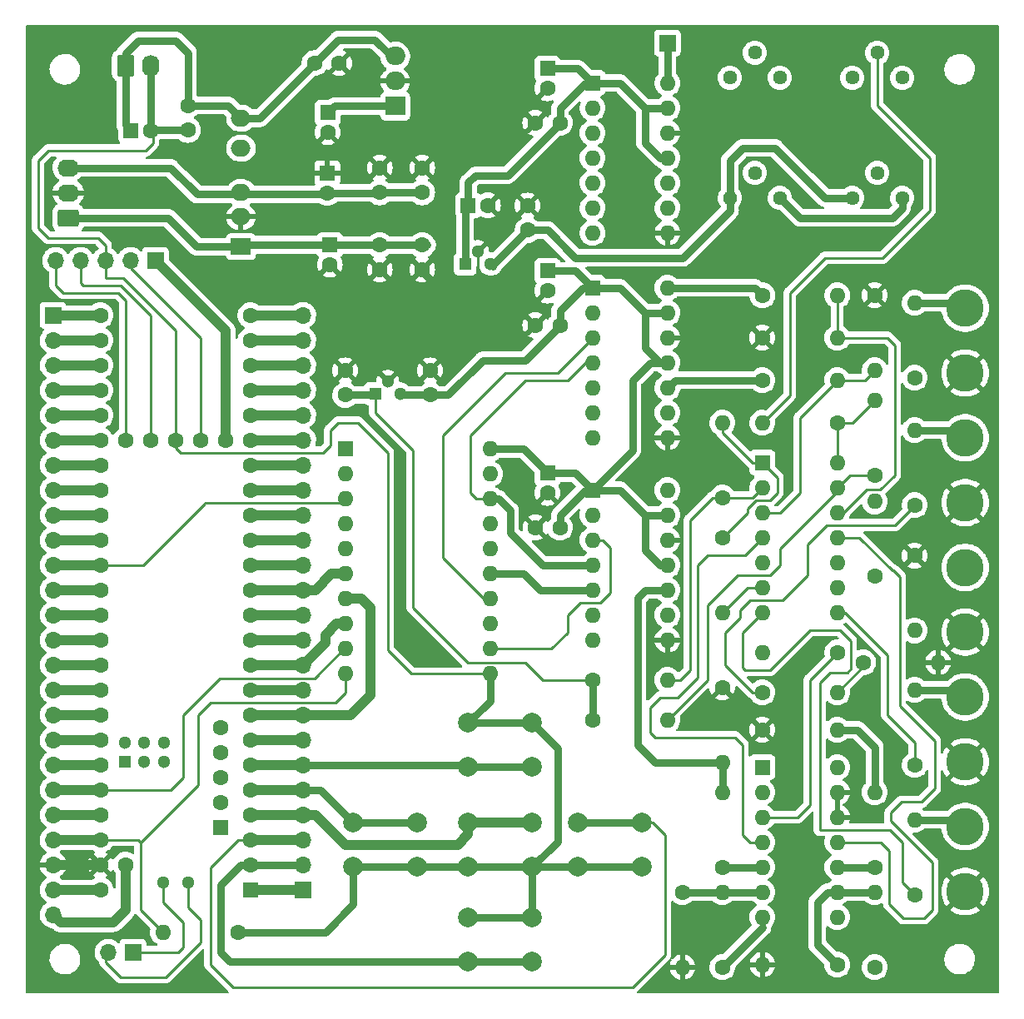
<source format=gbr>
%TF.GenerationSoftware,KiCad,Pcbnew,(6.0.1)*%
%TF.CreationDate,2022-04-22T15:23:58+02:00*%
%TF.ProjectId,teensyv,7465656e-7379-4762-9e6b-696361645f70,rev?*%
%TF.SameCoordinates,Original*%
%TF.FileFunction,Copper,L2,Bot*%
%TF.FilePolarity,Positive*%
%FSLAX46Y46*%
G04 Gerber Fmt 4.6, Leading zero omitted, Abs format (unit mm)*
G04 Created by KiCad (PCBNEW (6.0.1)) date 2022-04-22 15:23:58*
%MOMM*%
%LPD*%
G01*
G04 APERTURE LIST*
G04 Aperture macros list*
%AMRoundRect*
0 Rectangle with rounded corners*
0 $1 Rounding radius*
0 $2 $3 $4 $5 $6 $7 $8 $9 X,Y pos of 4 corners*
0 Add a 4 corners polygon primitive as box body*
4,1,4,$2,$3,$4,$5,$6,$7,$8,$9,$2,$3,0*
0 Add four circle primitives for the rounded corners*
1,1,$1+$1,$2,$3*
1,1,$1+$1,$4,$5*
1,1,$1+$1,$6,$7*
1,1,$1+$1,$8,$9*
0 Add four rect primitives between the rounded corners*
20,1,$1+$1,$2,$3,$4,$5,0*
20,1,$1+$1,$4,$5,$6,$7,0*
20,1,$1+$1,$6,$7,$8,$9,0*
20,1,$1+$1,$8,$9,$2,$3,0*%
G04 Aperture macros list end*
%TA.AperFunction,ConnectorPad*%
%ADD10C,3.800000*%
%TD*%
%TA.AperFunction,ComponentPad*%
%ADD11C,2.600000*%
%TD*%
%TA.AperFunction,ComponentPad*%
%ADD12R,1.600000X1.600000*%
%TD*%
%TA.AperFunction,ComponentPad*%
%ADD13O,1.600000X1.600000*%
%TD*%
%TA.AperFunction,ComponentPad*%
%ADD14R,2.000000X1.905000*%
%TD*%
%TA.AperFunction,ComponentPad*%
%ADD15O,2.000000X1.905000*%
%TD*%
%TA.AperFunction,ComponentPad*%
%ADD16C,1.600000*%
%TD*%
%TA.AperFunction,ComponentPad*%
%ADD17C,2.000000*%
%TD*%
%TA.AperFunction,ComponentPad*%
%ADD18C,1.440000*%
%TD*%
%TA.AperFunction,ComponentPad*%
%ADD19R,1.300000X1.300000*%
%TD*%
%TA.AperFunction,ComponentPad*%
%ADD20C,1.300000*%
%TD*%
%TA.AperFunction,ComponentPad*%
%ADD21RoundRect,0.250000X0.845000X-0.620000X0.845000X0.620000X-0.845000X0.620000X-0.845000X-0.620000X0*%
%TD*%
%TA.AperFunction,ComponentPad*%
%ADD22O,2.190000X1.740000*%
%TD*%
%TA.AperFunction,ComponentPad*%
%ADD23R,1.700000X1.700000*%
%TD*%
%TA.AperFunction,ComponentPad*%
%ADD24O,1.700000X1.700000*%
%TD*%
%TA.AperFunction,ComponentPad*%
%ADD25RoundRect,0.250000X-0.620000X-0.845000X0.620000X-0.845000X0.620000X0.845000X-0.620000X0.845000X0*%
%TD*%
%TA.AperFunction,ComponentPad*%
%ADD26O,1.740000X2.190000*%
%TD*%
%TA.AperFunction,ComponentPad*%
%ADD27O,2.000000X1.700000*%
%TD*%
%TA.AperFunction,ComponentPad*%
%ADD28R,2.000000X1.700000*%
%TD*%
%TA.AperFunction,Conductor*%
%ADD29C,0.250000*%
%TD*%
%TA.AperFunction,Conductor*%
%ADD30C,1.000000*%
%TD*%
%TA.AperFunction,Conductor*%
%ADD31C,0.800000*%
%TD*%
%TA.AperFunction,Conductor*%
%ADD32C,0.750000*%
%TD*%
G04 APERTURE END LIST*
D10*
%TO.P,BL_GND1,1,1*%
%TO.N,AGND*%
X127558800Y-144755382D03*
D11*
X127558800Y-144755382D03*
%TD*%
D12*
%TO.P,IC4,1,VDD*%
%TO.N,Net-(C15-Pad1)*%
X89652000Y-109728000D03*
D13*
%TO.P,IC4,2*%
%TO.N,N/C*%
X89652000Y-112268000D03*
%TO.P,IC4,3,~{CS}*%
%TO.N,Net-(IC4-Pad3)*%
X89652000Y-114808000D03*
%TO.P,IC4,4,SCK*%
%TO.N,Net-(IC3-Pad4)*%
X89652000Y-117348000D03*
%TO.P,IC4,5,SDI*%
%TO.N,Net-(IC3-Pad5)*%
X89652000Y-119888000D03*
%TO.P,IC4,6*%
%TO.N,N/C*%
X89652000Y-122428000D03*
%TO.P,IC4,7*%
X89652000Y-124968000D03*
%TO.P,IC4,8,~{LDAC}*%
%TO.N,AGND*%
X97272000Y-124968000D03*
%TO.P,IC4,9,~{SHDN}*%
%TO.N,unconnected-(IC4-Pad9)*%
X97272000Y-122428000D03*
%TO.P,IC4,10,VOUTB*%
%TO.N,Net-(IC4-Pad10)*%
X97272000Y-119888000D03*
%TO.P,IC4,11,VREFB*%
%TO.N,Net-(C15-Pad1)*%
X97272000Y-117348000D03*
%TO.P,IC4,12,VSS*%
%TO.N,AGND*%
X97272000Y-114808000D03*
%TO.P,IC4,13,VREFA*%
%TO.N,Net-(C15-Pad1)*%
X97272000Y-112268000D03*
%TO.P,IC4,14,VOUTA*%
%TO.N,Net-(IC4-Pad14)*%
X97272000Y-109728000D03*
%TD*%
D14*
%TO.P,U5,1,VO*%
%TO.N,Net-(C20-Pad1)*%
X69596000Y-91256800D03*
D15*
%TO.P,U5,2,GND*%
%TO.N,AGND*%
X69596000Y-88716800D03*
%TO.P,U5,3,VI*%
%TO.N,+5V*%
X69596000Y-86176800D03*
%TD*%
D12*
%TO.P,U4,1*%
%TO.N,Net-(J3-Pad22)*%
X64516000Y-126120500D03*
D13*
%TO.P,U4,2*%
%TO.N,unconnected-(U4-Pad2)*%
X64516000Y-128660500D03*
%TO.P,U4,3*%
%TO.N,Net-(J3-Pad11)*%
X64516000Y-131200500D03*
%TO.P,U4,4*%
%TO.N,unconnected-(U4-Pad4)*%
X64516000Y-133740500D03*
%TO.P,U4,5*%
%TO.N,unconnected-(U4-Pad5)*%
X64516000Y-136280500D03*
%TO.P,U4,6*%
%TO.N,Net-(J1-Pad13)*%
X64516000Y-138820500D03*
%TO.P,U4,7*%
%TO.N,Net-(J1-Pad8)*%
X64516000Y-141360500D03*
%TO.P,U4,8*%
%TO.N,Net-(J1-Pad10)*%
X64516000Y-143900500D03*
%TO.P,U4,9*%
%TO.N,Net-(J3-Pad20)*%
X64516000Y-146440500D03*
%TO.P,U4,10*%
%TO.N,Net-(J3-Pad22)*%
X64516000Y-148980500D03*
%TO.P,U4,11*%
%TO.N,GND*%
X79248000Y-148980500D03*
%TO.P,U4,12*%
%TO.N,Net-(IC3-Pad3)*%
X79248000Y-146440500D03*
%TO.P,U4,13*%
%TO.N,Net-(IC5-Pad3)*%
X79248000Y-143900500D03*
%TO.P,U4,14*%
%TO.N,Net-(IC4-Pad3)*%
X79248000Y-141360500D03*
%TO.P,U4,15*%
%TO.N,Net-(IC3-Pad5)*%
X79248000Y-138820500D03*
%TO.P,U4,16*%
%TO.N,unconnected-(U4-Pad16)*%
X79248000Y-136280500D03*
%TO.P,U4,17*%
%TO.N,unconnected-(U4-Pad17)*%
X79248000Y-133740500D03*
%TO.P,U4,18*%
%TO.N,Net-(IC3-Pad4)*%
X79248000Y-131200500D03*
%TO.P,U4,19*%
%TO.N,unconnected-(U4-Pad19)*%
X79248000Y-128660500D03*
%TO.P,U4,20*%
%TO.N,Net-(C15-Pad1)*%
X79248000Y-126120500D03*
%TD*%
D16*
%TO.P,R15,1,1*%
%TO.N,Net-(IC1-Pad7)*%
X102870000Y-178816000D03*
D13*
%TO.P,R15,2,2*%
%TO.N,Net-(IC1-Pad6)*%
X102870000Y-171196000D03*
%TD*%
D17*
%TO.P,SW2,1,1*%
%TO.N,GND*%
X83514000Y-173772000D03*
X77014000Y-173772000D03*
%TO.P,SW2,2,2*%
%TO.N,Net-(J1-Pad2)*%
X77014000Y-178272000D03*
X83514000Y-178272000D03*
%TD*%
D16*
%TO.P,R21,1,1*%
%TO.N,Net-(IC1-Pad7)*%
X118364000Y-139090400D03*
D13*
%TO.P,R21,2,2*%
%TO.N,Net-(BL_SIG1-Pad1)*%
X118364000Y-131470400D03*
%TD*%
D18*
%TO.P,RV1,1,1*%
%TO.N,-12V*%
X121158000Y-100584000D03*
%TO.P,RV1,2,2*%
%TO.N,Net-(IC6-Pad10)*%
X118618000Y-98044000D03*
%TO.P,RV1,3,3*%
%TO.N,+12V*%
X116078000Y-100584000D03*
%TD*%
D16*
%TO.P,R4,1,1*%
%TO.N,Net-(C6-Pad1)*%
X89662000Y-153670000D03*
D13*
%TO.P,R4,2,2*%
%TO.N,Net-(IC6-Pad13)*%
X97282000Y-153670000D03*
%TD*%
D12*
%TO.P,C18,1*%
%TO.N,Net-(C15-Pad1)*%
X85070000Y-87436888D03*
D16*
%TO.P,C18,2*%
%TO.N,AGND*%
X85070000Y-89436888D03*
%TD*%
D12*
%TO.P,IC6,1,OUT*%
%TO.N,Net-(IC6-Pad1)*%
X106934000Y-127508000D03*
D13*
%TO.P,IC6,2,-IN*%
%TO.N,Net-(IC6-Pad2)*%
X106934000Y-130048000D03*
%TO.P,IC6,3,+IN*%
%TO.N,Net-(IC6-Pad3)*%
X106934000Y-132588000D03*
%TO.P,IC6,4,V+*%
%TO.N,+12V*%
X106934000Y-135128000D03*
%TO.P,IC6,5,+IN*%
%TO.N,Net-(IC6-Pad5)*%
X106934000Y-137668000D03*
%TO.P,IC6,6,-IN*%
%TO.N,Net-(IC6-Pad6)*%
X106934000Y-140208000D03*
%TO.P,IC6,7,OUT*%
%TO.N,Net-(IC6-Pad7)*%
X106934000Y-142748000D03*
%TO.P,IC6,8,OUT*%
%TO.N,Net-(IC6-Pad8)*%
X114554000Y-142748000D03*
%TO.P,IC6,9,-IN*%
%TO.N,Net-(IC6-Pad9)*%
X114554000Y-140208000D03*
%TO.P,IC6,10,+IN*%
%TO.N,Net-(IC6-Pad10)*%
X114554000Y-137668000D03*
%TO.P,IC6,11,V-*%
%TO.N,-12V*%
X114554000Y-135128000D03*
%TO.P,IC6,12,+IN*%
%TO.N,Net-(IC6-Pad12)*%
X114554000Y-132588000D03*
%TO.P,IC6,13,-IN*%
%TO.N,Net-(IC6-Pad13)*%
X114554000Y-130048000D03*
%TO.P,IC6,14,OUT*%
%TO.N,Net-(IC6-Pad14)*%
X114554000Y-127508000D03*
%TD*%
D16*
%TO.P,R17,1,1*%
%TO.N,Net-(IC6-Pad8)*%
X122428000Y-158242000D03*
D13*
%TO.P,R17,2,2*%
%TO.N,Net-(R17-Pad2)*%
X122428000Y-150622000D03*
%TD*%
D16*
%TO.P,C12,1,1*%
%TO.N,AGND*%
X68021200Y-97525200D03*
%TO.P,C12,2,2*%
%TO.N,-12V*%
X68021200Y-100025200D03*
%TD*%
%TO.P,R24,1,1*%
%TO.N,Net-(IC1-Pad5)*%
X102870000Y-168656000D03*
D13*
%TO.P,R24,2,2*%
%TO.N,Net-(IC3-Pad10)*%
X102870000Y-161036000D03*
%TD*%
D17*
%TO.P,SW4,1,1*%
%TO.N,Net-(J1-Pad3)*%
X94690000Y-164120000D03*
X88190000Y-164120000D03*
%TO.P,SW4,2,2*%
%TO.N,GND*%
X94690000Y-168620000D03*
X88190000Y-168620000D03*
%TD*%
D19*
%TO.P,U2,1,OUT*%
%TO.N,Net-(C6-Pad1)*%
X67564000Y-120502000D03*
D20*
%TO.P,U2,2,COMMON*%
%TO.N,AGND*%
X68834000Y-119232000D03*
%TO.P,U2,3,IN*%
%TO.N,Net-(C15-Pad1)*%
X70104000Y-120502000D03*
%TD*%
D16*
%TO.P,R11,1,1*%
%TO.N,Net-(IC6-Pad14)*%
X114554000Y-123444000D03*
D13*
%TO.P,R11,2,2*%
%TO.N,Net-(IC6-Pad9)*%
X106934000Y-123444000D03*
%TD*%
D17*
%TO.P,SW5,1,1*%
%TO.N,GND*%
X77014000Y-153960000D03*
X83514000Y-153960000D03*
%TO.P,SW5,2,2*%
%TO.N,Net-(J1-Pad6)*%
X83514000Y-158460000D03*
X77014000Y-158460000D03*
%TD*%
D16*
%TO.P,R23,1,1*%
%TO.N,Net-(IC1-Pad10)*%
X118364000Y-168656000D03*
D13*
%TO.P,R23,2,2*%
%TO.N,Net-(IC5-Pad10)*%
X118364000Y-161036000D03*
%TD*%
D16*
%TO.P,C2,1,1*%
%TO.N,Net-(C15-Pad1)*%
X73152000Y-120630000D03*
%TO.P,C2,2,2*%
%TO.N,AGND*%
X73152000Y-118130000D03*
%TD*%
D12*
%TO.P,IC3,1,VDD*%
%TO.N,Net-(C15-Pad1)*%
X89652000Y-130302000D03*
D13*
%TO.P,IC3,2*%
%TO.N,N/C*%
X89652000Y-132842000D03*
%TO.P,IC3,3,~{CS}*%
%TO.N,Net-(IC3-Pad3)*%
X89652000Y-135382000D03*
%TO.P,IC3,4,SCK*%
%TO.N,Net-(IC3-Pad4)*%
X89652000Y-137922000D03*
%TO.P,IC3,5,SDI*%
%TO.N,Net-(IC3-Pad5)*%
X89652000Y-140462000D03*
%TO.P,IC3,6*%
%TO.N,N/C*%
X89652000Y-143002000D03*
%TO.P,IC3,7*%
X89652000Y-145542000D03*
%TO.P,IC3,8,~{LDAC}*%
%TO.N,AGND*%
X97272000Y-145542000D03*
%TO.P,IC3,9,~{SHDN}*%
%TO.N,unconnected-(IC3-Pad9)*%
X97272000Y-143002000D03*
%TO.P,IC3,10,VOUTB*%
%TO.N,Net-(IC3-Pad10)*%
X97272000Y-140462000D03*
%TO.P,IC3,11,VREFB*%
%TO.N,Net-(C15-Pad1)*%
X97272000Y-137922000D03*
%TO.P,IC3,12,VSS*%
%TO.N,AGND*%
X97272000Y-135382000D03*
%TO.P,IC3,13,VREFA*%
%TO.N,Net-(C15-Pad1)*%
X97272000Y-132842000D03*
%TO.P,IC3,14,VOUTA*%
%TO.N,Net-(IC3-Pad14)*%
X97272000Y-130302000D03*
%TD*%
D12*
%TO.P,C4,1*%
%TO.N,+5V*%
X42732888Y-93726000D03*
D16*
%TO.P,C4,2*%
%TO.N,GND*%
X44732888Y-93726000D03*
%TD*%
%TO.P,R8,1,1*%
%TO.N,Net-(IC6-Pad2)*%
X102870000Y-131064000D03*
D13*
%TO.P,R8,2,2*%
%TO.N,Net-(IC6-Pad1)*%
X102870000Y-123444000D03*
%TD*%
D12*
%TO.P,C20,1*%
%TO.N,Net-(C20-Pad1)*%
X62738000Y-91917200D03*
D16*
%TO.P,C20,2*%
%TO.N,AGND*%
X62738000Y-93917200D03*
%TD*%
D21*
%TO.P,J7,1,Pin_1*%
%TO.N,+12V*%
X36342000Y-102616000D03*
D22*
%TO.P,J7,2,Pin_2*%
%TO.N,AGND*%
X36342000Y-100076000D03*
%TO.P,J7,3,Pin_3*%
%TO.N,-12V*%
X36342000Y-97536000D03*
%TD*%
D12*
%TO.P,IC1,1,OUT*%
%TO.N,Net-(IC1-Pad1)*%
X106934000Y-158491000D03*
D13*
%TO.P,IC1,2,-IN*%
%TO.N,Net-(IC1-Pad2)*%
X106934000Y-161031000D03*
%TO.P,IC1,3,+IN*%
%TO.N,Net-(IC1-Pad3)*%
X106934000Y-163571000D03*
%TO.P,IC1,4,V+*%
%TO.N,+12V*%
X106934000Y-166111000D03*
%TO.P,IC1,5,+IN*%
%TO.N,Net-(IC1-Pad5)*%
X106934000Y-168651000D03*
%TO.P,IC1,6,-IN*%
%TO.N,Net-(IC1-Pad6)*%
X106934000Y-171191000D03*
%TO.P,IC1,7,OUT*%
%TO.N,Net-(IC1-Pad7)*%
X106934000Y-173731000D03*
%TO.P,IC1,8,OUT*%
%TO.N,Net-(IC1-Pad8)*%
X114554000Y-173731000D03*
%TO.P,IC1,9,-IN*%
%TO.N,Net-(IC1-Pad9)*%
X114554000Y-171191000D03*
%TO.P,IC1,10,+IN*%
%TO.N,Net-(IC1-Pad10)*%
X114554000Y-168651000D03*
%TO.P,IC1,11,V-*%
%TO.N,-12V*%
X114554000Y-166111000D03*
%TO.P,IC1,12,+IN*%
%TO.N,AGND*%
X114554000Y-163571000D03*
%TO.P,IC1,13,-IN*%
X114554000Y-161031000D03*
%TO.P,IC1,14,OUT*%
%TO.N,unconnected-(IC1-Pad14)*%
X114554000Y-158491000D03*
%TD*%
D16*
%TO.P,R20,1,1*%
%TO.N,Net-(IC1-Pad1)*%
X122428000Y-131826000D03*
D13*
%TO.P,R20,2,2*%
%TO.N,Net-(GR_SIG1-Pad1)*%
X122428000Y-124206000D03*
%TD*%
D11*
%TO.P,Y_GND1,1,1*%
%TO.N,AGND*%
X127558800Y-171119018D03*
D10*
X127558800Y-171119018D03*
%TD*%
D16*
%TO.P,C7,1,1*%
%TO.N,Net-(C15-Pad1)*%
X86340000Y-113538000D03*
%TO.P,C7,2,2*%
%TO.N,AGND*%
X83840000Y-113538000D03*
%TD*%
D23*
%TO.P,J1,1,Pin_1*%
%TO.N,GND*%
X60198000Y-170942000D03*
D24*
%TO.P,J1,2,Pin_2*%
%TO.N,Net-(J1-Pad2)*%
X60198000Y-168402000D03*
%TO.P,J1,3,Pin_3*%
%TO.N,Net-(J1-Pad3)*%
X60198000Y-165862000D03*
%TO.P,J1,4,Pin_4*%
%TO.N,Net-(J1-Pad4)*%
X60198000Y-163322000D03*
%TO.P,J1,5,Pin_5*%
%TO.N,Net-(J1-Pad5)*%
X60198000Y-160782000D03*
%TO.P,J1,6,Pin_6*%
%TO.N,Net-(J1-Pad6)*%
X60198000Y-158242000D03*
%TO.P,J1,7,Pin_7*%
%TO.N,Net-(J1-Pad7)*%
X60198000Y-155702000D03*
%TO.P,J1,8,Pin_8*%
%TO.N,Net-(J1-Pad8)*%
X60198000Y-153162000D03*
%TO.P,J1,9,Pin_9*%
%TO.N,Net-(J1-Pad9)*%
X60198000Y-150622000D03*
%TO.P,J1,10,Pin_10*%
%TO.N,Net-(J1-Pad10)*%
X60198000Y-148082000D03*
%TO.P,J1,11,Pin_11*%
%TO.N,Net-(J1-Pad11)*%
X60198000Y-145542000D03*
%TO.P,J1,12,Pin_12*%
%TO.N,Net-(J1-Pad12)*%
X60198000Y-143002000D03*
%TO.P,J1,13,Pin_13*%
%TO.N,Net-(J1-Pad13)*%
X60198000Y-140462000D03*
%TO.P,J1,14,Pin_14*%
%TO.N,Net-(J1-Pad14)*%
X60198000Y-137922000D03*
%TO.P,J1,15,Pin_15*%
%TO.N,Net-(J1-Pad15)*%
X60198000Y-135382000D03*
%TO.P,J1,16,Pin_16*%
%TO.N,Net-(J1-Pad16)*%
X60198000Y-132842000D03*
%TO.P,J1,17,Pin_17*%
%TO.N,Net-(J1-Pad17)*%
X60198000Y-130302000D03*
%TO.P,J1,18,Pin_18*%
%TO.N,Net-(J1-Pad18)*%
X60198000Y-127762000D03*
%TO.P,J1,19,Pin_19*%
%TO.N,Net-(J1-Pad19)*%
X60198000Y-125222000D03*
%TO.P,J1,20,Pin_20*%
%TO.N,Net-(J1-Pad20)*%
X60198000Y-122682000D03*
%TO.P,J1,21,Pin_21*%
%TO.N,Net-(J1-Pad21)*%
X60198000Y-120142000D03*
%TO.P,J1,22,Pin_22*%
%TO.N,Net-(J1-Pad22)*%
X60198000Y-117602000D03*
%TO.P,J1,23,Pin_23*%
%TO.N,Net-(J1-Pad23)*%
X60198000Y-115062000D03*
%TO.P,J1,24,Pin_24*%
%TO.N,Net-(J1-Pad24)*%
X60198000Y-112522000D03*
%TD*%
D23*
%TO.P,J9,1,Pin_1*%
%TO.N,Net-(J9-Pad1)*%
X42931000Y-177292000D03*
D24*
%TO.P,J9,2,Pin_2*%
%TO.N,Net-(J9-Pad2)*%
X40391000Y-177292000D03*
%TD*%
D10*
%TO.P,RE_SIG1,1,1*%
%TO.N,Net-(R19-Pad2)*%
X127558800Y-111800837D03*
D11*
X127558800Y-111800837D03*
%TD*%
D16*
%TO.P,R1,1,1*%
%TO.N,Net-(IC4-Pad14)*%
X106934000Y-110490000D03*
D13*
%TO.P,R1,2,2*%
%TO.N,Net-(IC6-Pad12)*%
X114554000Y-110490000D03*
%TD*%
D12*
%TO.P,C5,1*%
%TO.N,Net-(C15-Pad1)*%
X77022888Y-101346000D03*
D16*
%TO.P,C5,2*%
%TO.N,AGND*%
X79022888Y-101346000D03*
%TD*%
%TO.P,C3,1,1*%
%TO.N,+5V*%
X48514000Y-91186000D03*
%TO.P,C3,2,2*%
%TO.N,GND*%
X48514000Y-93686000D03*
%TD*%
D25*
%TO.P,J6,1,Pin_1*%
%TO.N,+5V*%
X42164000Y-87122000D03*
D26*
%TO.P,J6,2,Pin_2*%
%TO.N,GND*%
X44704000Y-87122000D03*
%TD*%
D16*
%TO.P,R19,1,1*%
%TO.N,Net-(IC1-Pad8)*%
X122428000Y-118872000D03*
D13*
%TO.P,R19,2,2*%
%TO.N,Net-(R19-Pad2)*%
X122428000Y-111252000D03*
%TD*%
D16*
%TO.P,R29,1,1*%
%TO.N,Net-(IC1-Pad9)*%
X114554000Y-178562000D03*
D13*
%TO.P,R29,2,2*%
%TO.N,AGND*%
X106934000Y-178562000D03*
%TD*%
D11*
%TO.P,RE_GND1,1,1*%
%TO.N,AGND*%
X127558800Y-118391746D03*
D10*
X127558800Y-118391746D03*
%TD*%
D16*
%TO.P,R7,1,1*%
%TO.N,Net-(IC6-Pad13)*%
X118364000Y-128778000D03*
D13*
%TO.P,R7,2,2*%
%TO.N,Net-(IC6-Pad14)*%
X118364000Y-121158000D03*
%TD*%
D19*
%TO.P,U3,1,VO*%
%TO.N,Net-(C15-Pad1)*%
X76708000Y-107294000D03*
D20*
%TO.P,U3,2,GND*%
%TO.N,AGND*%
X77978000Y-106024000D03*
%TO.P,U3,3,VI*%
%TO.N,+12V*%
X79248000Y-107294000D03*
%TD*%
D16*
%TO.P,R22,1,1*%
%TO.N,Net-(IC1-Pad3)*%
X114554000Y-146812000D03*
D13*
%TO.P,R22,2,2*%
%TO.N,Net-(IC3-Pad14)*%
X106934000Y-146812000D03*
%TD*%
D16*
%TO.P,R5,1,1*%
%TO.N,AGND*%
X118364000Y-110490000D03*
D13*
%TO.P,R5,2,2*%
%TO.N,Net-(IC6-Pad3)*%
X118364000Y-118110000D03*
%TD*%
D16*
%TO.P,C1,1,1*%
%TO.N,+12V*%
X83058000Y-103866000D03*
%TO.P,C1,2,2*%
%TO.N,AGND*%
X83058000Y-101366000D03*
%TD*%
%TO.P,R14,1,1*%
%TO.N,AGND*%
X102870000Y-150368000D03*
D13*
%TO.P,R14,2,2*%
%TO.N,Net-(IC3-Pad10)*%
X102870000Y-157988000D03*
%TD*%
D16*
%TO.P,R3,1,1*%
%TO.N,AGND*%
X106934000Y-114808000D03*
D13*
%TO.P,R3,2,2*%
%TO.N,Net-(IC6-Pad12)*%
X114554000Y-114808000D03*
%TD*%
D18*
%TO.P,RV4,1,1*%
%TO.N,Net-(IC6-Pad7)*%
X108712000Y-88362000D03*
%TO.P,RV4,2,2*%
%TO.N,Net-(IC6-Pad6)*%
X106172000Y-85822000D03*
%TO.P,RV4,3,3*%
%TO.N,unconnected-(RV4-Pad3)*%
X103632000Y-88362000D03*
%TD*%
D12*
%TO.P,C10,1*%
%TO.N,AGND*%
X62687200Y-98074088D03*
D16*
%TO.P,C10,2*%
%TO.N,-12V*%
X62687200Y-100074088D03*
%TD*%
%TO.P,C17,1,1*%
%TO.N,Net-(C15-Pad1)*%
X86340000Y-92964000D03*
%TO.P,C17,2,2*%
%TO.N,AGND*%
X83840000Y-92964000D03*
%TD*%
D11*
%TO.P,Y_SIG1,1,1*%
%TO.N,Net-(R18-Pad2)*%
X127558800Y-164528109D03*
D10*
X127558800Y-164528109D03*
%TD*%
D23*
%TO.P,J8,1,Pin_1*%
%TO.N,Net-(IC5-Pad14)*%
X97272000Y-84836000D03*
%TD*%
D16*
%TO.P,R13,1,1*%
%TO.N,Net-(IC6-Pad1)*%
X102870000Y-135128000D03*
D13*
%TO.P,R13,2,2*%
%TO.N,Net-(IC6-Pad6)*%
X102870000Y-142748000D03*
%TD*%
D16*
%TO.P,R16,1,1*%
%TO.N,Net-(IC1-Pad8)*%
X118364000Y-178816000D03*
D13*
%TO.P,R16,2,2*%
%TO.N,Net-(IC1-Pad9)*%
X118364000Y-171196000D03*
%TD*%
D17*
%TO.P,SW1,1,1*%
%TO.N,Net-(J1-Pad5)*%
X71830000Y-164120000D03*
X65330000Y-164120000D03*
%TO.P,SW1,2,2*%
%TO.N,GND*%
X65330000Y-168620000D03*
X71830000Y-168620000D03*
%TD*%
D11*
%TO.P,BL_SIG1,1,1*%
%TO.N,Net-(BL_SIG1-Pad1)*%
X127558800Y-138164473D03*
D10*
X127558800Y-138164473D03*
%TD*%
%TO.P,GR_SIG1,1,1*%
%TO.N,Net-(GR_SIG1-Pad1)*%
X127558800Y-124982655D03*
D11*
X127558800Y-124982655D03*
%TD*%
D12*
%TO.P,IC5,1,VDD*%
%TO.N,Net-(C15-Pad1)*%
X89662000Y-88900000D03*
D13*
%TO.P,IC5,2*%
%TO.N,N/C*%
X89662000Y-91440000D03*
%TO.P,IC5,3,~{CS}*%
%TO.N,Net-(IC5-Pad3)*%
X89662000Y-93980000D03*
%TO.P,IC5,4,SCK*%
%TO.N,Net-(IC3-Pad4)*%
X89662000Y-96520000D03*
%TO.P,IC5,5,SDI*%
%TO.N,Net-(IC3-Pad5)*%
X89662000Y-99060000D03*
%TO.P,IC5,6*%
%TO.N,N/C*%
X89662000Y-101600000D03*
%TO.P,IC5,7*%
X89662000Y-104140000D03*
%TO.P,IC5,8,~{LDAC}*%
%TO.N,AGND*%
X97282000Y-104140000D03*
%TO.P,IC5,9,~{SHDN}*%
%TO.N,unconnected-(IC5-Pad9)*%
X97282000Y-101600000D03*
%TO.P,IC5,10,VOUTB*%
%TO.N,Net-(IC5-Pad10)*%
X97282000Y-99060000D03*
%TO.P,IC5,11,VREFB*%
%TO.N,Net-(C15-Pad1)*%
X97282000Y-96520000D03*
%TO.P,IC5,12,VSS*%
%TO.N,AGND*%
X97282000Y-93980000D03*
%TO.P,IC5,13,VREFA*%
%TO.N,Net-(C15-Pad1)*%
X97282000Y-91440000D03*
%TO.P,IC5,14,VOUTA*%
%TO.N,Net-(IC5-Pad14)*%
X97282000Y-88900000D03*
%TD*%
D16*
%TO.P,R18,1,1*%
%TO.N,Net-(IC6-Pad7)*%
X122428000Y-171450000D03*
D13*
%TO.P,R18,2,2*%
%TO.N,Net-(R18-Pad2)*%
X122428000Y-163830000D03*
%TD*%
D23*
%TO.P,J3,1,Pin_1*%
%TO.N,Net-(J3-Pad1)*%
X34798000Y-112522000D03*
D24*
%TO.P,J3,2,Pin_2*%
%TO.N,Net-(J3-Pad2)*%
X34798000Y-115062000D03*
%TO.P,J3,3,Pin_3*%
%TO.N,Net-(J3-Pad3)*%
X34798000Y-117602000D03*
%TO.P,J3,4,Pin_4*%
%TO.N,Net-(J3-Pad4)*%
X34798000Y-120142000D03*
%TO.P,J3,5,Pin_5*%
%TO.N,Net-(J3-Pad5)*%
X34798000Y-122682000D03*
%TO.P,J3,6,Pin_6*%
%TO.N,Net-(J3-Pad6)*%
X34798000Y-125222000D03*
%TO.P,J3,7,Pin_7*%
%TO.N,Net-(J3-Pad7)*%
X34798000Y-127762000D03*
%TO.P,J3,8,Pin_8*%
%TO.N,Net-(J3-Pad8)*%
X34798000Y-130302000D03*
%TO.P,J3,9,Pin_9*%
%TO.N,Net-(J3-Pad9)*%
X34798000Y-132842000D03*
%TO.P,J3,10,Pin_10*%
%TO.N,GND*%
X34798000Y-135382000D03*
%TO.P,J3,11,Pin_11*%
%TO.N,Net-(J3-Pad11)*%
X34798000Y-137922000D03*
%TO.P,J3,12,Pin_12*%
%TO.N,Net-(J3-Pad12)*%
X34798000Y-140462000D03*
%TO.P,J3,13,Pin_13*%
%TO.N,Net-(J3-Pad13)*%
X34798000Y-143002000D03*
%TO.P,J3,14,Pin_14*%
%TO.N,Net-(J3-Pad14)*%
X34798000Y-145542000D03*
%TO.P,J3,15,Pin_15*%
%TO.N,Net-(J3-Pad15)*%
X34798000Y-148082000D03*
%TO.P,J3,16,Pin_16*%
%TO.N,Net-(J3-Pad16)*%
X34798000Y-150622000D03*
%TO.P,J3,17,Pin_17*%
%TO.N,Net-(J3-Pad17)*%
X34798000Y-153162000D03*
%TO.P,J3,18,Pin_18*%
%TO.N,Net-(J3-Pad18)*%
X34798000Y-155702000D03*
%TO.P,J3,19,Pin_19*%
%TO.N,Net-(J3-Pad19)*%
X34798000Y-158242000D03*
%TO.P,J3,20,Pin_20*%
%TO.N,Net-(J3-Pad20)*%
X34798000Y-160782000D03*
%TO.P,J3,21,Pin_21*%
%TO.N,Net-(J3-Pad21)*%
X34798000Y-163322000D03*
%TO.P,J3,22,Pin_22*%
%TO.N,Net-(J3-Pad22)*%
X34798000Y-165862000D03*
%TO.P,J3,23,Pin_23*%
%TO.N,AGND*%
X34798000Y-168402000D03*
%TO.P,J3,24,Pin_24*%
%TO.N,Net-(C20-Pad1)*%
X34798000Y-170942000D03*
%TO.P,J3,25,Pin_25*%
%TO.N,Net-(J3-Pad25)*%
X34798000Y-173482000D03*
%TD*%
D18*
%TO.P,RV3,1,1*%
%TO.N,Net-(IC6-Pad8)*%
X121158000Y-88377000D03*
%TO.P,RV3,2,2*%
%TO.N,Net-(IC6-Pad9)*%
X118618000Y-85837000D03*
%TO.P,RV3,3,3*%
%TO.N,unconnected-(RV3-Pad3)*%
X116078000Y-88377000D03*
%TD*%
D16*
%TO.P,R28,1,1*%
%TO.N,Net-(IC1-Pad2)*%
X117195600Y-147828000D03*
D13*
%TO.P,R28,2,2*%
%TO.N,AGND*%
X124815600Y-147828000D03*
%TD*%
D18*
%TO.P,RV2,1,1*%
%TO.N,-12V*%
X108712000Y-100584000D03*
%TO.P,RV2,2,2*%
%TO.N,Net-(IC6-Pad5)*%
X106172000Y-98044000D03*
%TO.P,RV2,3,3*%
%TO.N,+12V*%
X103632000Y-100584000D03*
%TD*%
D16*
%TO.P,R9,1,1*%
%TO.N,AGND*%
X122428000Y-136956800D03*
D13*
%TO.P,R9,2,2*%
%TO.N,Net-(IC3-Pad14)*%
X122428000Y-144576800D03*
%TD*%
D16*
%TO.P,R25,1,1*%
%TO.N,GND*%
X53594000Y-175260000D03*
D13*
%TO.P,R25,2,2*%
%TO.N,Net-(J3-Pad22)*%
X45974000Y-175260000D03*
%TD*%
D12*
%TO.P,U1,1,GND*%
%TO.N,GND*%
X54864000Y-170942000D03*
D16*
%TO.P,U1,2,0_RX1_CRX2_CS1*%
%TO.N,Net-(J1-Pad2)*%
X54864000Y-168402000D03*
%TO.P,U1,3,1_TX1_CTX2_MISO1*%
%TO.N,Net-(J1-Pad3)*%
X54864000Y-165862000D03*
%TO.P,U1,4,2_OUT2*%
%TO.N,Net-(J1-Pad4)*%
X54864000Y-163322000D03*
%TO.P,U1,5,3_LRCLK2*%
%TO.N,Net-(J1-Pad5)*%
X54864000Y-160782000D03*
%TO.P,U1,6,4_BCLK2*%
%TO.N,Net-(J1-Pad6)*%
X54864000Y-158242000D03*
%TO.P,U1,7,5_IN2*%
%TO.N,Net-(J1-Pad7)*%
X54864000Y-155702000D03*
%TO.P,U1,8,6_OUT1D*%
%TO.N,Net-(J1-Pad8)*%
X54864000Y-153162000D03*
%TO.P,U1,9,7_RX2_OUT1A*%
%TO.N,Net-(J1-Pad9)*%
X54864000Y-150622000D03*
%TO.P,U1,10,8_TX2_IN1*%
%TO.N,Net-(J1-Pad10)*%
X54864000Y-148082000D03*
%TO.P,U1,11,9_OUT1C*%
%TO.N,Net-(J1-Pad11)*%
X54864000Y-145542000D03*
%TO.P,U1,12,10_CS_MQSR*%
%TO.N,Net-(J1-Pad12)*%
X54864000Y-143002000D03*
%TO.P,U1,13,11_MOSI_CTX1*%
%TO.N,Net-(J1-Pad13)*%
X54864000Y-140462000D03*
%TO.P,U1,14,12_MISO_MQSL*%
%TO.N,Net-(J1-Pad14)*%
X54864000Y-137922000D03*
%TO.P,U1,15,3V3*%
%TO.N,Net-(J1-Pad15)*%
X54864000Y-135382000D03*
%TO.P,U1,16,24_A10_TX6_SCL2*%
%TO.N,Net-(J1-Pad16)*%
X54864000Y-132842000D03*
%TO.P,U1,17,25_A11_RX6_SDA2*%
%TO.N,Net-(J1-Pad17)*%
X54864000Y-130302000D03*
%TO.P,U1,18,26_A12_MOSI1*%
%TO.N,Net-(J1-Pad18)*%
X54864000Y-127762000D03*
%TO.P,U1,19,27_A13_SCK1*%
%TO.N,Net-(J1-Pad19)*%
X54864000Y-125222000D03*
%TO.P,U1,20,28_RX7*%
%TO.N,Net-(J1-Pad20)*%
X54864000Y-122682000D03*
%TO.P,U1,21,29_TX7*%
%TO.N,Net-(J1-Pad21)*%
X54864000Y-120142000D03*
%TO.P,U1,22,30_CRX3*%
%TO.N,Net-(J1-Pad22)*%
X54864000Y-117602000D03*
%TO.P,U1,23,31_CTX3*%
%TO.N,Net-(J1-Pad23)*%
X54864000Y-115062000D03*
%TO.P,U1,24,32_OUT1B*%
%TO.N,Net-(J1-Pad24)*%
X54864000Y-112522000D03*
%TO.P,U1,25,33_MCLK2*%
%TO.N,Net-(J3-Pad1)*%
X39624000Y-112522000D03*
%TO.P,U1,26,34_RX8*%
%TO.N,Net-(J3-Pad2)*%
X39624000Y-115062000D03*
%TO.P,U1,27,35_TX8*%
%TO.N,Net-(J3-Pad3)*%
X39624000Y-117602000D03*
%TO.P,U1,28,36_CS*%
%TO.N,Net-(J3-Pad4)*%
X39624000Y-120142000D03*
%TO.P,U1,29,37_CS*%
%TO.N,Net-(J3-Pad5)*%
X39624000Y-122682000D03*
%TO.P,U1,30,38_CS1_IN1*%
%TO.N,Net-(J3-Pad6)*%
X39624000Y-125222000D03*
%TO.P,U1,31,39_MISO1_OUT1A*%
%TO.N,Net-(J3-Pad7)*%
X39624000Y-127762000D03*
%TO.P,U1,32,40_A16*%
%TO.N,Net-(J3-Pad8)*%
X39624000Y-130302000D03*
%TO.P,U1,33,41_A17*%
%TO.N,Net-(J3-Pad9)*%
X39624000Y-132842000D03*
%TO.P,U1,34,GND*%
%TO.N,GND*%
X39624000Y-135382000D03*
%TO.P,U1,35,13_SCK_LED*%
%TO.N,Net-(J3-Pad11)*%
X39624000Y-137922000D03*
%TO.P,U1,36,14_A0_TX3_SPDIF_OUT*%
%TO.N,Net-(J3-Pad12)*%
X39624000Y-140462000D03*
%TO.P,U1,37,15_A1_RX3_SPDIF_IN*%
%TO.N,Net-(J3-Pad13)*%
X39624000Y-143002000D03*
%TO.P,U1,38,16_A2_RX4_SCL1*%
%TO.N,Net-(J3-Pad14)*%
X39624000Y-145542000D03*
%TO.P,U1,39,17_A3_TX4_SDA1*%
%TO.N,Net-(J3-Pad15)*%
X39624000Y-148082000D03*
%TO.P,U1,40,18_A4_SDA*%
%TO.N,Net-(J3-Pad16)*%
X39624000Y-150622000D03*
%TO.P,U1,41,19_A5_SCL*%
%TO.N,Net-(J3-Pad17)*%
X39624000Y-153162000D03*
%TO.P,U1,42,20_A6_TX5_LRCLK1*%
%TO.N,Net-(J3-Pad18)*%
X39624000Y-155702000D03*
%TO.P,U1,43,21_A7_RX5_BCLK1*%
%TO.N,Net-(J3-Pad19)*%
X39624000Y-158242000D03*
%TO.P,U1,44,22_A8_CTX1*%
%TO.N,Net-(J3-Pad20)*%
X39624000Y-160782000D03*
%TO.P,U1,45,23_A9_CRX1_MCLK1*%
%TO.N,Net-(J3-Pad21)*%
X39624000Y-163322000D03*
%TO.P,U1,46,3V3*%
%TO.N,Net-(J3-Pad22)*%
X39624000Y-165862000D03*
%TO.P,U1,47,GND*%
%TO.N,AGND*%
X39624000Y-168402000D03*
%TO.P,U1,48,VIN*%
%TO.N,Net-(C20-Pad1)*%
X39624000Y-170942000D03*
%TO.P,U1,49,VUSB*%
%TO.N,Net-(J3-Pad25)*%
X42164000Y-168402000D03*
%TO.P,U1,50,VBAT*%
%TO.N,Net-(J2-Pad1)*%
X52324000Y-125222000D03*
%TO.P,U1,51,3V3*%
%TO.N,Net-(J2-Pad2)*%
X49784000Y-125222000D03*
%TO.P,U1,52,GND*%
%TO.N,GND*%
X47244000Y-125222000D03*
%TO.P,U1,53,PROGRAM*%
%TO.N,Net-(J2-Pad4)*%
X44704000Y-125222000D03*
%TO.P,U1,54,ON_OFF*%
%TO.N,Net-(J2-Pad5)*%
X42164000Y-125222000D03*
D12*
%TO.P,U1,55,5V*%
%TO.N,unconnected-(U1-Pad55)*%
X51813200Y-164642800D03*
D16*
%TO.P,U1,56,D-*%
%TO.N,unconnected-(U1-Pad56)*%
X51813200Y-162102800D03*
%TO.P,U1,57,D+*%
%TO.N,unconnected-(U1-Pad57)*%
X51813200Y-159562800D03*
%TO.P,U1,58,GND*%
%TO.N,unconnected-(U1-Pad58)*%
X51813200Y-157022800D03*
%TO.P,U1,59,GND*%
%TO.N,unconnected-(U1-Pad59)*%
X51813200Y-154482800D03*
D19*
%TO.P,U1,60,R+*%
%TO.N,unconnected-(U1-Pad60)*%
X42062400Y-157972000D03*
D20*
%TO.P,U1,61,LED*%
%TO.N,unconnected-(U1-Pad61)*%
X44062400Y-157972000D03*
%TO.P,U1,62,T-*%
%TO.N,unconnected-(U1-Pad62)*%
X46062400Y-157972000D03*
%TO.P,U1,63,T+*%
%TO.N,unconnected-(U1-Pad63)*%
X46062400Y-155972000D03*
%TO.P,U1,64,GND*%
%TO.N,unconnected-(U1-Pad64)*%
X44062400Y-155972000D03*
%TO.P,U1,65,R-*%
%TO.N,unconnected-(U1-Pad65)*%
X42062400Y-155972000D03*
%TO.P,U1,66,D-*%
%TO.N,Net-(J9-Pad1)*%
X45974000Y-170212000D03*
%TO.P,U1,67,D+*%
%TO.N,Net-(J9-Pad2)*%
X48514000Y-170212000D03*
%TD*%
D12*
%TO.P,C15,1*%
%TO.N,Net-(C15-Pad1)*%
X85090000Y-108010888D03*
D16*
%TO.P,C15,2*%
%TO.N,AGND*%
X85090000Y-110010888D03*
%TD*%
D17*
%TO.P,SW3,1,1*%
%TO.N,Net-(J1-Pad4)*%
X77014000Y-164120000D03*
X83514000Y-164120000D03*
%TO.P,SW3,2,2*%
%TO.N,GND*%
X77014000Y-168620000D03*
X83514000Y-168620000D03*
%TD*%
D16*
%TO.P,C19,1,1*%
%TO.N,+5V*%
X61386400Y-86888000D03*
%TO.P,C19,2,2*%
%TO.N,AGND*%
X63886400Y-86888000D03*
%TD*%
%TO.P,R30,1,1*%
%TO.N,Net-(IC1-Pad6)*%
X98806000Y-171196000D03*
D13*
%TO.P,R30,2,2*%
%TO.N,AGND*%
X98806000Y-178816000D03*
%TD*%
D16*
%TO.P,R6,1,1*%
%TO.N,Net-(C6-Pad1)*%
X89652000Y-149606000D03*
D13*
%TO.P,R6,2,2*%
%TO.N,Net-(IC6-Pad2)*%
X97272000Y-149606000D03*
%TD*%
D16*
%TO.P,C13,1,1*%
%TO.N,+12V*%
X72339200Y-105379200D03*
%TO.P,C13,2,2*%
%TO.N,AGND*%
X72339200Y-107879200D03*
%TD*%
%TO.P,C6,1,1*%
%TO.N,Net-(C6-Pad1)*%
X64516000Y-120630000D03*
%TO.P,C6,2,2*%
%TO.N,AGND*%
X64516000Y-118130000D03*
%TD*%
%TO.P,C8,1,1*%
%TO.N,Net-(C15-Pad1)*%
X86360000Y-134112000D03*
%TO.P,C8,2,2*%
%TO.N,AGND*%
X83860000Y-134112000D03*
%TD*%
%TO.P,R12,1,1*%
%TO.N,Net-(IC1-Pad1)*%
X106934000Y-150876000D03*
D13*
%TO.P,R12,2,2*%
%TO.N,Net-(IC1-Pad2)*%
X114554000Y-150876000D03*
%TD*%
D27*
%TO.P,IC2,1,+VIN*%
%TO.N,+5V*%
X53908200Y-92474900D03*
%TO.P,IC2,2,-VIN*%
%TO.N,GND*%
X53908200Y-95522900D03*
%TO.P,IC2,4,-VOUT*%
%TO.N,-12V*%
X53908200Y-100047900D03*
%TO.P,IC2,5,COM*%
%TO.N,AGND*%
X53908200Y-102500900D03*
D28*
%TO.P,IC2,6,+VOUT*%
%TO.N,+12V*%
X53908200Y-105548900D03*
%TD*%
D16*
%TO.P,C11,1,1*%
%TO.N,+12V*%
X68021200Y-105379200D03*
%TO.P,C11,2,2*%
%TO.N,AGND*%
X68021200Y-107879200D03*
%TD*%
%TO.P,C14,1,1*%
%TO.N,AGND*%
X72339200Y-97525200D03*
%TO.P,C14,2,2*%
%TO.N,-12V*%
X72339200Y-100025200D03*
%TD*%
%TO.P,R10,1,1*%
%TO.N,AGND*%
X106934000Y-154686000D03*
D13*
%TO.P,R10,2,2*%
%TO.N,Net-(IC5-Pad10)*%
X114554000Y-154686000D03*
%TD*%
D12*
%TO.P,C16,1*%
%TO.N,Net-(C15-Pad1)*%
X85090000Y-128584888D03*
D16*
%TO.P,C16,2*%
%TO.N,AGND*%
X85090000Y-130584888D03*
%TD*%
%TO.P,R2,1,1*%
%TO.N,Net-(IC4-Pad10)*%
X106934000Y-119126000D03*
D13*
%TO.P,R2,2,2*%
%TO.N,Net-(IC6-Pad3)*%
X114554000Y-119126000D03*
%TD*%
D23*
%TO.P,J2,1,Pin_1*%
%TO.N,Net-(J2-Pad1)*%
X45212000Y-106934000D03*
D24*
%TO.P,J2,2,Pin_2*%
%TO.N,Net-(J2-Pad2)*%
X42672000Y-106934000D03*
%TO.P,J2,3,Pin_3*%
%TO.N,GND*%
X40132000Y-106934000D03*
%TO.P,J2,4,Pin_4*%
%TO.N,Net-(J2-Pad4)*%
X37592000Y-106934000D03*
%TO.P,J2,5,Pin_5*%
%TO.N,Net-(J2-Pad5)*%
X35052000Y-106934000D03*
%TD*%
D10*
%TO.P,X_SIG1,1,1*%
%TO.N,Net-(R17-Pad2)*%
X127558800Y-151346291D03*
D11*
X127558800Y-151346291D03*
%TD*%
D10*
%TO.P,GR_GND1,1,1*%
%TO.N,AGND*%
X127558800Y-131573564D03*
D11*
X127558800Y-131573564D03*
%TD*%
D12*
%TO.P,C9,1*%
%TO.N,+12V*%
X62941200Y-105379200D03*
D16*
%TO.P,C9,2*%
%TO.N,AGND*%
X62941200Y-107379200D03*
%TD*%
D10*
%TO.P,X_GND1,1,1*%
%TO.N,AGND*%
X127558800Y-157937200D03*
D11*
X127558800Y-157937200D03*
%TD*%
D29*
%TO.N,AGND*%
X77978000Y-108712000D02*
X77764000Y-108926000D01*
X77978000Y-106024000D02*
X77978000Y-108712000D01*
D30*
X39624000Y-168402000D02*
X34798000Y-168402000D01*
D29*
X72858000Y-108926000D02*
X72339200Y-108407200D01*
X77764000Y-108926000D02*
X72858000Y-108926000D01*
D31*
%TO.N,+12V*%
X83058000Y-103866000D02*
X85070000Y-103866000D01*
D29*
X106934000Y-166111000D02*
X105659000Y-166111000D01*
D31*
X79248000Y-107294000D02*
X79630000Y-107294000D01*
X79630000Y-107294000D02*
X83058000Y-103866000D01*
D29*
X100330000Y-137922000D02*
X101346000Y-136906000D01*
D31*
X103632000Y-96774000D02*
X104902000Y-95504000D01*
D29*
X104902000Y-165354000D02*
X104902000Y-156210000D01*
D31*
X98806000Y-106680000D02*
X103632000Y-101854000D01*
D29*
X105156000Y-136906000D02*
X106934000Y-135128000D01*
X104902000Y-156210000D02*
X104140000Y-155448000D01*
X104140000Y-155448000D02*
X96012000Y-155448000D01*
D31*
X68529200Y-105379200D02*
X72847200Y-105379200D01*
X85070000Y-103866000D02*
X87884000Y-106680000D01*
D29*
X98298000Y-151384000D02*
X100330000Y-149352000D01*
X96012000Y-155448000D02*
X95504000Y-154940000D01*
X96520000Y-151384000D02*
X98298000Y-151384000D01*
D31*
X103632000Y-101854000D02*
X103632000Y-100584000D01*
X49414900Y-105548900D02*
X53908200Y-105548900D01*
X46482000Y-102616000D02*
X49414900Y-105548900D01*
X108204000Y-95504000D02*
X113284000Y-100584000D01*
D29*
X105659000Y-166111000D02*
X104902000Y-165354000D01*
D31*
X87884000Y-106680000D02*
X98806000Y-106680000D01*
D29*
X100330000Y-149352000D02*
X100330000Y-137922000D01*
D31*
X46482000Y-102616000D02*
X36342000Y-102616000D01*
D29*
X95504000Y-152400000D02*
X96520000Y-151384000D01*
D31*
X113284000Y-100584000D02*
X116078000Y-100584000D01*
X62941200Y-105379200D02*
X68529200Y-105379200D01*
D29*
X101346000Y-136906000D02*
X105156000Y-136906000D01*
D31*
X104902000Y-95504000D02*
X108204000Y-95504000D01*
X103632000Y-100584000D02*
X103632000Y-96774000D01*
X79502000Y-107548000D02*
X79248000Y-107294000D01*
X53908200Y-105345700D02*
X62907700Y-105345700D01*
D29*
X95504000Y-154940000D02*
X95504000Y-152400000D01*
%TO.N,-12V*%
X116789200Y-135128000D02*
X120142000Y-138480800D01*
X120904000Y-152247600D02*
X124460000Y-155803600D01*
X124206000Y-168198800D02*
X124206000Y-173024800D01*
X124206000Y-173024800D02*
X123393200Y-173837600D01*
X119989600Y-163982400D02*
X124206000Y-168198800D01*
D31*
X62687200Y-100074088D02*
X67972312Y-100074088D01*
X49425700Y-100225700D02*
X62535588Y-100225700D01*
D29*
X120904000Y-139141200D02*
X120904000Y-152247600D01*
X123393200Y-173837600D02*
X121259600Y-173837600D01*
X124460000Y-155803600D02*
X124460000Y-160680400D01*
X121107200Y-162001200D02*
X119989600Y-163118800D01*
X120243600Y-138480800D02*
X120904000Y-139141200D01*
D31*
X36342000Y-97536000D02*
X46736000Y-97536000D01*
D29*
X119837200Y-166979600D02*
X118968600Y-166111000D01*
X121259600Y-173837600D02*
X119837200Y-172415200D01*
X114554000Y-135128000D02*
X116789200Y-135128000D01*
X119837200Y-172415200D02*
X119837200Y-166979600D01*
D32*
X108712000Y-100584000D02*
X110744000Y-102616000D01*
D31*
X68021200Y-100025200D02*
X72339200Y-100025200D01*
D29*
X120142000Y-138480800D02*
X120243600Y-138480800D01*
D32*
X110744000Y-102616000D02*
X120142000Y-102616000D01*
X121158000Y-100584000D02*
X121158000Y-101600000D01*
D29*
X119989600Y-163118800D02*
X119989600Y-163982400D01*
D32*
X120142000Y-102616000D02*
X121158000Y-101600000D01*
D29*
X124460000Y-160680400D02*
X123139200Y-162001200D01*
D31*
X46736000Y-97536000D02*
X49425700Y-100225700D01*
D29*
X123139200Y-162001200D02*
X121107200Y-162001200D01*
X118968600Y-166111000D02*
X114554000Y-166111000D01*
%TO.N,GND*%
X34290000Y-95758000D02*
X44196000Y-95758000D01*
X33274000Y-96774000D02*
X34290000Y-95758000D01*
X33274000Y-103632000D02*
X33274000Y-96774000D01*
X41910000Y-108712000D02*
X47244000Y-114046000D01*
X40132000Y-106934000D02*
X40132000Y-108712000D01*
X62992000Y-125730000D02*
X62992000Y-124206000D01*
D31*
X71830000Y-168620000D02*
X77014000Y-168620000D01*
D29*
X39370000Y-104648000D02*
X34290000Y-104648000D01*
X65786000Y-123444000D02*
X68834000Y-126492000D01*
D31*
X88190000Y-168620000D02*
X94690000Y-168620000D01*
D29*
X47244000Y-114046000D02*
X47244000Y-125222000D01*
D31*
X62484000Y-175260000D02*
X65330000Y-172414000D01*
X77014000Y-173772000D02*
X83514000Y-173772000D01*
X77014000Y-153960000D02*
X83514000Y-153960000D01*
D29*
X71256500Y-148980500D02*
X79248000Y-148980500D01*
D31*
X86106000Y-156552000D02*
X86106000Y-166028000D01*
X65330000Y-172414000D02*
X65330000Y-168620000D01*
X48514000Y-93686000D02*
X44772888Y-93686000D01*
D29*
X40132000Y-108712000D02*
X41910000Y-108712000D01*
D31*
X53594000Y-175260000D02*
X62484000Y-175260000D01*
D29*
X44196000Y-95758000D02*
X44958000Y-94996000D01*
D31*
X77014000Y-168620000D02*
X83514000Y-168620000D01*
D29*
X68834000Y-126492000D02*
X68834000Y-146558000D01*
X62992000Y-124206000D02*
X63754000Y-123444000D01*
D31*
X44704000Y-87122000D02*
X44704000Y-93697112D01*
X79248000Y-151726000D02*
X77014000Y-153960000D01*
X86106000Y-166028000D02*
X83514000Y-168620000D01*
D29*
X34290000Y-104648000D02*
X33274000Y-103632000D01*
X40132000Y-106934000D02*
X40132000Y-105410000D01*
X47752000Y-126492000D02*
X62230000Y-126492000D01*
X62230000Y-126492000D02*
X62992000Y-125730000D01*
D31*
X83514000Y-168620000D02*
X88190000Y-168620000D01*
X83514000Y-153960000D02*
X86106000Y-156552000D01*
D29*
X47244000Y-125984000D02*
X47752000Y-126492000D01*
D31*
X79248000Y-148980500D02*
X79248000Y-151726000D01*
D29*
X44958000Y-94996000D02*
X44958000Y-93951112D01*
D31*
X83514000Y-168620000D02*
X83514000Y-173772000D01*
D29*
X63754000Y-123444000D02*
X65786000Y-123444000D01*
X68834000Y-146558000D02*
X71256500Y-148980500D01*
X47244000Y-125222000D02*
X47244000Y-125984000D01*
X40132000Y-105410000D02*
X39370000Y-104648000D01*
D31*
X65330000Y-168620000D02*
X71830000Y-168620000D01*
D32*
%TO.N,Net-(C15-Pad1)*%
X86360000Y-134112000D02*
X86360000Y-132842000D01*
X92456000Y-109728000D02*
X94996000Y-112268000D01*
X88198888Y-87436888D02*
X89662000Y-88900000D01*
X97282000Y-112268000D02*
X94996000Y-112268000D01*
X96520000Y-96520000D02*
X97282000Y-96520000D01*
X78486000Y-117094000D02*
X82784000Y-117094000D01*
X92456000Y-88900000D02*
X94996000Y-91440000D01*
X85090000Y-108010888D02*
X87934888Y-108010888D01*
X87934888Y-108010888D02*
X89652000Y-109728000D01*
X89662000Y-88900000D02*
X92456000Y-88900000D01*
X81006000Y-98298000D02*
X86340000Y-92964000D01*
X73406000Y-120630000D02*
X70232000Y-120630000D01*
X77022888Y-98999112D02*
X77724000Y-98298000D01*
X85070000Y-87436888D02*
X88198888Y-87436888D01*
X86340000Y-92964000D02*
X86340000Y-91460000D01*
X97282000Y-132842000D02*
X94996000Y-132842000D01*
X76708000Y-107294000D02*
X76708000Y-101660888D01*
X97282000Y-91440000D02*
X94996000Y-91440000D01*
D31*
X82625612Y-126120500D02*
X85090000Y-128584888D01*
D32*
X89652000Y-130302000D02*
X93726000Y-126228000D01*
X86340000Y-112034000D02*
X88646000Y-109728000D01*
X88900000Y-88900000D02*
X89662000Y-88900000D01*
X94996000Y-94996000D02*
X96520000Y-96520000D01*
D31*
X79248000Y-126120500D02*
X82625612Y-126120500D01*
D32*
X82784000Y-117094000D02*
X86340000Y-113538000D01*
X94996000Y-132842000D02*
X94996000Y-136398000D01*
X77724000Y-98298000D02*
X81006000Y-98298000D01*
X77022888Y-101346000D02*
X77022888Y-98999112D01*
X92456000Y-130302000D02*
X94996000Y-132842000D01*
X89662000Y-130302000D02*
X92456000Y-130302000D01*
X93726000Y-126228000D02*
X93726000Y-119126000D01*
X85090000Y-128584888D02*
X87934888Y-128584888D01*
X87934888Y-128584888D02*
X89652000Y-130302000D01*
X94996000Y-91440000D02*
X94996000Y-94996000D01*
X94996000Y-112268000D02*
X94996000Y-115824000D01*
X95504000Y-117348000D02*
X97272000Y-117348000D01*
X73152000Y-120630000D02*
X74950000Y-120630000D01*
X94996000Y-115824000D02*
X96520000Y-117348000D01*
X86340000Y-113538000D02*
X86340000Y-112034000D01*
X86340000Y-91460000D02*
X88900000Y-88900000D01*
X94996000Y-136398000D02*
X96520000Y-137922000D01*
X93726000Y-119126000D02*
X95504000Y-117348000D01*
X89662000Y-109728000D02*
X92456000Y-109728000D01*
X86360000Y-132842000D02*
X88900000Y-130302000D01*
X88646000Y-109728000D02*
X89652000Y-109728000D01*
X88900000Y-130302000D02*
X89652000Y-130302000D01*
X74950000Y-120630000D02*
X78486000Y-117094000D01*
D29*
%TO.N,Net-(IC1-Pad2)*%
X114554000Y-150876000D02*
X117398800Y-148031200D01*
%TO.N,Net-(IC1-Pad3)*%
X110495000Y-163571000D02*
X111760000Y-162306000D01*
X106934000Y-163571000D02*
X110495000Y-163571000D01*
X111760000Y-162306000D02*
X111760000Y-149606000D01*
X111760000Y-149606000D02*
X114554000Y-146812000D01*
D31*
%TO.N,Net-(IC1-Pad6)*%
X102870000Y-171196000D02*
X106929000Y-171196000D01*
X98806000Y-171196000D02*
X102870000Y-171196000D01*
%TO.N,Net-(IC1-Pad10)*%
X118364000Y-168656000D02*
X114559000Y-168656000D01*
D32*
%TO.N,Net-(IC3-Pad4)*%
X81280000Y-134620000D02*
X81280000Y-132334000D01*
X89652000Y-137922000D02*
X84582000Y-137922000D01*
D29*
X77216000Y-124714000D02*
X82804000Y-119126000D01*
D32*
X80146500Y-131200500D02*
X79248000Y-131200500D01*
X81280000Y-132334000D02*
X80146500Y-131200500D01*
D29*
X79248000Y-131200500D02*
X77860500Y-131200500D01*
X87122000Y-119126000D02*
X88900000Y-117348000D01*
X77860500Y-131200500D02*
X77216000Y-130556000D01*
D32*
X84582000Y-137922000D02*
X81280000Y-134620000D01*
D29*
X77216000Y-130556000D02*
X77216000Y-124714000D01*
X88900000Y-117348000D02*
X89652000Y-117348000D01*
X82804000Y-119126000D02*
X87122000Y-119126000D01*
%TO.N,Net-(C6-Pad1)*%
X84582000Y-149606000D02*
X82804000Y-147828000D01*
D32*
X89652000Y-149606000D02*
X89652000Y-153660000D01*
D29*
X71374000Y-142240000D02*
X71374000Y-126238000D01*
X82804000Y-147828000D02*
X76962000Y-147828000D01*
D32*
X64516000Y-120630000D02*
X67436000Y-120630000D01*
D29*
X71374000Y-126238000D02*
X67564000Y-122428000D01*
X89652000Y-149606000D02*
X84582000Y-149606000D01*
X76962000Y-147828000D02*
X71374000Y-142240000D01*
X67564000Y-122428000D02*
X67564000Y-120502000D01*
D31*
%TO.N,Net-(IC3-Pad10)*%
X96012000Y-157988000D02*
X94234000Y-156210000D01*
X102870000Y-161036000D02*
X102870000Y-157988000D01*
X94996000Y-140462000D02*
X97272000Y-140462000D01*
X94234000Y-156210000D02*
X94234000Y-141224000D01*
X94234000Y-141224000D02*
X94996000Y-140462000D01*
X102870000Y-157988000D02*
X96012000Y-157988000D01*
%TO.N,Net-(R18-Pad2)*%
X122428000Y-163830000D02*
X126478909Y-163830000D01*
D32*
%TO.N,Net-(IC4-Pad10)*%
X98034000Y-119126000D02*
X97272000Y-119888000D01*
X106934000Y-119126000D02*
X98034000Y-119126000D01*
D29*
%TO.N,Net-(IC4-Pad3)*%
X86096000Y-118364000D02*
X89652000Y-114808000D01*
X74422000Y-124714000D02*
X80772000Y-118364000D01*
X74422000Y-137210800D02*
X74422000Y-124714000D01*
X80772000Y-118364000D02*
X86096000Y-118364000D01*
X78571700Y-141360500D02*
X74422000Y-137210800D01*
X79248000Y-141360500D02*
X78571700Y-141360500D01*
%TO.N,Net-(IC6-Pad3)*%
X110744000Y-130556000D02*
X108712000Y-132588000D01*
X114554000Y-119126000D02*
X110744000Y-122936000D01*
X110744000Y-122936000D02*
X110744000Y-130556000D01*
X117348000Y-119126000D02*
X118364000Y-118110000D01*
X114554000Y-119126000D02*
X117348000Y-119126000D01*
X108712000Y-132588000D02*
X106934000Y-132588000D01*
%TO.N,Net-(IC6-Pad14)*%
X116078000Y-123444000D02*
X118364000Y-121158000D01*
X114554000Y-123444000D02*
X116078000Y-123444000D01*
X114554000Y-127508000D02*
X114554000Y-123444000D01*
D31*
%TO.N,Net-(GR_SIG1-Pad1)*%
X122428000Y-124206000D02*
X126400363Y-124206000D01*
%TO.N,Net-(R17-Pad2)*%
X122428000Y-150622000D02*
X126452727Y-150622000D01*
%TO.N,Net-(R19-Pad2)*%
X122428000Y-111252000D02*
X126628181Y-111252000D01*
D29*
%TO.N,Net-(IC1-Pad1)*%
X105664000Y-141478000D02*
X108966000Y-141478000D01*
X111506000Y-135839200D02*
X113487200Y-133858000D01*
X108966000Y-141478000D02*
X111506000Y-138938000D01*
X106934000Y-150876000D02*
X105918000Y-150876000D01*
X104648000Y-143256000D02*
X104648000Y-142494000D01*
X103124000Y-148082000D02*
X103124000Y-144780000D01*
X113487200Y-133858000D02*
X120396000Y-133858000D01*
X120396000Y-133858000D02*
X122428000Y-131826000D01*
X103124000Y-144780000D02*
X104648000Y-143256000D01*
X104648000Y-142494000D02*
X105664000Y-141478000D01*
X111506000Y-138938000D02*
X111506000Y-135839200D01*
X105918000Y-150876000D02*
X103124000Y-148082000D01*
D31*
%TO.N,Net-(IC1-Pad5)*%
X102870000Y-168656000D02*
X106929000Y-168656000D01*
D29*
%TO.N,Net-(IC1-Pad7)*%
X106934000Y-174752000D02*
X106934000Y-173731000D01*
D31*
X102870000Y-178816000D02*
X106934000Y-174752000D01*
D29*
%TO.N,Net-(IC3-Pad3)*%
X87122000Y-144780000D02*
X85461500Y-146440500D01*
X88392000Y-141732000D02*
X87122000Y-143002000D01*
X89652000Y-135382000D02*
X90678000Y-135382000D01*
X91440000Y-136144000D02*
X91440000Y-140716000D01*
X85461500Y-146440500D02*
X79248000Y-146440500D01*
X87122000Y-143002000D02*
X87122000Y-144780000D01*
X91440000Y-140716000D02*
X90424000Y-141732000D01*
X90424000Y-141732000D02*
X88392000Y-141732000D01*
X90678000Y-135382000D02*
X91440000Y-136144000D01*
D31*
%TO.N,Net-(IC1-Pad9)*%
X112522000Y-172212000D02*
X113543000Y-171191000D01*
X112522000Y-176530000D02*
X112522000Y-172212000D01*
X118364000Y-171196000D02*
X114559000Y-171196000D01*
X114554000Y-178562000D02*
X112522000Y-176530000D01*
X113543000Y-171191000D02*
X114554000Y-171191000D01*
%TO.N,Net-(IC3-Pad5)*%
X82686500Y-138820500D02*
X84328000Y-140462000D01*
X84328000Y-140462000D02*
X89652000Y-140462000D01*
X79248000Y-138820500D02*
X82686500Y-138820500D01*
D32*
%TO.N,Net-(IC4-Pad14)*%
X97272000Y-109728000D02*
X106172000Y-109728000D01*
X106172000Y-109728000D02*
X106934000Y-110490000D01*
D29*
%TO.N,Net-(IC6-Pad1)*%
X102870000Y-135128000D02*
X105410000Y-132588000D01*
X106304242Y-131318000D02*
X107696000Y-131318000D01*
X105410000Y-132212242D02*
X106304242Y-131318000D01*
X108458000Y-129032000D02*
X106934000Y-127508000D01*
X108458000Y-130556000D02*
X108458000Y-129032000D01*
X102870000Y-124460000D02*
X102870000Y-123444000D01*
X105410000Y-132588000D02*
X105410000Y-132212242D01*
X107696000Y-131318000D02*
X108458000Y-130556000D01*
X105918000Y-127508000D02*
X102870000Y-124460000D01*
X106934000Y-127508000D02*
X105918000Y-127508000D01*
%TO.N,Net-(IC6-Pad2)*%
X102870000Y-131064000D02*
X105918000Y-131064000D01*
X101854000Y-131064000D02*
X102870000Y-131064000D01*
X97272000Y-149606000D02*
X98552000Y-149606000D01*
X99568000Y-148590000D02*
X99568000Y-133350000D01*
X105918000Y-131064000D02*
X106934000Y-130048000D01*
X99568000Y-133350000D02*
X101854000Y-131064000D01*
X98552000Y-149606000D02*
X99568000Y-148590000D01*
%TO.N,Net-(IC6-Pad6)*%
X102870000Y-142748000D02*
X105410000Y-140208000D01*
X105410000Y-140208000D02*
X106934000Y-140208000D01*
%TO.N,Net-(IC6-Pad7)*%
X105156000Y-148590000D02*
X104902000Y-148336000D01*
X107696000Y-148590000D02*
X105156000Y-148590000D01*
X119888000Y-164846000D02*
X112776000Y-164846000D01*
X112776000Y-149860000D02*
X113792000Y-148844000D01*
X104902000Y-144780000D02*
X106934000Y-142748000D01*
X121158000Y-170180000D02*
X121158000Y-166116000D01*
X121158000Y-166116000D02*
X119888000Y-164846000D01*
X115570000Y-148844000D02*
X115925600Y-148488400D01*
X104902000Y-148336000D02*
X104902000Y-144780000D01*
X111760000Y-144526000D02*
X107696000Y-148590000D01*
X122428000Y-171450000D02*
X121158000Y-170180000D01*
X114808000Y-144526000D02*
X111760000Y-144526000D01*
X113792000Y-148844000D02*
X115570000Y-148844000D01*
X112776000Y-164846000D02*
X112776000Y-149860000D01*
X115925600Y-145643600D02*
X114808000Y-144526000D01*
X115925600Y-148488400D02*
X115925600Y-145643600D01*
%TO.N,Net-(IC6-Pad8)*%
X119634000Y-153162000D02*
X122428000Y-155956000D01*
X114554000Y-142748000D02*
X115316000Y-142748000D01*
X119634000Y-147066000D02*
X119634000Y-153162000D01*
X122428000Y-155956000D02*
X122428000Y-158242000D01*
X115316000Y-142748000D02*
X119634000Y-147066000D01*
%TO.N,Net-(IC6-Pad9)*%
X123952000Y-96520000D02*
X123952000Y-101854000D01*
X113284000Y-106680000D02*
X109728000Y-110236000D01*
X119126000Y-106680000D02*
X113284000Y-106680000D01*
X118618000Y-85837000D02*
X118618000Y-91186000D01*
X118618000Y-91186000D02*
X123952000Y-96520000D01*
X109728000Y-120650000D02*
X106934000Y-123444000D01*
X123952000Y-101854000D02*
X119126000Y-106680000D01*
X109728000Y-110236000D02*
X109728000Y-120650000D01*
%TO.N,Net-(IC6-Pad12)*%
X114554000Y-114808000D02*
X119634000Y-114808000D01*
X119634000Y-114808000D02*
X120396000Y-115570000D01*
X120396000Y-115570000D02*
X120396000Y-128778000D01*
X118922800Y-130251200D02*
X117531042Y-130251200D01*
X114554000Y-110490000D02*
X114554000Y-114808000D01*
X120396000Y-128778000D02*
X118922800Y-130251200D01*
X117531042Y-130251200D02*
X115194242Y-132588000D01*
%TO.N,Net-(IC6-Pad13)*%
X104394000Y-138938000D02*
X107696000Y-138938000D01*
X114554000Y-130048000D02*
X115824000Y-128778000D01*
X115824000Y-128778000D02*
X118364000Y-128778000D01*
X101346000Y-149606000D02*
X101346000Y-141986000D01*
X101346000Y-141986000D02*
X104394000Y-138938000D01*
X108712000Y-137922000D02*
X108712000Y-136271000D01*
X97282000Y-153670000D02*
X101346000Y-149606000D01*
X108712000Y-136271000D02*
X114554000Y-130429000D01*
X107696000Y-138938000D02*
X108712000Y-137922000D01*
D31*
%TO.N,+5V*%
X47244000Y-84582000D02*
X43434000Y-84582000D01*
X61386400Y-86888000D02*
X63774000Y-84500400D01*
X67513200Y-84500400D02*
X69189600Y-86176800D01*
X61386400Y-86888000D02*
X55799500Y-92474900D01*
X42164000Y-93157112D02*
X42732888Y-93726000D01*
X42164000Y-87122000D02*
X42164000Y-93157112D01*
X55799500Y-92474900D02*
X53908200Y-92474900D01*
X48514000Y-85852000D02*
X47244000Y-84582000D01*
X52619300Y-91186000D02*
X53908200Y-92474900D01*
X42164000Y-85852000D02*
X42164000Y-87122000D01*
X48514000Y-91186000D02*
X52619300Y-91186000D01*
X48514000Y-91186000D02*
X48514000Y-85852000D01*
X43434000Y-84582000D02*
X42164000Y-85852000D01*
X63774000Y-84500400D02*
X67513200Y-84500400D01*
D32*
%TO.N,Net-(IC5-Pad14)*%
X97282000Y-88900000D02*
X97282000Y-84846000D01*
D31*
%TO.N,Net-(IC5-Pad10)*%
X116586000Y-154686000D02*
X114554000Y-154686000D01*
X118364000Y-161036000D02*
X118364000Y-156464000D01*
X118364000Y-156464000D02*
X116586000Y-154686000D01*
D30*
%TO.N,Net-(J2-Pad1)*%
X52324000Y-114046000D02*
X52324000Y-125222000D01*
X45212000Y-106934000D02*
X52324000Y-114046000D01*
D29*
%TO.N,Net-(J2-Pad2)*%
X49784000Y-114808000D02*
X49784000Y-125222000D01*
X42672000Y-106934000D02*
X42672000Y-107696000D01*
X42672000Y-107696000D02*
X49784000Y-114808000D01*
%TO.N,Net-(J2-Pad4)*%
X44704000Y-112522000D02*
X44704000Y-125222000D01*
X37592000Y-106934000D02*
X37592000Y-109220000D01*
X37592000Y-109220000D02*
X37846000Y-109474000D01*
X37846000Y-109474000D02*
X41656000Y-109474000D01*
X41656000Y-109474000D02*
X44704000Y-112522000D01*
%TO.N,Net-(J2-Pad5)*%
X35814000Y-110236000D02*
X41402000Y-110236000D01*
X35052000Y-106934000D02*
X35052000Y-109474000D01*
X42164000Y-110998000D02*
X42164000Y-125222000D01*
X35052000Y-109474000D02*
X35814000Y-110236000D01*
X41402000Y-110236000D02*
X42164000Y-110998000D01*
D30*
%TO.N,Net-(J1-Pad7)*%
X54864000Y-155702000D02*
X60198000Y-155702000D01*
%TO.N,Net-(J1-Pad9)*%
X54864000Y-150622000D02*
X60198000Y-150622000D01*
%TO.N,Net-(J1-Pad11)*%
X54864000Y-145542000D02*
X60198000Y-145542000D01*
%TO.N,Net-(J1-Pad12)*%
X54864000Y-143002000D02*
X60198000Y-143002000D01*
%TO.N,Net-(J1-Pad14)*%
X54864000Y-137922000D02*
X60198000Y-137922000D01*
%TO.N,Net-(J1-Pad15)*%
X54864000Y-135382000D02*
X60198000Y-135382000D01*
%TO.N,Net-(J1-Pad16)*%
X54864000Y-132842000D02*
X60198000Y-132842000D01*
%TO.N,Net-(J1-Pad17)*%
X54864000Y-130302000D02*
X60198000Y-130302000D01*
%TO.N,Net-(J3-Pad1)*%
X39624000Y-112522000D02*
X34798000Y-112522000D01*
%TO.N,Net-(J3-Pad2)*%
X39624000Y-115062000D02*
X34798000Y-115062000D01*
%TO.N,Net-(J3-Pad4)*%
X39624000Y-120142000D02*
X34798000Y-120142000D01*
%TO.N,Net-(J3-Pad5)*%
X39624000Y-122682000D02*
X34798000Y-122682000D01*
%TO.N,Net-(J3-Pad6)*%
X39624000Y-125222000D02*
X34798000Y-125222000D01*
%TO.N,Net-(J3-Pad7)*%
X39624000Y-127762000D02*
X34798000Y-127762000D01*
%TO.N,Net-(J3-Pad8)*%
X39624000Y-130302000D02*
X34798000Y-130302000D01*
%TO.N,Net-(J3-Pad9)*%
X39624000Y-132842000D02*
X34798000Y-132842000D01*
%TO.N,GND*%
X39624000Y-135382000D02*
X34798000Y-135382000D01*
%TO.N,Net-(J3-Pad13)*%
X39624000Y-143002000D02*
X34798000Y-143002000D01*
%TO.N,Net-(J3-Pad14)*%
X39624000Y-145542000D02*
X34798000Y-145542000D01*
%TO.N,Net-(J3-Pad15)*%
X39624000Y-148082000D02*
X34798000Y-148082000D01*
%TO.N,Net-(J3-Pad16)*%
X39624000Y-150622000D02*
X34798000Y-150622000D01*
%TO.N,Net-(J3-Pad17)*%
X39624000Y-153162000D02*
X34798000Y-153162000D01*
%TO.N,Net-(J3-Pad18)*%
X39624000Y-155702000D02*
X34798000Y-155702000D01*
%TO.N,Net-(J3-Pad19)*%
X39624000Y-158242000D02*
X34798000Y-158242000D01*
%TO.N,Net-(J3-Pad21)*%
X39624000Y-163322000D02*
X34798000Y-163322000D01*
D32*
%TO.N,Net-(C20-Pad1)*%
X69596000Y-91256800D02*
X63398400Y-91256800D01*
D30*
X39624000Y-170942000D02*
X34798000Y-170942000D01*
D32*
X63398400Y-91256800D02*
X62738000Y-91917200D01*
D30*
%TO.N,Net-(J3-Pad25)*%
X42164000Y-172974000D02*
X40894000Y-174244000D01*
X35560000Y-174244000D02*
X34798000Y-173482000D01*
X42164000Y-168402000D02*
X42164000Y-172974000D01*
X40894000Y-174244000D02*
X35560000Y-174244000D01*
D31*
%TO.N,Net-(J1-Pad5)*%
X61992000Y-160782000D02*
X65330000Y-164120000D01*
X65330000Y-164120000D02*
X71830000Y-164120000D01*
D30*
X54991000Y-160782000D02*
X60325000Y-160782000D01*
D31*
X60198000Y-160782000D02*
X61992000Y-160782000D01*
D30*
%TO.N,Net-(J1-Pad18)*%
X54864000Y-127762000D02*
X60198000Y-127762000D01*
%TO.N,Net-(J1-Pad19)*%
X54864000Y-125222000D02*
X60198000Y-125222000D01*
%TO.N,Net-(J1-Pad20)*%
X54864000Y-122682000D02*
X60198000Y-122682000D01*
%TO.N,Net-(J1-Pad21)*%
X54864000Y-120142000D02*
X60198000Y-120142000D01*
%TO.N,Net-(J1-Pad22)*%
X54864000Y-117602000D02*
X60198000Y-117602000D01*
%TO.N,Net-(J1-Pad23)*%
X54864000Y-115062000D02*
X60198000Y-115062000D01*
%TO.N,Net-(J1-Pad24)*%
X54864000Y-112522000D02*
X60198000Y-112522000D01*
D29*
%TO.N,Net-(J9-Pad1)*%
X45974000Y-172212000D02*
X48006000Y-174244000D01*
X48006000Y-176784000D02*
X47498000Y-177292000D01*
X47498000Y-177292000D02*
X42931000Y-177292000D01*
X45974000Y-170212000D02*
X45974000Y-172212000D01*
X48006000Y-174244000D02*
X48006000Y-176784000D01*
%TO.N,Net-(J9-Pad2)*%
X41656000Y-179832000D02*
X40132000Y-178308000D01*
X40132000Y-178308000D02*
X40132000Y-177551000D01*
X48514000Y-172720000D02*
X49784000Y-173990000D01*
X49784000Y-173990000D02*
X49784000Y-176276000D01*
X48514000Y-170212000D02*
X48514000Y-172720000D01*
X46228000Y-179832000D02*
X41656000Y-179832000D01*
X49784000Y-176276000D02*
X46228000Y-179832000D01*
D30*
%TO.N,Net-(J3-Pad3)*%
X39624000Y-117602000D02*
X34798000Y-117602000D01*
%TO.N,Net-(J3-Pad12)*%
X39624000Y-140462000D02*
X34798000Y-140462000D01*
D31*
%TO.N,Net-(J1-Pad6)*%
X77014000Y-158460000D02*
X83514000Y-158460000D01*
X60198000Y-158242000D02*
X76796000Y-158242000D01*
D30*
X54737000Y-158242000D02*
X60071000Y-158242000D01*
%TO.N,Net-(J1-Pad4)*%
X77014000Y-164120000D02*
X83514000Y-164120000D01*
X64516000Y-166370000D02*
X75946000Y-166370000D01*
X60198000Y-163322000D02*
X61468000Y-163322000D01*
X61468000Y-163322000D02*
X64516000Y-166370000D01*
X77014000Y-165302000D02*
X77014000Y-164120000D01*
X54864000Y-163322000D02*
X60198000Y-163322000D01*
X75946000Y-166370000D02*
X77014000Y-165302000D01*
D29*
%TO.N,Net-(J1-Pad3)*%
X50800000Y-178562000D02*
X50800000Y-168656000D01*
X97028000Y-177546000D02*
X93726000Y-180848000D01*
X50800000Y-168656000D02*
X53594000Y-165862000D01*
X97028000Y-165354000D02*
X97028000Y-177546000D01*
X53594000Y-165862000D02*
X54864000Y-165862000D01*
D31*
X88190000Y-164120000D02*
X94690000Y-164120000D01*
D29*
X94690000Y-164120000D02*
X95794000Y-164120000D01*
X95794000Y-164120000D02*
X97028000Y-165354000D01*
D30*
X54864000Y-165862000D02*
X60198000Y-165862000D01*
D29*
X93726000Y-180848000D02*
X53086000Y-180848000D01*
X53086000Y-180848000D02*
X50800000Y-178562000D01*
D31*
%TO.N,Net-(J1-Pad2)*%
X77014000Y-178272000D02*
X83514000Y-178272000D01*
X54991000Y-168402000D02*
X60325000Y-168402000D01*
X51816000Y-177292000D02*
X52796000Y-178272000D01*
X52796000Y-178272000D02*
X77014000Y-178272000D01*
X54864000Y-168402000D02*
X53848000Y-168402000D01*
X51816000Y-170434000D02*
X51816000Y-177292000D01*
X53848000Y-168402000D02*
X51816000Y-170434000D01*
D30*
%TO.N,GND*%
X54864000Y-170942000D02*
X60198000Y-170942000D01*
D29*
%TO.N,Net-(J3-Pad20)*%
X48006000Y-153162000D02*
X51723711Y-149444289D01*
X48006000Y-159512000D02*
X48006000Y-153162000D01*
D30*
X39624000Y-160782000D02*
X34798000Y-160782000D01*
D29*
X39624000Y-160782000D02*
X46736000Y-160782000D01*
X46736000Y-160782000D02*
X48006000Y-159512000D01*
X61375711Y-149444289D02*
X64379500Y-146440500D01*
X51723711Y-149444289D02*
X61375711Y-149444289D01*
D30*
%TO.N,Net-(J1-Pad8)*%
X60198000Y-153162000D02*
X65024000Y-153162000D01*
X54864000Y-153162000D02*
X60198000Y-153162000D01*
X65024000Y-153162000D02*
X67056000Y-151130000D01*
X67056000Y-142240000D02*
X66176500Y-141360500D01*
X66176500Y-141360500D02*
X64516000Y-141360500D01*
X67056000Y-151130000D02*
X67056000Y-142240000D01*
%TO.N,Net-(J1-Pad10)*%
X63617500Y-143900500D02*
X64516000Y-143900500D01*
X54864000Y-148082000D02*
X60198000Y-148082000D01*
X60198000Y-148082000D02*
X62484000Y-145796000D01*
X62484000Y-145796000D02*
X62484000Y-145034000D01*
X62484000Y-145034000D02*
X63617500Y-143900500D01*
%TO.N,Net-(J1-Pad13)*%
X63109500Y-138820500D02*
X64516000Y-138820500D01*
X61468000Y-140462000D02*
X63109500Y-138820500D01*
X54864000Y-140462000D02*
X60198000Y-140462000D01*
X60198000Y-140462000D02*
X61468000Y-140462000D01*
D29*
%TO.N,Net-(J3-Pad11)*%
X43942000Y-137922000D02*
X50199711Y-131664289D01*
X50199711Y-131572000D02*
X64144500Y-131572000D01*
X39624000Y-137922000D02*
X43942000Y-137922000D01*
D30*
X34798000Y-137922000D02*
X39624000Y-137922000D01*
D29*
%TO.N,Net-(J3-Pad22)*%
X43688000Y-172974000D02*
X43688000Y-166116000D01*
X64516000Y-150876000D02*
X64516000Y-148980500D01*
X43688000Y-166116000D02*
X49530000Y-160274000D01*
X43688000Y-166116000D02*
X43434000Y-165862000D01*
X49530000Y-153162000D02*
X50800000Y-151892000D01*
X50800000Y-151892000D02*
X63500000Y-151892000D01*
X43434000Y-165862000D02*
X39624000Y-165862000D01*
X45974000Y-175260000D02*
X43688000Y-172974000D01*
X49530000Y-160274000D02*
X49530000Y-153162000D01*
D30*
X39624000Y-165862000D02*
X34798000Y-165862000D01*
D29*
X63500000Y-151892000D02*
X64516000Y-150876000D01*
%TD*%
%TA.AperFunction,Conductor*%
%TO.N,AGND*%
G36*
X130934121Y-83028002D02*
G01*
X130980614Y-83081658D01*
X130992000Y-83134000D01*
X130992000Y-181374000D01*
X130971998Y-181442121D01*
X130918342Y-181488614D01*
X130866000Y-181500000D01*
X94276562Y-181500000D01*
X94208441Y-181479998D01*
X94161948Y-181426342D01*
X94151844Y-181356068D01*
X94179478Y-181293684D01*
X94191299Y-181279395D01*
X94199288Y-181270616D01*
X96387382Y-179082522D01*
X97523273Y-179082522D01*
X97570764Y-179259761D01*
X97574510Y-179270053D01*
X97666586Y-179467511D01*
X97672069Y-179477007D01*
X97797028Y-179655467D01*
X97804084Y-179663875D01*
X97958125Y-179817916D01*
X97966533Y-179824972D01*
X98144993Y-179949931D01*
X98154489Y-179955414D01*
X98351947Y-180047490D01*
X98362239Y-180051236D01*
X98534503Y-180097394D01*
X98548599Y-180097058D01*
X98552000Y-180089116D01*
X98552000Y-180083967D01*
X99060000Y-180083967D01*
X99063973Y-180097498D01*
X99072522Y-180098727D01*
X99249761Y-180051236D01*
X99260053Y-180047490D01*
X99457511Y-179955414D01*
X99467007Y-179949931D01*
X99645467Y-179824972D01*
X99653875Y-179817916D01*
X99807916Y-179663875D01*
X99814972Y-179655467D01*
X99939931Y-179477007D01*
X99945414Y-179467511D01*
X100037490Y-179270053D01*
X100041236Y-179259761D01*
X100087394Y-179087497D01*
X100087058Y-179073401D01*
X100079116Y-179070000D01*
X99078115Y-179070000D01*
X99062876Y-179074475D01*
X99061671Y-179075865D01*
X99060000Y-179083548D01*
X99060000Y-180083967D01*
X98552000Y-180083967D01*
X98552000Y-179088115D01*
X98547525Y-179072876D01*
X98546135Y-179071671D01*
X98538452Y-179070000D01*
X97538033Y-179070000D01*
X97524502Y-179073973D01*
X97523273Y-179082522D01*
X96387382Y-179082522D01*
X96925401Y-178544503D01*
X97524606Y-178544503D01*
X97524942Y-178558599D01*
X97532884Y-178562000D01*
X98533885Y-178562000D01*
X98549124Y-178557525D01*
X98550329Y-178556135D01*
X98552000Y-178548452D01*
X98552000Y-178543885D01*
X99060000Y-178543885D01*
X99064475Y-178559124D01*
X99065865Y-178560329D01*
X99073548Y-178562000D01*
X100073967Y-178562000D01*
X100087498Y-178558027D01*
X100088727Y-178549478D01*
X100041236Y-178372239D01*
X100037490Y-178361947D01*
X99945414Y-178164489D01*
X99939931Y-178154993D01*
X99814972Y-177976533D01*
X99807916Y-177968125D01*
X99653875Y-177814084D01*
X99645467Y-177807028D01*
X99467007Y-177682069D01*
X99457511Y-177676586D01*
X99260053Y-177584510D01*
X99249761Y-177580764D01*
X99077497Y-177534606D01*
X99063401Y-177534942D01*
X99060000Y-177542884D01*
X99060000Y-178543885D01*
X98552000Y-178543885D01*
X98552000Y-177548033D01*
X98548027Y-177534502D01*
X98539478Y-177533273D01*
X98362239Y-177580764D01*
X98351947Y-177584510D01*
X98154489Y-177676586D01*
X98144993Y-177682069D01*
X97966533Y-177807028D01*
X97958125Y-177814084D01*
X97800187Y-177972022D01*
X97799156Y-177970991D01*
X97745757Y-178006519D01*
X97682314Y-178007526D01*
X97702673Y-178062111D01*
X97687582Y-178131485D01*
X97680207Y-178143370D01*
X97672072Y-178154988D01*
X97666586Y-178164489D01*
X97574510Y-178361947D01*
X97570764Y-178372239D01*
X97524606Y-178544503D01*
X96925401Y-178544503D01*
X97420247Y-178049657D01*
X97428537Y-178042113D01*
X97435018Y-178038000D01*
X97442084Y-178030476D01*
X97481658Y-177988333D01*
X97484413Y-177985491D01*
X97487899Y-177982005D01*
X97550211Y-177947979D01*
X97605747Y-177951951D01*
X97583927Y-177906111D01*
X97592704Y-177836169D01*
X97595165Y-177830481D01*
X97600383Y-177819827D01*
X97621695Y-177781060D01*
X97623666Y-177773383D01*
X97623668Y-177773378D01*
X97626732Y-177761442D01*
X97633138Y-177742730D01*
X97638033Y-177731419D01*
X97641181Y-177724145D01*
X97642421Y-177716317D01*
X97642423Y-177716310D01*
X97648099Y-177680476D01*
X97650505Y-177668856D01*
X97659528Y-177633711D01*
X97659528Y-177633710D01*
X97661500Y-177626030D01*
X97661500Y-177605776D01*
X97663051Y-177586065D01*
X97664980Y-177573886D01*
X97666220Y-177566057D01*
X97662059Y-177522038D01*
X97661500Y-177510181D01*
X97661500Y-172206188D01*
X97681502Y-172138067D01*
X97735158Y-172091574D01*
X97805432Y-172081470D01*
X97870012Y-172110964D01*
X97876595Y-172117093D01*
X97961700Y-172202198D01*
X97966208Y-172205355D01*
X97966211Y-172205357D01*
X98038331Y-172255856D01*
X98149251Y-172333523D01*
X98154233Y-172335846D01*
X98154238Y-172335849D01*
X98329193Y-172417431D01*
X98356757Y-172430284D01*
X98362065Y-172431706D01*
X98362067Y-172431707D01*
X98572598Y-172488119D01*
X98572600Y-172488119D01*
X98577913Y-172489543D01*
X98806000Y-172509498D01*
X99034087Y-172489543D01*
X99039400Y-172488119D01*
X99039402Y-172488119D01*
X99249933Y-172431707D01*
X99249935Y-172431706D01*
X99255243Y-172430284D01*
X99282807Y-172417431D01*
X99457762Y-172335849D01*
X99457767Y-172335846D01*
X99462749Y-172333523D01*
X99573669Y-172255856D01*
X99645789Y-172205357D01*
X99645792Y-172205355D01*
X99650300Y-172202198D01*
X99711093Y-172141405D01*
X99773405Y-172107379D01*
X99800188Y-172104500D01*
X101875812Y-172104500D01*
X101943933Y-172124502D01*
X101964907Y-172141405D01*
X102025700Y-172202198D01*
X102030208Y-172205355D01*
X102030211Y-172205357D01*
X102102331Y-172255856D01*
X102213251Y-172333523D01*
X102218233Y-172335846D01*
X102218238Y-172335849D01*
X102393193Y-172417431D01*
X102420757Y-172430284D01*
X102426065Y-172431706D01*
X102426067Y-172431707D01*
X102636598Y-172488119D01*
X102636600Y-172488119D01*
X102641913Y-172489543D01*
X102870000Y-172509498D01*
X103098087Y-172489543D01*
X103103400Y-172488119D01*
X103103402Y-172488119D01*
X103313933Y-172431707D01*
X103313935Y-172431706D01*
X103319243Y-172430284D01*
X103346807Y-172417431D01*
X103521762Y-172335849D01*
X103521767Y-172335846D01*
X103526749Y-172333523D01*
X103637669Y-172255856D01*
X103709789Y-172205357D01*
X103709792Y-172205355D01*
X103714300Y-172202198D01*
X103775093Y-172141405D01*
X103837405Y-172107379D01*
X103864188Y-172104500D01*
X105944812Y-172104500D01*
X106012933Y-172124502D01*
X106033907Y-172141405D01*
X106089700Y-172197198D01*
X106094208Y-172200355D01*
X106094211Y-172200357D01*
X106162098Y-172247892D01*
X106277251Y-172328523D01*
X106282233Y-172330846D01*
X106282238Y-172330849D01*
X106316457Y-172346805D01*
X106369742Y-172393722D01*
X106389203Y-172461999D01*
X106368661Y-172529959D01*
X106316457Y-172575195D01*
X106282238Y-172591151D01*
X106282233Y-172591154D01*
X106277251Y-172593477D01*
X106192111Y-172653093D01*
X106094211Y-172721643D01*
X106094208Y-172721645D01*
X106089700Y-172724802D01*
X105927802Y-172886700D01*
X105924645Y-172891208D01*
X105924643Y-172891211D01*
X105902758Y-172922466D01*
X105796477Y-173074251D01*
X105794154Y-173079233D01*
X105794151Y-173079238D01*
X105718942Y-173240526D01*
X105699716Y-173281757D01*
X105698294Y-173287065D01*
X105698293Y-173287067D01*
X105641881Y-173497598D01*
X105640457Y-173502913D01*
X105620502Y-173731000D01*
X105640457Y-173959087D01*
X105641881Y-173964400D01*
X105641881Y-173964402D01*
X105693034Y-174155304D01*
X105699716Y-174180243D01*
X105702039Y-174185224D01*
X105702039Y-174185225D01*
X105794151Y-174382762D01*
X105794154Y-174382767D01*
X105796477Y-174387749D01*
X105824295Y-174427476D01*
X105825187Y-174428750D01*
X105847876Y-174496023D01*
X105830592Y-174564884D01*
X105811070Y-174590117D01*
X102933864Y-177467323D01*
X102871552Y-177501349D01*
X102855754Y-177503748D01*
X102782229Y-177510181D01*
X102647394Y-177521977D01*
X102647389Y-177521978D01*
X102641913Y-177522457D01*
X102636600Y-177523881D01*
X102636598Y-177523881D01*
X102426067Y-177580293D01*
X102426065Y-177580294D01*
X102420757Y-177581716D01*
X102415776Y-177584039D01*
X102415775Y-177584039D01*
X102218238Y-177676151D01*
X102218233Y-177676154D01*
X102213251Y-177678477D01*
X102108488Y-177751833D01*
X102030211Y-177806643D01*
X102030208Y-177806645D01*
X102025700Y-177809802D01*
X101863802Y-177971700D01*
X101860645Y-177976208D01*
X101860643Y-177976211D01*
X101814810Y-178041668D01*
X101732477Y-178159251D01*
X101730154Y-178164233D01*
X101730151Y-178164238D01*
X101639911Y-178357760D01*
X101635716Y-178366757D01*
X101634294Y-178372065D01*
X101634293Y-178372067D01*
X101580732Y-178571958D01*
X101576457Y-178587913D01*
X101556502Y-178816000D01*
X101576457Y-179044087D01*
X101577881Y-179049400D01*
X101577881Y-179049402D01*
X101632168Y-179252000D01*
X101635716Y-179265243D01*
X101638039Y-179270224D01*
X101638039Y-179270225D01*
X101730151Y-179467762D01*
X101730154Y-179467767D01*
X101732477Y-179472749D01*
X101782272Y-179543863D01*
X101837079Y-179622135D01*
X101863802Y-179660300D01*
X102025700Y-179822198D01*
X102030208Y-179825355D01*
X102030211Y-179825357D01*
X102101136Y-179875019D01*
X102213251Y-179953523D01*
X102218233Y-179955846D01*
X102218238Y-179955849D01*
X102414765Y-180047490D01*
X102420757Y-180050284D01*
X102426065Y-180051706D01*
X102426067Y-180051707D01*
X102636598Y-180108119D01*
X102636600Y-180108119D01*
X102641913Y-180109543D01*
X102870000Y-180129498D01*
X103098087Y-180109543D01*
X103103400Y-180108119D01*
X103103402Y-180108119D01*
X103313933Y-180051707D01*
X103313935Y-180051706D01*
X103319243Y-180050284D01*
X103325235Y-180047490D01*
X103521762Y-179955849D01*
X103521767Y-179955846D01*
X103526749Y-179953523D01*
X103638864Y-179875019D01*
X103709789Y-179825357D01*
X103709792Y-179825355D01*
X103714300Y-179822198D01*
X103876198Y-179660300D01*
X103902922Y-179622135D01*
X103957728Y-179543863D01*
X104007523Y-179472749D01*
X104009846Y-179467767D01*
X104009849Y-179467762D01*
X104101961Y-179270225D01*
X104101961Y-179270224D01*
X104104284Y-179265243D01*
X104107833Y-179252000D01*
X104162119Y-179049402D01*
X104162119Y-179049400D01*
X104163543Y-179044087D01*
X104164022Y-179038611D01*
X104164023Y-179038606D01*
X104179452Y-178862246D01*
X104182251Y-178830249D01*
X104182927Y-178828522D01*
X105651273Y-178828522D01*
X105698764Y-179005761D01*
X105702510Y-179016053D01*
X105794586Y-179213511D01*
X105800069Y-179223007D01*
X105925028Y-179401467D01*
X105932084Y-179409875D01*
X106086125Y-179563916D01*
X106094533Y-179570972D01*
X106272993Y-179695931D01*
X106282489Y-179701414D01*
X106479947Y-179793490D01*
X106490239Y-179797236D01*
X106662503Y-179843394D01*
X106676599Y-179843058D01*
X106680000Y-179835116D01*
X106680000Y-179829967D01*
X107188000Y-179829967D01*
X107191973Y-179843498D01*
X107200522Y-179844727D01*
X107377761Y-179797236D01*
X107388053Y-179793490D01*
X107585511Y-179701414D01*
X107595007Y-179695931D01*
X107773467Y-179570972D01*
X107781875Y-179563916D01*
X107935916Y-179409875D01*
X107942972Y-179401467D01*
X108067931Y-179223007D01*
X108073414Y-179213511D01*
X108165490Y-179016053D01*
X108169236Y-179005761D01*
X108215394Y-178833497D01*
X108215058Y-178819401D01*
X108207116Y-178816000D01*
X107206115Y-178816000D01*
X107190876Y-178820475D01*
X107189671Y-178821865D01*
X107188000Y-178829548D01*
X107188000Y-179829967D01*
X106680000Y-179829967D01*
X106680000Y-178834115D01*
X106675525Y-178818876D01*
X106674135Y-178817671D01*
X106666452Y-178816000D01*
X105666033Y-178816000D01*
X105652502Y-178819973D01*
X105651273Y-178828522D01*
X104182927Y-178828522D01*
X104208114Y-178764131D01*
X104218677Y-178752136D01*
X104680310Y-178290503D01*
X105652606Y-178290503D01*
X105652942Y-178304599D01*
X105660884Y-178308000D01*
X106661885Y-178308000D01*
X106677124Y-178303525D01*
X106678329Y-178302135D01*
X106680000Y-178294452D01*
X106680000Y-178289885D01*
X107188000Y-178289885D01*
X107192475Y-178305124D01*
X107193865Y-178306329D01*
X107201548Y-178308000D01*
X108201967Y-178308000D01*
X108215498Y-178304027D01*
X108216727Y-178295478D01*
X108169236Y-178118239D01*
X108165490Y-178107947D01*
X108073414Y-177910489D01*
X108067931Y-177900993D01*
X107942972Y-177722533D01*
X107935916Y-177714125D01*
X107781875Y-177560084D01*
X107773467Y-177553028D01*
X107595007Y-177428069D01*
X107585511Y-177422586D01*
X107388053Y-177330510D01*
X107377761Y-177326764D01*
X107205497Y-177280606D01*
X107191401Y-177280942D01*
X107188000Y-177288884D01*
X107188000Y-178289885D01*
X106680000Y-178289885D01*
X106680000Y-177294033D01*
X106676027Y-177280502D01*
X106667478Y-177279273D01*
X106490239Y-177326764D01*
X106479947Y-177330510D01*
X106282489Y-177422586D01*
X106272993Y-177428069D01*
X106094533Y-177553028D01*
X106086125Y-177560084D01*
X105932084Y-177714125D01*
X105925028Y-177722533D01*
X105800069Y-177900993D01*
X105794586Y-177910489D01*
X105702510Y-178107947D01*
X105698764Y-178118239D01*
X105652606Y-178290503D01*
X104680310Y-178290503D01*
X107610072Y-175360741D01*
X107632162Y-175333462D01*
X107695973Y-175254663D01*
X107695976Y-175254659D01*
X107700129Y-175249530D01*
X107786830Y-175079370D01*
X107808241Y-174999462D01*
X107834549Y-174901279D01*
X107834550Y-174901275D01*
X107836257Y-174894903D01*
X107838107Y-174859616D01*
X107843212Y-174762188D01*
X107845653Y-174715613D01*
X107869192Y-174648633D01*
X107882385Y-174633113D01*
X107940198Y-174575300D01*
X107947492Y-174564884D01*
X107998098Y-174492611D01*
X108071523Y-174387749D01*
X108073846Y-174382767D01*
X108073849Y-174382762D01*
X108165961Y-174185225D01*
X108165961Y-174185224D01*
X108168284Y-174180243D01*
X108174967Y-174155304D01*
X108226119Y-173964402D01*
X108226119Y-173964400D01*
X108227543Y-173959087D01*
X108247498Y-173731000D01*
X108227543Y-173502913D01*
X108226119Y-173497598D01*
X108169707Y-173287067D01*
X108169706Y-173287065D01*
X108168284Y-173281757D01*
X108149058Y-173240526D01*
X108073849Y-173079238D01*
X108073846Y-173079233D01*
X108071523Y-173074251D01*
X107965242Y-172922466D01*
X107943357Y-172891211D01*
X107943355Y-172891208D01*
X107940198Y-172886700D01*
X107778300Y-172724802D01*
X107773792Y-172721645D01*
X107773789Y-172721643D01*
X107675889Y-172653093D01*
X107590749Y-172593477D01*
X107585767Y-172591154D01*
X107585762Y-172591151D01*
X107551543Y-172575195D01*
X107498258Y-172528278D01*
X107478797Y-172460001D01*
X107499339Y-172392041D01*
X107551543Y-172346805D01*
X107585762Y-172330849D01*
X107585767Y-172330846D01*
X107590749Y-172328523D01*
X107705902Y-172247892D01*
X107773789Y-172200357D01*
X107773792Y-172200355D01*
X107778300Y-172197198D01*
X107940198Y-172035300D01*
X107943702Y-172030297D01*
X108031978Y-171904225D01*
X108071523Y-171847749D01*
X108073846Y-171842767D01*
X108073849Y-171842762D01*
X108165961Y-171645225D01*
X108165961Y-171645224D01*
X108168284Y-171640243D01*
X108172575Y-171624231D01*
X108226119Y-171424402D01*
X108226119Y-171424400D01*
X108227543Y-171419087D01*
X108247498Y-171191000D01*
X108227543Y-170962913D01*
X108182385Y-170794382D01*
X108169707Y-170747067D01*
X108169706Y-170747065D01*
X108168284Y-170741757D01*
X108154891Y-170713036D01*
X108073849Y-170539238D01*
X108073846Y-170539233D01*
X108071523Y-170534251D01*
X107977244Y-170399607D01*
X107943357Y-170351211D01*
X107943355Y-170351208D01*
X107940198Y-170346700D01*
X107778300Y-170184802D01*
X107773792Y-170181645D01*
X107773789Y-170181643D01*
X107678503Y-170114923D01*
X107590749Y-170053477D01*
X107585767Y-170051154D01*
X107585762Y-170051151D01*
X107551543Y-170035195D01*
X107498258Y-169988278D01*
X107478797Y-169920001D01*
X107499339Y-169852041D01*
X107551543Y-169806805D01*
X107585762Y-169790849D01*
X107585767Y-169790846D01*
X107590749Y-169788523D01*
X107719118Y-169698638D01*
X107773789Y-169660357D01*
X107773792Y-169660355D01*
X107778300Y-169657198D01*
X107940198Y-169495300D01*
X107945481Y-169487756D01*
X108014121Y-169389727D01*
X108071523Y-169307749D01*
X108073846Y-169302767D01*
X108073849Y-169302762D01*
X108165961Y-169105225D01*
X108165961Y-169105224D01*
X108168284Y-169100243D01*
X108170981Y-169090180D01*
X108226119Y-168884402D01*
X108226119Y-168884400D01*
X108227543Y-168879087D01*
X108247498Y-168651000D01*
X108227543Y-168422913D01*
X108225372Y-168414812D01*
X108169707Y-168207067D01*
X108169706Y-168207065D01*
X108168284Y-168201757D01*
X108148320Y-168158944D01*
X108073849Y-167999238D01*
X108073846Y-167999233D01*
X108071523Y-167994251D01*
X107967361Y-167845493D01*
X107943357Y-167811211D01*
X107943355Y-167811208D01*
X107940198Y-167806700D01*
X107778300Y-167644802D01*
X107773792Y-167641645D01*
X107773789Y-167641643D01*
X107678066Y-167574617D01*
X107590749Y-167513477D01*
X107585767Y-167511154D01*
X107585762Y-167511151D01*
X107551543Y-167495195D01*
X107498258Y-167448278D01*
X107478797Y-167380001D01*
X107499339Y-167312041D01*
X107551543Y-167266805D01*
X107585762Y-167250849D01*
X107585767Y-167250846D01*
X107590749Y-167248523D01*
X107741598Y-167142897D01*
X107773789Y-167120357D01*
X107773792Y-167120355D01*
X107778300Y-167117198D01*
X107940198Y-166955300D01*
X107951091Y-166939744D01*
X108034374Y-166820803D01*
X108071523Y-166767749D01*
X108073846Y-166762767D01*
X108073849Y-166762762D01*
X108165961Y-166565225D01*
X108165961Y-166565224D01*
X108168284Y-166560243D01*
X108177586Y-166525530D01*
X108226119Y-166344402D01*
X108226119Y-166344400D01*
X108227543Y-166339087D01*
X108247498Y-166111000D01*
X108227543Y-165882913D01*
X108226119Y-165877598D01*
X108169707Y-165667067D01*
X108169706Y-165667065D01*
X108168284Y-165661757D01*
X108155137Y-165633563D01*
X108073849Y-165459238D01*
X108073846Y-165459233D01*
X108071523Y-165454251D01*
X107992955Y-165342044D01*
X107943357Y-165271211D01*
X107943355Y-165271208D01*
X107940198Y-165266700D01*
X107778300Y-165104802D01*
X107773792Y-165101645D01*
X107773789Y-165101643D01*
X107678066Y-165034617D01*
X107590749Y-164973477D01*
X107585767Y-164971154D01*
X107585762Y-164971151D01*
X107551543Y-164955195D01*
X107498258Y-164908278D01*
X107478797Y-164840001D01*
X107499339Y-164772041D01*
X107551543Y-164726805D01*
X107585762Y-164710849D01*
X107585767Y-164710846D01*
X107590749Y-164708523D01*
X107741598Y-164602897D01*
X107773789Y-164580357D01*
X107773792Y-164580355D01*
X107778300Y-164577198D01*
X107940198Y-164415300D01*
X107976698Y-164363173D01*
X108050181Y-164258229D01*
X108105638Y-164213901D01*
X108153394Y-164204500D01*
X110416233Y-164204500D01*
X110427416Y-164205027D01*
X110434909Y-164206702D01*
X110442835Y-164206453D01*
X110442836Y-164206453D01*
X110502986Y-164204562D01*
X110506945Y-164204500D01*
X110534856Y-164204500D01*
X110538791Y-164204003D01*
X110538856Y-164203995D01*
X110550693Y-164203062D01*
X110582951Y-164202048D01*
X110586970Y-164201922D01*
X110594889Y-164201673D01*
X110614343Y-164196021D01*
X110633700Y-164192013D01*
X110645930Y-164190468D01*
X110645931Y-164190468D01*
X110653797Y-164189474D01*
X110661168Y-164186555D01*
X110661170Y-164186555D01*
X110694912Y-164173196D01*
X110706142Y-164169351D01*
X110740983Y-164159229D01*
X110740984Y-164159229D01*
X110748593Y-164157018D01*
X110755412Y-164152985D01*
X110755417Y-164152983D01*
X110766028Y-164146707D01*
X110783776Y-164138012D01*
X110802617Y-164130552D01*
X110823927Y-164115070D01*
X110838387Y-164104564D01*
X110848307Y-164098048D01*
X110879535Y-164079580D01*
X110879538Y-164079578D01*
X110886362Y-164075542D01*
X110900683Y-164061221D01*
X110915717Y-164048380D01*
X110925694Y-164041131D01*
X110932107Y-164036472D01*
X110960298Y-164002395D01*
X110968288Y-163993616D01*
X111927405Y-163034499D01*
X111989717Y-163000473D01*
X112060532Y-163005538D01*
X112117368Y-163048085D01*
X112142179Y-163114605D01*
X112142500Y-163123594D01*
X112142500Y-164774207D01*
X112140268Y-164797816D01*
X112138725Y-164805906D01*
X112140870Y-164840001D01*
X112142251Y-164861951D01*
X112142500Y-164869862D01*
X112142500Y-164885856D01*
X112144506Y-164901730D01*
X112145248Y-164909590D01*
X112145390Y-164911842D01*
X112148233Y-164957029D01*
X112148775Y-164965650D01*
X112151225Y-164973191D01*
X112151321Y-164973487D01*
X112156494Y-164996631D01*
X112156532Y-164996935D01*
X112156533Y-164996940D01*
X112157526Y-165004797D01*
X112160442Y-165012162D01*
X112160443Y-165012166D01*
X112178199Y-165057011D01*
X112180871Y-165064430D01*
X112198236Y-165117875D01*
X112202486Y-165124571D01*
X112202486Y-165124572D01*
X112202650Y-165124831D01*
X112213415Y-165145958D01*
X112213529Y-165146246D01*
X112213532Y-165146251D01*
X112216448Y-165153617D01*
X112221104Y-165160025D01*
X112221107Y-165160031D01*
X112249458Y-165199052D01*
X112253901Y-165205589D01*
X112284000Y-165253018D01*
X112289778Y-165258444D01*
X112289779Y-165258445D01*
X112290007Y-165258659D01*
X112305688Y-165276446D01*
X112310528Y-165283107D01*
X112316637Y-165288161D01*
X112316638Y-165288162D01*
X112353796Y-165318903D01*
X112359730Y-165324134D01*
X112394898Y-165357158D01*
X112394901Y-165357160D01*
X112400679Y-165362586D01*
X112407903Y-165366558D01*
X112427506Y-165379881D01*
X112427746Y-165380080D01*
X112427753Y-165380084D01*
X112433856Y-165385133D01*
X112453652Y-165394448D01*
X112484676Y-165409047D01*
X112491708Y-165412629D01*
X112540940Y-165439695D01*
X112548615Y-165441665D01*
X112548621Y-165441668D01*
X112548919Y-165441744D01*
X112571228Y-165449776D01*
X112571503Y-165449906D01*
X112571511Y-165449909D01*
X112578682Y-165453283D01*
X112633849Y-165463806D01*
X112641558Y-165465529D01*
X112671975Y-165473339D01*
X112688293Y-165477529D01*
X112688294Y-165477529D01*
X112695970Y-165479500D01*
X112704207Y-165479500D01*
X112727816Y-165481732D01*
X112728119Y-165481790D01*
X112728123Y-165481790D01*
X112735906Y-165483275D01*
X112791951Y-165479749D01*
X112799862Y-165479500D01*
X113206924Y-165479500D01*
X113275045Y-165499502D01*
X113321538Y-165553158D01*
X113331642Y-165623432D01*
X113323313Y-165651382D01*
X113323922Y-165651604D01*
X113322043Y-165656768D01*
X113319716Y-165661757D01*
X113293477Y-165759683D01*
X113262549Y-165875107D01*
X113260457Y-165882913D01*
X113240502Y-166111000D01*
X113260457Y-166339087D01*
X113261881Y-166344400D01*
X113261881Y-166344402D01*
X113310415Y-166525530D01*
X113319716Y-166560243D01*
X113322039Y-166565224D01*
X113322039Y-166565225D01*
X113414151Y-166762762D01*
X113414154Y-166762767D01*
X113416477Y-166767749D01*
X113453626Y-166820803D01*
X113536910Y-166939744D01*
X113547802Y-166955300D01*
X113709700Y-167117198D01*
X113714208Y-167120355D01*
X113714211Y-167120357D01*
X113746402Y-167142897D01*
X113897251Y-167248523D01*
X113902233Y-167250846D01*
X113902238Y-167250849D01*
X113936457Y-167266805D01*
X113989742Y-167313722D01*
X114009203Y-167381999D01*
X113988661Y-167449959D01*
X113936457Y-167495195D01*
X113902238Y-167511151D01*
X113902233Y-167511154D01*
X113897251Y-167513477D01*
X113809934Y-167574617D01*
X113714211Y-167641643D01*
X113714208Y-167641645D01*
X113709700Y-167644802D01*
X113547802Y-167806700D01*
X113544645Y-167811208D01*
X113544643Y-167811211D01*
X113520639Y-167845493D01*
X113416477Y-167994251D01*
X113414154Y-167999233D01*
X113414151Y-167999238D01*
X113339680Y-168158944D01*
X113319716Y-168201757D01*
X113318294Y-168207065D01*
X113318293Y-168207067D01*
X113262628Y-168414812D01*
X113260457Y-168422913D01*
X113240502Y-168651000D01*
X113260457Y-168879087D01*
X113261881Y-168884400D01*
X113261881Y-168884402D01*
X113317020Y-169090180D01*
X113319716Y-169100243D01*
X113322039Y-169105224D01*
X113322039Y-169105225D01*
X113414151Y-169302762D01*
X113414154Y-169302767D01*
X113416477Y-169307749D01*
X113473879Y-169389727D01*
X113542520Y-169487756D01*
X113547802Y-169495300D01*
X113709700Y-169657198D01*
X113714208Y-169660355D01*
X113714211Y-169660357D01*
X113768882Y-169698638D01*
X113897251Y-169788523D01*
X113902233Y-169790846D01*
X113902238Y-169790849D01*
X113936457Y-169806805D01*
X113989742Y-169853722D01*
X114009203Y-169921999D01*
X113988661Y-169989959D01*
X113936457Y-170035195D01*
X113902238Y-170051151D01*
X113902233Y-170051154D01*
X113897251Y-170053477D01*
X113809497Y-170114923D01*
X113714211Y-170181643D01*
X113714208Y-170181645D01*
X113709700Y-170184802D01*
X113651334Y-170243168D01*
X113589022Y-170277194D01*
X113568836Y-170279900D01*
X113525726Y-170282159D01*
X113522520Y-170282327D01*
X113515926Y-170282500D01*
X113495390Y-170282500D01*
X113492118Y-170282844D01*
X113492116Y-170282844D01*
X113474958Y-170284647D01*
X113468384Y-170285164D01*
X113406692Y-170288397D01*
X113406688Y-170288398D01*
X113400097Y-170288743D01*
X113393716Y-170290453D01*
X113393714Y-170290453D01*
X113386509Y-170292383D01*
X113367075Y-170295985D01*
X113359646Y-170296766D01*
X113359637Y-170296768D01*
X113353072Y-170297458D01*
X113288003Y-170318600D01*
X113281701Y-170320467D01*
X113215630Y-170338171D01*
X113203093Y-170344559D01*
X113184826Y-170352125D01*
X113177728Y-170354431D01*
X113177726Y-170354432D01*
X113171444Y-170356473D01*
X113165722Y-170359776D01*
X113165721Y-170359777D01*
X113112218Y-170390667D01*
X113106423Y-170393814D01*
X113045470Y-170424871D01*
X113040342Y-170429024D01*
X113040340Y-170429025D01*
X113034534Y-170433727D01*
X113018237Y-170444927D01*
X113011776Y-170448657D01*
X113011772Y-170448660D01*
X113006056Y-170451960D01*
X113001150Y-170456377D01*
X113001145Y-170456381D01*
X112955231Y-170497722D01*
X112950216Y-170502006D01*
X112942897Y-170507933D01*
X112934259Y-170514928D01*
X112919744Y-170529443D01*
X112914959Y-170533984D01*
X112864134Y-170579747D01*
X112860255Y-170585086D01*
X112860254Y-170585087D01*
X112855860Y-170591135D01*
X112843019Y-170606168D01*
X111937168Y-171512019D01*
X111922135Y-171524860D01*
X111910747Y-171533134D01*
X111906327Y-171538043D01*
X111864984Y-171583959D01*
X111860443Y-171588744D01*
X111845928Y-171603259D01*
X111843852Y-171605823D01*
X111833006Y-171619216D01*
X111828722Y-171624231D01*
X111787381Y-171670145D01*
X111787377Y-171670150D01*
X111782960Y-171675056D01*
X111779660Y-171680772D01*
X111779657Y-171680776D01*
X111775927Y-171687237D01*
X111764727Y-171703533D01*
X111755871Y-171714470D01*
X111737263Y-171750990D01*
X111724815Y-171775421D01*
X111721669Y-171781215D01*
X111687473Y-171840444D01*
X111685432Y-171846726D01*
X111685431Y-171846728D01*
X111683125Y-171853826D01*
X111675560Y-171872092D01*
X111669171Y-171884630D01*
X111667463Y-171891003D01*
X111667463Y-171891004D01*
X111651469Y-171950695D01*
X111649600Y-171957003D01*
X111628458Y-172022072D01*
X111627768Y-172028637D01*
X111627766Y-172028646D01*
X111626985Y-172036075D01*
X111623383Y-172055509D01*
X111621453Y-172062714D01*
X111619743Y-172069097D01*
X111619398Y-172075688D01*
X111619397Y-172075692D01*
X111616164Y-172137384D01*
X111615647Y-172143958D01*
X111613979Y-172159836D01*
X111613500Y-172164390D01*
X111613500Y-172184926D01*
X111613327Y-172191520D01*
X111610165Y-172251856D01*
X111609748Y-172259810D01*
X111610780Y-172266325D01*
X111611949Y-172273705D01*
X111613500Y-172293417D01*
X111613500Y-176448583D01*
X111611949Y-176468292D01*
X111609748Y-176482190D01*
X111610093Y-176488777D01*
X111610093Y-176488782D01*
X111613327Y-176550480D01*
X111613500Y-176557074D01*
X111613500Y-176577610D01*
X111613844Y-176580882D01*
X111613844Y-176580884D01*
X111615647Y-176598042D01*
X111616164Y-176604616D01*
X111619743Y-176672903D01*
X111621453Y-176679284D01*
X111621453Y-176679286D01*
X111623383Y-176686491D01*
X111626985Y-176705925D01*
X111627766Y-176713354D01*
X111627768Y-176713363D01*
X111628458Y-176719928D01*
X111649600Y-176784997D01*
X111651467Y-176791299D01*
X111669171Y-176857370D01*
X111672293Y-176863497D01*
X111675559Y-176869907D01*
X111683125Y-176888173D01*
X111687473Y-176901556D01*
X111690776Y-176907278D01*
X111690777Y-176907279D01*
X111721667Y-176960782D01*
X111724814Y-176966577D01*
X111755871Y-177027530D01*
X111760024Y-177032658D01*
X111760025Y-177032660D01*
X111764727Y-177038466D01*
X111775927Y-177054763D01*
X111779657Y-177061224D01*
X111779660Y-177061228D01*
X111782960Y-177066944D01*
X111787377Y-177071850D01*
X111787381Y-177071855D01*
X111828722Y-177117769D01*
X111833006Y-177122784D01*
X111845928Y-177138741D01*
X111860443Y-177153256D01*
X111864984Y-177158041D01*
X111910747Y-177208866D01*
X111916086Y-177212745D01*
X111916087Y-177212746D01*
X111922135Y-177217140D01*
X111937168Y-177229981D01*
X113205323Y-178498136D01*
X113239349Y-178560448D01*
X113241748Y-178576246D01*
X113245193Y-178615617D01*
X113259977Y-178784606D01*
X113259978Y-178784611D01*
X113260457Y-178790087D01*
X113261881Y-178795400D01*
X113261881Y-178795402D01*
X113317818Y-179004158D01*
X113319716Y-179011243D01*
X113322039Y-179016224D01*
X113322039Y-179016225D01*
X113414151Y-179213762D01*
X113414154Y-179213767D01*
X113416477Y-179218749D01*
X113547802Y-179406300D01*
X113709700Y-179568198D01*
X113714208Y-179571355D01*
X113714211Y-179571357D01*
X113780330Y-179617654D01*
X113897251Y-179699523D01*
X113902233Y-179701846D01*
X113902238Y-179701849D01*
X114080080Y-179784777D01*
X114104757Y-179796284D01*
X114110065Y-179797706D01*
X114110067Y-179797707D01*
X114320598Y-179854119D01*
X114320600Y-179854119D01*
X114325913Y-179855543D01*
X114554000Y-179875498D01*
X114782087Y-179855543D01*
X114787400Y-179854119D01*
X114787402Y-179854119D01*
X114997933Y-179797707D01*
X114997935Y-179797706D01*
X115003243Y-179796284D01*
X115027920Y-179784777D01*
X115205762Y-179701849D01*
X115205767Y-179701846D01*
X115210749Y-179699523D01*
X115327670Y-179617654D01*
X115393789Y-179571357D01*
X115393792Y-179571355D01*
X115398300Y-179568198D01*
X115560198Y-179406300D01*
X115691523Y-179218749D01*
X115693846Y-179213767D01*
X115693849Y-179213762D01*
X115785961Y-179016225D01*
X115785961Y-179016224D01*
X115788284Y-179011243D01*
X115790183Y-179004158D01*
X115840600Y-178816000D01*
X117050502Y-178816000D01*
X117070457Y-179044087D01*
X117071881Y-179049400D01*
X117071881Y-179049402D01*
X117126168Y-179252000D01*
X117129716Y-179265243D01*
X117132039Y-179270224D01*
X117132039Y-179270225D01*
X117224151Y-179467762D01*
X117224154Y-179467767D01*
X117226477Y-179472749D01*
X117276272Y-179543863D01*
X117331079Y-179622135D01*
X117357802Y-179660300D01*
X117519700Y-179822198D01*
X117524208Y-179825355D01*
X117524211Y-179825357D01*
X117595136Y-179875019D01*
X117707251Y-179953523D01*
X117712233Y-179955846D01*
X117712238Y-179955849D01*
X117908765Y-180047490D01*
X117914757Y-180050284D01*
X117920065Y-180051706D01*
X117920067Y-180051707D01*
X118130598Y-180108119D01*
X118130600Y-180108119D01*
X118135913Y-180109543D01*
X118364000Y-180129498D01*
X118592087Y-180109543D01*
X118597400Y-180108119D01*
X118597402Y-180108119D01*
X118807933Y-180051707D01*
X118807935Y-180051706D01*
X118813243Y-180050284D01*
X118819235Y-180047490D01*
X119015762Y-179955849D01*
X119015767Y-179955846D01*
X119020749Y-179953523D01*
X119132864Y-179875019D01*
X119203789Y-179825357D01*
X119203792Y-179825355D01*
X119208300Y-179822198D01*
X119370198Y-179660300D01*
X119396922Y-179622135D01*
X119451728Y-179543863D01*
X119501523Y-179472749D01*
X119503846Y-179467767D01*
X119503849Y-179467762D01*
X119595961Y-179270225D01*
X119595961Y-179270224D01*
X119598284Y-179265243D01*
X119601833Y-179252000D01*
X119656119Y-179049402D01*
X119656119Y-179049400D01*
X119657543Y-179044087D01*
X119677498Y-178816000D01*
X119657543Y-178587913D01*
X119653268Y-178571958D01*
X119599707Y-178372067D01*
X119599706Y-178372065D01*
X119598284Y-178366757D01*
X119594089Y-178357760D01*
X119503849Y-178164238D01*
X119503846Y-178164233D01*
X119501523Y-178159251D01*
X119428223Y-178054568D01*
X125437382Y-178054568D01*
X125437963Y-178059588D01*
X125437963Y-178059592D01*
X125439102Y-178069432D01*
X125466208Y-178303699D01*
X125467587Y-178308573D01*
X125467588Y-178308577D01*
X125531836Y-178535623D01*
X125534494Y-178545017D01*
X125536628Y-178549592D01*
X125536630Y-178549599D01*
X125638207Y-178767431D01*
X125640484Y-178772313D01*
X125643326Y-178776494D01*
X125643326Y-178776495D01*
X125778605Y-178975552D01*
X125778608Y-178975556D01*
X125781451Y-178979739D01*
X125784928Y-178983416D01*
X125784929Y-178983417D01*
X125883352Y-179087497D01*
X125953767Y-179161959D01*
X125957793Y-179165037D01*
X125957794Y-179165038D01*
X126148981Y-179311212D01*
X126148985Y-179311215D01*
X126153001Y-179314285D01*
X126157459Y-179316675D01*
X126157460Y-179316676D01*
X126281048Y-179382943D01*
X126374026Y-179432797D01*
X126378807Y-179434443D01*
X126378811Y-179434445D01*
X126565592Y-179498759D01*
X126611156Y-179514448D01*
X126714689Y-179532331D01*
X126854380Y-179556460D01*
X126854386Y-179556461D01*
X126858290Y-179557135D01*
X126862251Y-179557315D01*
X126862252Y-179557315D01*
X126886931Y-179558436D01*
X126886950Y-179558436D01*
X126888350Y-179558500D01*
X127063015Y-179558500D01*
X127065523Y-179558298D01*
X127065528Y-179558298D01*
X127244944Y-179543863D01*
X127244949Y-179543862D01*
X127249985Y-179543457D01*
X127254893Y-179542252D01*
X127254896Y-179542251D01*
X127488625Y-179484841D01*
X127493539Y-179483634D01*
X127498191Y-179481659D01*
X127498195Y-179481658D01*
X127719741Y-179387617D01*
X127719742Y-179387617D01*
X127724396Y-179385641D01*
X127907947Y-179270053D01*
X127932334Y-179254696D01*
X127932335Y-179254695D01*
X127936615Y-179252000D01*
X128124738Y-179086147D01*
X128283924Y-178892351D01*
X128410078Y-178675596D01*
X128423370Y-178640971D01*
X128490229Y-178466797D01*
X128499955Y-178441461D01*
X128502906Y-178427339D01*
X128550206Y-178200921D01*
X128551241Y-178195967D01*
X128552671Y-178164489D01*
X128556987Y-178069432D01*
X128562618Y-177945432D01*
X128558637Y-177911020D01*
X128537855Y-177731419D01*
X128533792Y-177696301D01*
X128528749Y-177678477D01*
X128466884Y-177459852D01*
X128466883Y-177459850D01*
X128465506Y-177454983D01*
X128463372Y-177450408D01*
X128463370Y-177450401D01*
X128361653Y-177232269D01*
X128361651Y-177232265D01*
X128359516Y-177227687D01*
X128339900Y-177198823D01*
X128221395Y-177024448D01*
X128221392Y-177024444D01*
X128218549Y-177020261D01*
X128129739Y-176926346D01*
X128049713Y-176841721D01*
X128046233Y-176838041D01*
X128037992Y-176831740D01*
X127851019Y-176688788D01*
X127851015Y-176688785D01*
X127846999Y-176685715D01*
X127625974Y-176567203D01*
X127621193Y-176565557D01*
X127621189Y-176565555D01*
X127393633Y-176487201D01*
X127388844Y-176485552D01*
X127242516Y-176460277D01*
X127145620Y-176443540D01*
X127145614Y-176443539D01*
X127141710Y-176442865D01*
X127137749Y-176442685D01*
X127137748Y-176442685D01*
X127113069Y-176441564D01*
X127113050Y-176441564D01*
X127111650Y-176441500D01*
X126936985Y-176441500D01*
X126934477Y-176441702D01*
X126934472Y-176441702D01*
X126755056Y-176456137D01*
X126755051Y-176456138D01*
X126750015Y-176456543D01*
X126745107Y-176457748D01*
X126745104Y-176457749D01*
X126513781Y-176514568D01*
X126506461Y-176516366D01*
X126501809Y-176518341D01*
X126501805Y-176518342D01*
X126305992Y-176601460D01*
X126275604Y-176614359D01*
X126063385Y-176748000D01*
X125875262Y-176913853D01*
X125716076Y-177107649D01*
X125589922Y-177324404D01*
X125588109Y-177329127D01*
X125588108Y-177329129D01*
X125565971Y-177386798D01*
X125500045Y-177558539D01*
X125499012Y-177563485D01*
X125499010Y-177563491D01*
X125467085Y-177716310D01*
X125448759Y-177804033D01*
X125448530Y-177809082D01*
X125448529Y-177809088D01*
X125444101Y-177906616D01*
X125437382Y-178054568D01*
X119428223Y-178054568D01*
X119419190Y-178041668D01*
X119373357Y-177976211D01*
X119373355Y-177976208D01*
X119370198Y-177971700D01*
X119208300Y-177809802D01*
X119203792Y-177806645D01*
X119203789Y-177806643D01*
X119125512Y-177751833D01*
X119020749Y-177678477D01*
X119015767Y-177676154D01*
X119015762Y-177676151D01*
X118818225Y-177584039D01*
X118818224Y-177584039D01*
X118813243Y-177581716D01*
X118807935Y-177580294D01*
X118807933Y-177580293D01*
X118597402Y-177523881D01*
X118597400Y-177523881D01*
X118592087Y-177522457D01*
X118364000Y-177502502D01*
X118135913Y-177522457D01*
X118130600Y-177523881D01*
X118130598Y-177523881D01*
X117920067Y-177580293D01*
X117920065Y-177580294D01*
X117914757Y-177581716D01*
X117909776Y-177584039D01*
X117909775Y-177584039D01*
X117712238Y-177676151D01*
X117712233Y-177676154D01*
X117707251Y-177678477D01*
X117602488Y-177751833D01*
X117524211Y-177806643D01*
X117524208Y-177806645D01*
X117519700Y-177809802D01*
X117357802Y-177971700D01*
X117354645Y-177976208D01*
X117354643Y-177976211D01*
X117308810Y-178041668D01*
X117226477Y-178159251D01*
X117224154Y-178164233D01*
X117224151Y-178164238D01*
X117133911Y-178357760D01*
X117129716Y-178366757D01*
X117128294Y-178372065D01*
X117128293Y-178372067D01*
X117074732Y-178571958D01*
X117070457Y-178587913D01*
X117050502Y-178816000D01*
X115840600Y-178816000D01*
X115846119Y-178795402D01*
X115846119Y-178795400D01*
X115847543Y-178790087D01*
X115867498Y-178562000D01*
X115847543Y-178333913D01*
X115839028Y-178302135D01*
X115789707Y-178118067D01*
X115789706Y-178118065D01*
X115788284Y-178112757D01*
X115782797Y-178100990D01*
X115693849Y-177910238D01*
X115693846Y-177910233D01*
X115691523Y-177905251D01*
X115584098Y-177751833D01*
X115563357Y-177722211D01*
X115563355Y-177722208D01*
X115560198Y-177717700D01*
X115398300Y-177555802D01*
X115393792Y-177552645D01*
X115393789Y-177552643D01*
X115271939Y-177467323D01*
X115210749Y-177424477D01*
X115205767Y-177422154D01*
X115205762Y-177422151D01*
X115008225Y-177330039D01*
X115008224Y-177330039D01*
X115003243Y-177327716D01*
X114997935Y-177326294D01*
X114997933Y-177326293D01*
X114787402Y-177269881D01*
X114787400Y-177269881D01*
X114782087Y-177268457D01*
X114776611Y-177267978D01*
X114776606Y-177267977D01*
X114646904Y-177256630D01*
X114568249Y-177249749D01*
X114502131Y-177223886D01*
X114490136Y-177213323D01*
X113467405Y-176190592D01*
X113433379Y-176128280D01*
X113430500Y-176101497D01*
X113430500Y-174762188D01*
X113450502Y-174694067D01*
X113504158Y-174647574D01*
X113574432Y-174637470D01*
X113639012Y-174666964D01*
X113645595Y-174673093D01*
X113709700Y-174737198D01*
X113714208Y-174740355D01*
X113714211Y-174740357D01*
X113745389Y-174762188D01*
X113897251Y-174868523D01*
X113902233Y-174870846D01*
X113902238Y-174870849D01*
X114089814Y-174958316D01*
X114104757Y-174965284D01*
X114110065Y-174966706D01*
X114110067Y-174966707D01*
X114320598Y-175023119D01*
X114320600Y-175023119D01*
X114325913Y-175024543D01*
X114554000Y-175044498D01*
X114782087Y-175024543D01*
X114787400Y-175023119D01*
X114787402Y-175023119D01*
X114997933Y-174966707D01*
X114997935Y-174966706D01*
X115003243Y-174965284D01*
X115018186Y-174958316D01*
X115205762Y-174870849D01*
X115205767Y-174870846D01*
X115210749Y-174868523D01*
X115362611Y-174762188D01*
X115393789Y-174740357D01*
X115393792Y-174740355D01*
X115398300Y-174737198D01*
X115560198Y-174575300D01*
X115567492Y-174564884D01*
X115618098Y-174492611D01*
X115691523Y-174387749D01*
X115693846Y-174382767D01*
X115693849Y-174382762D01*
X115785961Y-174185225D01*
X115785961Y-174185224D01*
X115788284Y-174180243D01*
X115794967Y-174155304D01*
X115846119Y-173964402D01*
X115846119Y-173964400D01*
X115847543Y-173959087D01*
X115867498Y-173731000D01*
X115847543Y-173502913D01*
X115846119Y-173497598D01*
X115789707Y-173287067D01*
X115789706Y-173287065D01*
X115788284Y-173281757D01*
X115769058Y-173240526D01*
X115693849Y-173079238D01*
X115693846Y-173079233D01*
X115691523Y-173074251D01*
X115585242Y-172922466D01*
X115563357Y-172891211D01*
X115563355Y-172891208D01*
X115560198Y-172886700D01*
X115398300Y-172724802D01*
X115393792Y-172721645D01*
X115393789Y-172721643D01*
X115295889Y-172653093D01*
X115210749Y-172593477D01*
X115205767Y-172591154D01*
X115205762Y-172591151D01*
X115171543Y-172575195D01*
X115118258Y-172528278D01*
X115098797Y-172460001D01*
X115119339Y-172392041D01*
X115171543Y-172346805D01*
X115205762Y-172330849D01*
X115205767Y-172330846D01*
X115210749Y-172328523D01*
X115325902Y-172247892D01*
X115393789Y-172200357D01*
X115393792Y-172200355D01*
X115398300Y-172197198D01*
X115454093Y-172141405D01*
X115516405Y-172107379D01*
X115543188Y-172104500D01*
X117369812Y-172104500D01*
X117437933Y-172124502D01*
X117458907Y-172141405D01*
X117519700Y-172202198D01*
X117524208Y-172205355D01*
X117524211Y-172205357D01*
X117596331Y-172255856D01*
X117707251Y-172333523D01*
X117712233Y-172335846D01*
X117712238Y-172335849D01*
X117887193Y-172417431D01*
X117914757Y-172430284D01*
X117920065Y-172431706D01*
X117920067Y-172431707D01*
X118130598Y-172488119D01*
X118130600Y-172488119D01*
X118135913Y-172489543D01*
X118364000Y-172509498D01*
X118592087Y-172489543D01*
X118597400Y-172488119D01*
X118597402Y-172488119D01*
X118807933Y-172431707D01*
X118807935Y-172431706D01*
X118813243Y-172430284D01*
X118964666Y-172359675D01*
X119020749Y-172333523D01*
X119021366Y-172334846D01*
X119083690Y-172319723D01*
X119150782Y-172342941D01*
X119194672Y-172398746D01*
X119203700Y-172445581D01*
X119203700Y-172455056D01*
X119204197Y-172458990D01*
X119204197Y-172458991D01*
X119204205Y-172459056D01*
X119205138Y-172470893D01*
X119206527Y-172515089D01*
X119212178Y-172534539D01*
X119216187Y-172553900D01*
X119217479Y-172564123D01*
X119218726Y-172573997D01*
X119221645Y-172581368D01*
X119221645Y-172581370D01*
X119235004Y-172615112D01*
X119238849Y-172626342D01*
X119248601Y-172659909D01*
X119251182Y-172668793D01*
X119255215Y-172675612D01*
X119255217Y-172675617D01*
X119261493Y-172686228D01*
X119270188Y-172703976D01*
X119277648Y-172722817D01*
X119282310Y-172729233D01*
X119282310Y-172729234D01*
X119303636Y-172758587D01*
X119310152Y-172768507D01*
X119328364Y-172799301D01*
X119332658Y-172806562D01*
X119346979Y-172820883D01*
X119359819Y-172835916D01*
X119371728Y-172852307D01*
X119377834Y-172857358D01*
X119405805Y-172880498D01*
X119414584Y-172888488D01*
X120755943Y-174229847D01*
X120763487Y-174238137D01*
X120767600Y-174244618D01*
X120773377Y-174250043D01*
X120817267Y-174291258D01*
X120820109Y-174294013D01*
X120839830Y-174313734D01*
X120843025Y-174316212D01*
X120852047Y-174323918D01*
X120884279Y-174354186D01*
X120891228Y-174358006D01*
X120902032Y-174363946D01*
X120918556Y-174374799D01*
X120934559Y-174387213D01*
X120975143Y-174404776D01*
X120985773Y-174409983D01*
X121024540Y-174431295D01*
X121032217Y-174433266D01*
X121032222Y-174433268D01*
X121044158Y-174436332D01*
X121062866Y-174442737D01*
X121081455Y-174450781D01*
X121089280Y-174452020D01*
X121089282Y-174452021D01*
X121125119Y-174457697D01*
X121136740Y-174460104D01*
X121168559Y-174468273D01*
X121179570Y-174471100D01*
X121199831Y-174471100D01*
X121219540Y-174472651D01*
X121239543Y-174475819D01*
X121247435Y-174475073D01*
X121252662Y-174474579D01*
X121283554Y-174471659D01*
X121295411Y-174471100D01*
X123314433Y-174471100D01*
X123325616Y-174471627D01*
X123333109Y-174473302D01*
X123341035Y-174473053D01*
X123341036Y-174473053D01*
X123401186Y-174471162D01*
X123405145Y-174471100D01*
X123433056Y-174471100D01*
X123436991Y-174470603D01*
X123437056Y-174470595D01*
X123448893Y-174469662D01*
X123481151Y-174468648D01*
X123485170Y-174468522D01*
X123493089Y-174468273D01*
X123512543Y-174462621D01*
X123531900Y-174458613D01*
X123544130Y-174457068D01*
X123544131Y-174457068D01*
X123551997Y-174456074D01*
X123559368Y-174453155D01*
X123559370Y-174453155D01*
X123593112Y-174439796D01*
X123604342Y-174435951D01*
X123639183Y-174425829D01*
X123639184Y-174425829D01*
X123646793Y-174423618D01*
X123653612Y-174419585D01*
X123653617Y-174419583D01*
X123664228Y-174413307D01*
X123681976Y-174404612D01*
X123700817Y-174397152D01*
X123707555Y-174392257D01*
X123736587Y-174371164D01*
X123746507Y-174364648D01*
X123777735Y-174346180D01*
X123777738Y-174346178D01*
X123784562Y-174342142D01*
X123798883Y-174327821D01*
X123813917Y-174314980D01*
X123815632Y-174313734D01*
X123830307Y-174303072D01*
X123835358Y-174296967D01*
X123835363Y-174296962D01*
X123858499Y-174268996D01*
X123866487Y-174260218D01*
X124598253Y-173528452D01*
X124606539Y-173520912D01*
X124613018Y-173516800D01*
X124659644Y-173467148D01*
X124662398Y-173464307D01*
X124682135Y-173444570D01*
X124684615Y-173441373D01*
X124692320Y-173432351D01*
X124722586Y-173400121D01*
X124726405Y-173393175D01*
X124726407Y-173393172D01*
X124732348Y-173382366D01*
X124743199Y-173365847D01*
X124750758Y-173356101D01*
X124755614Y-173349841D01*
X124758759Y-173342572D01*
X124758762Y-173342568D01*
X124773174Y-173309263D01*
X124778391Y-173298613D01*
X124799695Y-173259860D01*
X124804733Y-173240237D01*
X124811137Y-173221534D01*
X124816033Y-173210220D01*
X124816033Y-173210219D01*
X124819181Y-173202945D01*
X124820420Y-173195122D01*
X124820423Y-173195112D01*
X124826099Y-173159276D01*
X124828505Y-173147656D01*
X124837528Y-173112511D01*
X124837528Y-173112510D01*
X124839500Y-173104830D01*
X124839500Y-173084576D01*
X124841051Y-173064865D01*
X124842980Y-173052686D01*
X124844220Y-173044857D01*
X124840059Y-173000838D01*
X124839709Y-172993412D01*
X126049114Y-172993412D01*
X126057943Y-173005032D01*
X126262770Y-173153848D01*
X126269450Y-173158088D01*
X126528034Y-173300246D01*
X126535169Y-173303603D01*
X126809546Y-173412237D01*
X126817037Y-173414671D01*
X127102859Y-173488057D01*
X127110630Y-173489539D01*
X127403370Y-173526521D01*
X127411260Y-173527018D01*
X127706340Y-173527018D01*
X127714230Y-173526521D01*
X128006970Y-173489539D01*
X128014741Y-173488057D01*
X128300563Y-173414671D01*
X128308054Y-173412237D01*
X128582431Y-173303603D01*
X128589566Y-173300246D01*
X128848150Y-173158088D01*
X128854830Y-173153848D01*
X129060030Y-173004762D01*
X129068453Y-172993839D01*
X129061549Y-172980978D01*
X127571610Y-171491038D01*
X127557669Y-171483426D01*
X127555834Y-171483557D01*
X127549220Y-171487808D01*
X126055727Y-172981302D01*
X126049114Y-172993412D01*
X124839709Y-172993412D01*
X124839500Y-172988981D01*
X124839500Y-171122976D01*
X125146288Y-171122976D01*
X125164815Y-171417454D01*
X125165808Y-171425315D01*
X125221096Y-171715146D01*
X125223067Y-171722823D01*
X125314246Y-172003442D01*
X125317161Y-172010805D01*
X125442793Y-172277788D01*
X125446605Y-172284721D01*
X125604709Y-172533853D01*
X125609363Y-172540259D01*
X125674321Y-172618779D01*
X125686840Y-172627235D01*
X125697578Y-172621029D01*
X127186780Y-171131828D01*
X127193157Y-171120149D01*
X127923208Y-171120149D01*
X127923339Y-171121984D01*
X127927590Y-171128598D01*
X129418919Y-172619926D01*
X129432181Y-172627168D01*
X129442285Y-172619980D01*
X129508237Y-172540259D01*
X129512891Y-172533853D01*
X129670995Y-172284721D01*
X129674807Y-172277788D01*
X129800439Y-172010805D01*
X129803354Y-172003442D01*
X129894533Y-171722823D01*
X129896504Y-171715146D01*
X129951792Y-171425315D01*
X129952785Y-171417454D01*
X129971312Y-171122976D01*
X129971312Y-171115060D01*
X129952785Y-170820582D01*
X129951792Y-170812721D01*
X129896504Y-170522890D01*
X129894533Y-170515213D01*
X129803354Y-170234594D01*
X129800439Y-170227231D01*
X129674807Y-169960248D01*
X129670995Y-169953315D01*
X129512891Y-169704183D01*
X129508237Y-169697777D01*
X129443279Y-169619257D01*
X129430760Y-169610801D01*
X129420022Y-169617007D01*
X127930820Y-171106208D01*
X127923208Y-171120149D01*
X127193157Y-171120149D01*
X127194392Y-171117887D01*
X127194261Y-171116052D01*
X127190010Y-171109438D01*
X125698681Y-169618110D01*
X125685419Y-169610868D01*
X125675315Y-169618056D01*
X125609363Y-169697777D01*
X125604709Y-169704183D01*
X125446605Y-169953315D01*
X125442793Y-169960248D01*
X125317161Y-170227231D01*
X125314246Y-170234594D01*
X125223067Y-170515213D01*
X125221096Y-170522890D01*
X125165808Y-170812721D01*
X125164815Y-170820582D01*
X125146288Y-171115060D01*
X125146288Y-171122976D01*
X124839500Y-171122976D01*
X124839500Y-169244197D01*
X126049147Y-169244197D01*
X126056051Y-169257058D01*
X126980536Y-170181544D01*
X127545989Y-170746997D01*
X127559932Y-170754610D01*
X127561766Y-170754479D01*
X127568380Y-170750228D01*
X129061873Y-169256734D01*
X129068486Y-169244624D01*
X129059657Y-169233004D01*
X128854830Y-169084188D01*
X128848150Y-169079948D01*
X128589566Y-168937790D01*
X128582431Y-168934433D01*
X128308054Y-168825799D01*
X128300563Y-168823365D01*
X128014741Y-168749979D01*
X128006970Y-168748497D01*
X127714230Y-168711515D01*
X127706340Y-168711018D01*
X127411260Y-168711018D01*
X127403370Y-168711515D01*
X127110630Y-168748497D01*
X127102859Y-168749979D01*
X126817037Y-168823365D01*
X126809546Y-168825799D01*
X126535169Y-168934433D01*
X126528034Y-168937790D01*
X126269450Y-169079948D01*
X126262770Y-169084188D01*
X126057570Y-169233274D01*
X126049147Y-169244197D01*
X124839500Y-169244197D01*
X124839500Y-168277567D01*
X124840027Y-168266384D01*
X124841702Y-168258891D01*
X124839562Y-168190814D01*
X124839500Y-168186855D01*
X124839500Y-168158944D01*
X124838995Y-168154944D01*
X124838062Y-168143101D01*
X124836922Y-168106830D01*
X124836673Y-168098911D01*
X124831021Y-168079457D01*
X124827013Y-168060100D01*
X124825468Y-168047870D01*
X124825468Y-168047869D01*
X124824474Y-168040003D01*
X124820505Y-168029978D01*
X124808196Y-167998888D01*
X124804351Y-167987658D01*
X124794229Y-167952817D01*
X124794229Y-167952816D01*
X124792018Y-167945207D01*
X124787985Y-167938388D01*
X124787983Y-167938383D01*
X124781707Y-167927772D01*
X124773012Y-167910024D01*
X124765552Y-167891183D01*
X124739564Y-167855413D01*
X124733048Y-167845493D01*
X124714580Y-167814265D01*
X124714578Y-167814262D01*
X124710542Y-167807438D01*
X124696221Y-167793117D01*
X124683380Y-167778083D01*
X124676131Y-167768106D01*
X124671472Y-167761693D01*
X124637395Y-167733502D01*
X124628616Y-167725512D01*
X122254824Y-165351719D01*
X122220798Y-165289407D01*
X122225863Y-165218591D01*
X122268410Y-165161756D01*
X122334930Y-165136945D01*
X122354900Y-165137103D01*
X122422524Y-165143019D01*
X122422525Y-165143019D01*
X122428000Y-165143498D01*
X122656087Y-165123543D01*
X122661400Y-165122119D01*
X122661402Y-165122119D01*
X122871933Y-165065707D01*
X122871935Y-165065706D01*
X122877243Y-165064284D01*
X122884955Y-165060688D01*
X123079762Y-164969849D01*
X123079767Y-164969846D01*
X123084749Y-164967523D01*
X123208728Y-164880712D01*
X123267789Y-164839357D01*
X123267792Y-164839355D01*
X123272300Y-164836198D01*
X123333093Y-164775405D01*
X123395405Y-164741379D01*
X123422188Y-164738500D01*
X125042767Y-164738500D01*
X125110888Y-164758502D01*
X125157381Y-164812158D01*
X125166535Y-164840890D01*
X125200264Y-165017700D01*
X125221355Y-165128263D01*
X125259770Y-165246493D01*
X125312837Y-165409813D01*
X125315006Y-165416490D01*
X125316693Y-165420076D01*
X125316695Y-165420080D01*
X125358915Y-165509801D01*
X125444042Y-165690707D01*
X125446166Y-165694053D01*
X125446166Y-165694054D01*
X125461837Y-165718747D01*
X125606430Y-165946589D01*
X125608949Y-165949634D01*
X125608952Y-165949638D01*
X125640340Y-165987579D01*
X125799608Y-166180101D01*
X125802495Y-166182812D01*
X125979465Y-166348997D01*
X126020529Y-166387559D01*
X126265710Y-166565693D01*
X126269179Y-166567600D01*
X126269182Y-166567602D01*
X126518552Y-166704695D01*
X126531283Y-166711694D01*
X126534952Y-166713147D01*
X126534957Y-166713149D01*
X126749845Y-166798229D01*
X126813061Y-166823258D01*
X127106600Y-166898625D01*
X127407270Y-166936609D01*
X127710330Y-166936609D01*
X128011000Y-166898625D01*
X128304539Y-166823258D01*
X128367755Y-166798229D01*
X128582643Y-166713149D01*
X128582648Y-166713147D01*
X128586317Y-166711694D01*
X128599048Y-166704695D01*
X128848418Y-166567602D01*
X128848421Y-166567600D01*
X128851890Y-166565693D01*
X129097071Y-166387559D01*
X129138136Y-166348997D01*
X129315105Y-166182812D01*
X129317992Y-166180101D01*
X129477260Y-165987579D01*
X129508648Y-165949638D01*
X129508651Y-165949634D01*
X129511170Y-165946589D01*
X129655763Y-165718747D01*
X129671434Y-165694054D01*
X129671434Y-165694053D01*
X129673558Y-165690707D01*
X129758685Y-165509801D01*
X129800905Y-165420080D01*
X129800907Y-165420076D01*
X129802594Y-165416490D01*
X129804764Y-165409813D01*
X129857830Y-165246493D01*
X129896245Y-165128263D01*
X129953033Y-164830571D01*
X129972062Y-164528109D01*
X129953033Y-164225647D01*
X129896245Y-163927955D01*
X129806713Y-163652406D01*
X129803820Y-163643501D01*
X129803820Y-163643500D01*
X129802594Y-163639728D01*
X129788747Y-163610300D01*
X129707485Y-163437611D01*
X129673558Y-163365511D01*
X129656069Y-163337952D01*
X129590605Y-163234798D01*
X129511170Y-163109629D01*
X129502165Y-163098743D01*
X129420868Y-163000473D01*
X129317992Y-162876117D01*
X129097071Y-162668659D01*
X128851890Y-162490525D01*
X128845428Y-162486972D01*
X128589786Y-162346431D01*
X128589785Y-162346430D01*
X128586317Y-162344524D01*
X128582648Y-162343071D01*
X128582643Y-162343069D01*
X128308209Y-162234413D01*
X128308208Y-162234413D01*
X128304539Y-162232960D01*
X128011000Y-162157593D01*
X127710330Y-162119609D01*
X127407270Y-162119609D01*
X127106600Y-162157593D01*
X126813061Y-162232960D01*
X126809392Y-162234413D01*
X126809391Y-162234413D01*
X126534957Y-162343069D01*
X126534952Y-162343071D01*
X126531283Y-162344524D01*
X126527815Y-162346430D01*
X126527814Y-162346431D01*
X126272173Y-162486972D01*
X126265710Y-162490525D01*
X126020529Y-162668659D01*
X125799608Y-162876117D01*
X125797081Y-162879172D01*
X125794659Y-162881751D01*
X125733447Y-162917718D01*
X125702807Y-162921500D01*
X123422188Y-162921500D01*
X123354067Y-162901498D01*
X123333093Y-162884595D01*
X123272300Y-162823802D01*
X123273209Y-162822893D01*
X123237341Y-162768989D01*
X123236210Y-162698002D01*
X123273637Y-162637672D01*
X123311273Y-162614418D01*
X123339112Y-162603396D01*
X123350342Y-162599551D01*
X123385183Y-162589429D01*
X123385184Y-162589429D01*
X123392793Y-162587218D01*
X123399612Y-162583185D01*
X123399617Y-162583183D01*
X123410228Y-162576907D01*
X123427976Y-162568212D01*
X123446817Y-162560752D01*
X123466441Y-162546495D01*
X123482587Y-162534764D01*
X123492507Y-162528248D01*
X123523735Y-162509780D01*
X123523738Y-162509778D01*
X123530562Y-162505742D01*
X123544883Y-162491421D01*
X123559917Y-162478580D01*
X123569894Y-162471331D01*
X123576307Y-162466672D01*
X123604498Y-162432595D01*
X123612488Y-162423816D01*
X124852247Y-161184057D01*
X124860537Y-161176513D01*
X124867018Y-161172400D01*
X124913659Y-161122732D01*
X124916413Y-161119891D01*
X124936134Y-161100170D01*
X124938612Y-161096975D01*
X124946318Y-161087953D01*
X124971158Y-161061501D01*
X124976586Y-161055721D01*
X124986346Y-161037968D01*
X124997199Y-161021445D01*
X125004753Y-161011706D01*
X125009613Y-161005441D01*
X125027176Y-160964857D01*
X125032383Y-160954227D01*
X125053695Y-160915460D01*
X125055666Y-160907783D01*
X125055668Y-160907778D01*
X125058732Y-160895842D01*
X125065138Y-160877130D01*
X125070033Y-160865819D01*
X125073181Y-160858545D01*
X125074421Y-160850717D01*
X125074423Y-160850710D01*
X125080099Y-160814876D01*
X125082505Y-160803256D01*
X125091528Y-160768111D01*
X125091528Y-160768110D01*
X125093500Y-160760430D01*
X125093500Y-160740176D01*
X125095051Y-160720465D01*
X125096980Y-160708286D01*
X125098220Y-160700457D01*
X125094059Y-160656438D01*
X125093500Y-160644581D01*
X125093500Y-159811594D01*
X126049114Y-159811594D01*
X126057943Y-159823214D01*
X126262770Y-159972030D01*
X126269450Y-159976270D01*
X126528034Y-160118428D01*
X126535169Y-160121785D01*
X126809546Y-160230419D01*
X126817037Y-160232853D01*
X127102859Y-160306239D01*
X127110630Y-160307721D01*
X127403370Y-160344703D01*
X127411260Y-160345200D01*
X127706340Y-160345200D01*
X127714230Y-160344703D01*
X128006970Y-160307721D01*
X128014741Y-160306239D01*
X128300563Y-160232853D01*
X128308054Y-160230419D01*
X128582431Y-160121785D01*
X128589566Y-160118428D01*
X128848150Y-159976270D01*
X128854830Y-159972030D01*
X129060030Y-159822944D01*
X129068453Y-159812021D01*
X129061549Y-159799160D01*
X127571610Y-158309220D01*
X127557669Y-158301608D01*
X127555834Y-158301739D01*
X127549220Y-158305990D01*
X126055727Y-159799484D01*
X126049114Y-159811594D01*
X125093500Y-159811594D01*
X125093500Y-158917374D01*
X125113502Y-158849253D01*
X125167158Y-158802760D01*
X125237432Y-158792656D01*
X125302012Y-158822150D01*
X125333508Y-158863726D01*
X125442793Y-159095970D01*
X125446605Y-159102903D01*
X125604709Y-159352035D01*
X125609363Y-159358441D01*
X125674321Y-159436961D01*
X125686840Y-159445417D01*
X125697578Y-159439211D01*
X127186780Y-157950010D01*
X127193157Y-157938331D01*
X127923208Y-157938331D01*
X127923339Y-157940166D01*
X127927590Y-157946780D01*
X129418919Y-159438108D01*
X129432181Y-159445350D01*
X129442285Y-159438162D01*
X129508237Y-159358441D01*
X129512891Y-159352035D01*
X129670995Y-159102903D01*
X129674807Y-159095970D01*
X129800439Y-158828987D01*
X129803354Y-158821624D01*
X129894533Y-158541005D01*
X129896504Y-158533328D01*
X129951792Y-158243497D01*
X129952785Y-158235636D01*
X129971312Y-157941158D01*
X129971312Y-157933242D01*
X129952785Y-157638764D01*
X129951792Y-157630903D01*
X129896504Y-157341072D01*
X129894533Y-157333395D01*
X129803354Y-157052776D01*
X129800439Y-157045413D01*
X129674807Y-156778430D01*
X129670995Y-156771497D01*
X129512891Y-156522365D01*
X129508237Y-156515959D01*
X129443279Y-156437439D01*
X129430760Y-156428983D01*
X129420022Y-156435189D01*
X127930820Y-157924390D01*
X127923208Y-157938331D01*
X127193157Y-157938331D01*
X127194392Y-157936069D01*
X127194261Y-157934234D01*
X127190010Y-157927620D01*
X125698681Y-156436292D01*
X125685419Y-156429050D01*
X125675315Y-156436238D01*
X125609363Y-156515959D01*
X125604709Y-156522365D01*
X125446605Y-156771497D01*
X125442793Y-156778430D01*
X125333508Y-157010674D01*
X125286405Y-157063795D01*
X125218061Y-157083018D01*
X125150173Y-157062239D01*
X125104296Y-157008056D01*
X125093500Y-156957026D01*
X125093500Y-156062379D01*
X126049147Y-156062379D01*
X126056051Y-156075240D01*
X127545990Y-157565180D01*
X127559931Y-157572792D01*
X127561766Y-157572661D01*
X127568380Y-157568410D01*
X129061873Y-156074916D01*
X129068486Y-156062806D01*
X129059657Y-156051186D01*
X128854830Y-155902370D01*
X128848150Y-155898130D01*
X128589566Y-155755972D01*
X128582431Y-155752615D01*
X128308054Y-155643981D01*
X128300563Y-155641547D01*
X128014741Y-155568161D01*
X128006970Y-155566679D01*
X127714230Y-155529697D01*
X127706340Y-155529200D01*
X127411260Y-155529200D01*
X127403370Y-155529697D01*
X127110630Y-155566679D01*
X127102859Y-155568161D01*
X126817037Y-155641547D01*
X126809546Y-155643981D01*
X126535169Y-155752615D01*
X126528034Y-155755972D01*
X126269450Y-155898130D01*
X126262770Y-155902370D01*
X126057570Y-156051456D01*
X126049147Y-156062379D01*
X125093500Y-156062379D01*
X125093500Y-155882363D01*
X125094027Y-155871179D01*
X125095701Y-155863691D01*
X125093562Y-155795632D01*
X125093500Y-155791675D01*
X125093500Y-155763744D01*
X125092994Y-155759738D01*
X125092061Y-155747892D01*
X125090922Y-155711637D01*
X125090673Y-155703710D01*
X125085022Y-155684258D01*
X125081014Y-155664906D01*
X125079468Y-155652668D01*
X125079467Y-155652666D01*
X125078474Y-155644803D01*
X125062194Y-155603686D01*
X125058359Y-155592485D01*
X125046018Y-155550006D01*
X125041985Y-155543187D01*
X125041983Y-155543182D01*
X125035707Y-155532571D01*
X125027010Y-155514821D01*
X125019552Y-155495983D01*
X125012970Y-155486923D01*
X124999744Y-155468720D01*
X124993571Y-155460223D01*
X124987053Y-155450301D01*
X124968578Y-155419060D01*
X124968574Y-155419055D01*
X124964542Y-155412237D01*
X124950218Y-155397913D01*
X124937376Y-155382878D01*
X124925472Y-155366493D01*
X124891406Y-155338311D01*
X124882627Y-155330322D01*
X121574405Y-152022100D01*
X121540379Y-151959788D01*
X121537500Y-151933005D01*
X121537500Y-151837893D01*
X121557502Y-151769772D01*
X121611158Y-151723279D01*
X121681432Y-151713175D01*
X121735770Y-151734679D01*
X121739985Y-151737630D01*
X121771251Y-151759523D01*
X121776233Y-151761846D01*
X121776238Y-151761849D01*
X121929068Y-151833114D01*
X121978757Y-151856284D01*
X121984065Y-151857706D01*
X121984067Y-151857707D01*
X122194598Y-151914119D01*
X122194600Y-151914119D01*
X122199913Y-151915543D01*
X122428000Y-151935498D01*
X122656087Y-151915543D01*
X122661400Y-151914119D01*
X122661402Y-151914119D01*
X122871933Y-151857707D01*
X122871935Y-151857706D01*
X122877243Y-151856284D01*
X122926932Y-151833114D01*
X123079762Y-151761849D01*
X123079767Y-151761846D01*
X123084749Y-151759523D01*
X123197581Y-151680517D01*
X123267789Y-151631357D01*
X123267792Y-151631355D01*
X123272300Y-151628198D01*
X123333093Y-151567405D01*
X123395405Y-151533379D01*
X123422188Y-151530500D01*
X125038806Y-151530500D01*
X125106927Y-151550502D01*
X125153420Y-151604158D01*
X125162616Y-151641026D01*
X125163823Y-151640874D01*
X125164318Y-151644790D01*
X125164567Y-151648753D01*
X125221355Y-151946445D01*
X125266106Y-152084174D01*
X125293382Y-152168119D01*
X125315006Y-152234672D01*
X125316693Y-152238258D01*
X125316695Y-152238262D01*
X125347694Y-152304138D01*
X125444042Y-152508889D01*
X125606430Y-152764771D01*
X125608949Y-152767816D01*
X125608952Y-152767820D01*
X125639242Y-152804434D01*
X125799608Y-152998283D01*
X126020529Y-153205741D01*
X126023731Y-153208068D01*
X126023733Y-153208069D01*
X126036988Y-153217699D01*
X126265710Y-153383875D01*
X126269179Y-153385782D01*
X126269182Y-153385784D01*
X126486738Y-153505387D01*
X126531283Y-153529876D01*
X126534952Y-153531329D01*
X126534957Y-153531331D01*
X126736792Y-153611243D01*
X126813061Y-153641440D01*
X127106600Y-153716807D01*
X127407270Y-153754791D01*
X127710330Y-153754791D01*
X128011000Y-153716807D01*
X128304539Y-153641440D01*
X128380808Y-153611243D01*
X128582643Y-153531331D01*
X128582648Y-153531329D01*
X128586317Y-153529876D01*
X128630862Y-153505387D01*
X128848418Y-153385784D01*
X128848421Y-153385782D01*
X128851890Y-153383875D01*
X129080612Y-153217699D01*
X129093867Y-153208069D01*
X129093869Y-153208068D01*
X129097071Y-153205741D01*
X129317992Y-152998283D01*
X129478358Y-152804434D01*
X129508648Y-152767820D01*
X129508651Y-152767816D01*
X129511170Y-152764771D01*
X129673558Y-152508889D01*
X129769906Y-152304138D01*
X129800905Y-152238262D01*
X129800907Y-152238258D01*
X129802594Y-152234672D01*
X129824219Y-152168119D01*
X129851494Y-152084174D01*
X129896245Y-151946445D01*
X129953033Y-151648753D01*
X129972062Y-151346291D01*
X129953033Y-151043829D01*
X129896245Y-150746137D01*
X129820651Y-150513483D01*
X129803820Y-150461683D01*
X129803820Y-150461682D01*
X129802594Y-150457910D01*
X129796891Y-150445789D01*
X129712880Y-150267257D01*
X129673558Y-150183693D01*
X129668380Y-150175533D01*
X129573337Y-150025770D01*
X129511170Y-149927811D01*
X129493596Y-149906567D01*
X129383763Y-149773803D01*
X129317992Y-149694299D01*
X129097071Y-149486841D01*
X129084062Y-149477389D01*
X129017004Y-149428669D01*
X128851890Y-149308707D01*
X128845999Y-149305468D01*
X128589786Y-149164613D01*
X128589785Y-149164612D01*
X128586317Y-149162706D01*
X128582648Y-149161253D01*
X128582643Y-149161251D01*
X128308209Y-149052595D01*
X128308208Y-149052595D01*
X128304539Y-149051142D01*
X128011000Y-148975775D01*
X127710330Y-148937791D01*
X127407270Y-148937791D01*
X127106600Y-148975775D01*
X126813061Y-149051142D01*
X126809392Y-149052595D01*
X126809391Y-149052595D01*
X126534957Y-149161251D01*
X126534952Y-149161253D01*
X126531283Y-149162706D01*
X126527815Y-149164612D01*
X126527814Y-149164613D01*
X126271602Y-149305468D01*
X126265710Y-149308707D01*
X126100596Y-149428669D01*
X126033539Y-149477389D01*
X126020529Y-149486841D01*
X126017643Y-149489552D01*
X126017642Y-149489552D01*
X125815527Y-149679350D01*
X125752176Y-149711401D01*
X125729274Y-149713500D01*
X123422188Y-149713500D01*
X123354067Y-149693498D01*
X123333093Y-149676595D01*
X123272300Y-149615802D01*
X123267792Y-149612645D01*
X123267789Y-149612643D01*
X123174995Y-149547668D01*
X123084749Y-149484477D01*
X123079767Y-149482154D01*
X123079762Y-149482151D01*
X122882225Y-149390039D01*
X122882224Y-149390039D01*
X122877243Y-149387716D01*
X122871935Y-149386294D01*
X122871933Y-149386293D01*
X122661402Y-149329881D01*
X122661400Y-149329881D01*
X122656087Y-149328457D01*
X122428000Y-149308502D01*
X122199913Y-149328457D01*
X122194600Y-149329881D01*
X122194598Y-149329881D01*
X121984067Y-149386293D01*
X121984065Y-149386294D01*
X121978757Y-149387716D01*
X121973776Y-149390039D01*
X121973775Y-149390039D01*
X121776238Y-149482151D01*
X121776233Y-149482154D01*
X121771251Y-149484477D01*
X121753244Y-149497086D01*
X121735770Y-149509321D01*
X121668496Y-149532008D01*
X121599636Y-149514723D01*
X121551052Y-149462952D01*
X121537500Y-149406107D01*
X121537500Y-148094522D01*
X123532873Y-148094522D01*
X123580364Y-148271761D01*
X123584110Y-148282053D01*
X123676186Y-148479511D01*
X123681669Y-148489007D01*
X123806628Y-148667467D01*
X123813684Y-148675875D01*
X123967725Y-148829916D01*
X123976133Y-148836972D01*
X124154593Y-148961931D01*
X124164089Y-148967414D01*
X124361547Y-149059490D01*
X124371839Y-149063236D01*
X124544103Y-149109394D01*
X124558199Y-149109058D01*
X124561600Y-149101116D01*
X124561600Y-149095967D01*
X125069600Y-149095967D01*
X125073573Y-149109498D01*
X125082122Y-149110727D01*
X125259361Y-149063236D01*
X125269653Y-149059490D01*
X125467111Y-148967414D01*
X125476607Y-148961931D01*
X125655067Y-148836972D01*
X125663475Y-148829916D01*
X125817516Y-148675875D01*
X125824572Y-148667467D01*
X125949531Y-148489007D01*
X125955014Y-148479511D01*
X126047090Y-148282053D01*
X126050836Y-148271761D01*
X126096994Y-148099497D01*
X126096658Y-148085401D01*
X126088716Y-148082000D01*
X125087715Y-148082000D01*
X125072476Y-148086475D01*
X125071271Y-148087865D01*
X125069600Y-148095548D01*
X125069600Y-149095967D01*
X124561600Y-149095967D01*
X124561600Y-148100115D01*
X124557125Y-148084876D01*
X124555735Y-148083671D01*
X124548052Y-148082000D01*
X123547633Y-148082000D01*
X123534102Y-148085973D01*
X123532873Y-148094522D01*
X121537500Y-148094522D01*
X121537500Y-147556503D01*
X123534206Y-147556503D01*
X123534542Y-147570599D01*
X123542484Y-147574000D01*
X124543485Y-147574000D01*
X124558724Y-147569525D01*
X124559929Y-147568135D01*
X124561600Y-147560452D01*
X124561600Y-147555885D01*
X125069600Y-147555885D01*
X125074075Y-147571124D01*
X125075465Y-147572329D01*
X125083148Y-147574000D01*
X126083567Y-147574000D01*
X126097098Y-147570027D01*
X126098327Y-147561478D01*
X126050836Y-147384239D01*
X126047090Y-147373947D01*
X125955014Y-147176489D01*
X125949531Y-147166993D01*
X125824572Y-146988533D01*
X125817516Y-146980125D01*
X125663475Y-146826084D01*
X125655067Y-146819028D01*
X125476607Y-146694069D01*
X125467111Y-146688586D01*
X125340992Y-146629776D01*
X126049114Y-146629776D01*
X126057943Y-146641396D01*
X126262770Y-146790212D01*
X126269450Y-146794452D01*
X126528034Y-146936610D01*
X126535169Y-146939967D01*
X126809546Y-147048601D01*
X126817037Y-147051035D01*
X127102859Y-147124421D01*
X127110630Y-147125903D01*
X127403370Y-147162885D01*
X127411260Y-147163382D01*
X127706340Y-147163382D01*
X127714230Y-147162885D01*
X128006970Y-147125903D01*
X128014741Y-147124421D01*
X128300563Y-147051035D01*
X128308054Y-147048601D01*
X128582431Y-146939967D01*
X128589566Y-146936610D01*
X128848150Y-146794452D01*
X128854830Y-146790212D01*
X129060030Y-146641126D01*
X129068453Y-146630203D01*
X129061549Y-146617342D01*
X127571610Y-145127402D01*
X127557669Y-145119790D01*
X127555834Y-145119921D01*
X127549220Y-145124172D01*
X126055727Y-146617666D01*
X126049114Y-146629776D01*
X125340992Y-146629776D01*
X125269653Y-146596510D01*
X125259361Y-146592764D01*
X125087097Y-146546606D01*
X125073001Y-146546942D01*
X125069600Y-146554884D01*
X125069600Y-147555885D01*
X124561600Y-147555885D01*
X124561600Y-146560033D01*
X124557627Y-146546502D01*
X124549078Y-146545273D01*
X124371839Y-146592764D01*
X124361547Y-146596510D01*
X124164089Y-146688586D01*
X124154593Y-146694069D01*
X123976133Y-146819028D01*
X123967725Y-146826084D01*
X123813684Y-146980125D01*
X123806628Y-146988533D01*
X123681669Y-147166993D01*
X123676186Y-147176489D01*
X123584110Y-147373947D01*
X123580364Y-147384239D01*
X123534206Y-147556503D01*
X121537500Y-147556503D01*
X121537500Y-145792693D01*
X121557502Y-145724572D01*
X121611158Y-145678079D01*
X121681432Y-145667975D01*
X121735770Y-145689479D01*
X121771251Y-145714323D01*
X121776233Y-145716646D01*
X121776238Y-145716649D01*
X121973775Y-145808761D01*
X121978757Y-145811084D01*
X121984065Y-145812506D01*
X121984067Y-145812507D01*
X122194598Y-145868919D01*
X122194600Y-145868919D01*
X122199913Y-145870343D01*
X122428000Y-145890298D01*
X122656087Y-145870343D01*
X122661400Y-145868919D01*
X122661402Y-145868919D01*
X122871933Y-145812507D01*
X122871935Y-145812506D01*
X122877243Y-145811084D01*
X122882225Y-145808761D01*
X123079762Y-145716649D01*
X123079767Y-145716646D01*
X123084749Y-145714323D01*
X123242672Y-145603744D01*
X123267789Y-145586157D01*
X123267792Y-145586155D01*
X123272300Y-145582998D01*
X123434198Y-145421100D01*
X123488637Y-145343354D01*
X123516909Y-145302977D01*
X123565523Y-145233549D01*
X123567846Y-145228567D01*
X123567849Y-145228562D01*
X123659961Y-145031025D01*
X123659961Y-145031024D01*
X123662284Y-145026043D01*
X123675497Y-144976734D01*
X123720119Y-144810202D01*
X123720119Y-144810200D01*
X123721543Y-144804887D01*
X123725528Y-144759340D01*
X125146288Y-144759340D01*
X125164814Y-145053812D01*
X125165808Y-145061679D01*
X125221096Y-145351510D01*
X125223067Y-145359187D01*
X125314246Y-145639806D01*
X125317161Y-145647169D01*
X125442793Y-145914152D01*
X125446605Y-145921085D01*
X125604709Y-146170217D01*
X125609363Y-146176623D01*
X125674321Y-146255143D01*
X125686840Y-146263599D01*
X125697578Y-146257393D01*
X127186780Y-144768192D01*
X127193157Y-144756513D01*
X127923208Y-144756513D01*
X127923339Y-144758348D01*
X127927590Y-144764962D01*
X129418919Y-146256290D01*
X129432181Y-146263532D01*
X129442285Y-146256344D01*
X129508237Y-146176623D01*
X129512891Y-146170217D01*
X129670995Y-145921085D01*
X129674807Y-145914152D01*
X129800439Y-145647169D01*
X129803354Y-145639806D01*
X129894533Y-145359187D01*
X129896504Y-145351510D01*
X129951792Y-145061679D01*
X129952786Y-145053812D01*
X129971312Y-144759340D01*
X129971312Y-144751424D01*
X129952785Y-144456946D01*
X129951792Y-144449085D01*
X129896504Y-144159254D01*
X129894533Y-144151577D01*
X129803354Y-143870958D01*
X129800439Y-143863595D01*
X129674807Y-143596612D01*
X129670995Y-143589679D01*
X129512891Y-143340547D01*
X129508237Y-143334141D01*
X129443279Y-143255621D01*
X129430760Y-143247165D01*
X129420022Y-143253371D01*
X127930820Y-144742572D01*
X127923208Y-144756513D01*
X127193157Y-144756513D01*
X127194392Y-144754251D01*
X127194261Y-144752416D01*
X127190010Y-144745802D01*
X125698681Y-143254474D01*
X125685419Y-143247232D01*
X125675315Y-143254420D01*
X125609363Y-143334141D01*
X125604709Y-143340547D01*
X125446605Y-143589679D01*
X125442793Y-143596612D01*
X125317161Y-143863595D01*
X125314246Y-143870958D01*
X125223067Y-144151577D01*
X125221096Y-144159254D01*
X125165808Y-144449085D01*
X125164815Y-144456946D01*
X125146288Y-144751424D01*
X125146288Y-144759340D01*
X123725528Y-144759340D01*
X123741498Y-144576800D01*
X123721543Y-144348713D01*
X123719465Y-144340959D01*
X123663707Y-144132867D01*
X123663706Y-144132865D01*
X123662284Y-144127557D01*
X123659339Y-144121242D01*
X123567849Y-143925038D01*
X123567846Y-143925033D01*
X123565523Y-143920051D01*
X123449391Y-143754198D01*
X123437357Y-143737011D01*
X123437355Y-143737008D01*
X123434198Y-143732500D01*
X123272300Y-143570602D01*
X123267792Y-143567445D01*
X123267789Y-143567443D01*
X123169838Y-143498857D01*
X123084749Y-143439277D01*
X123079767Y-143436954D01*
X123079762Y-143436951D01*
X122882225Y-143344839D01*
X122882224Y-143344839D01*
X122877243Y-143342516D01*
X122871935Y-143341094D01*
X122871933Y-143341093D01*
X122661402Y-143284681D01*
X122661400Y-143284681D01*
X122656087Y-143283257D01*
X122428000Y-143263302D01*
X122199913Y-143283257D01*
X122194600Y-143284681D01*
X122194598Y-143284681D01*
X121984067Y-143341093D01*
X121984065Y-143341094D01*
X121978757Y-143342516D01*
X121973776Y-143344839D01*
X121973775Y-143344839D01*
X121776238Y-143436951D01*
X121776233Y-143436954D01*
X121771251Y-143439277D01*
X121739985Y-143461170D01*
X121735770Y-143464121D01*
X121668496Y-143486808D01*
X121599636Y-143469523D01*
X121551052Y-143417752D01*
X121537500Y-143360907D01*
X121537500Y-142880561D01*
X126049147Y-142880561D01*
X126056051Y-142893422D01*
X126969716Y-143807088D01*
X127545989Y-144383361D01*
X127559932Y-144390974D01*
X127561766Y-144390843D01*
X127568380Y-144386592D01*
X129061873Y-142893098D01*
X129068486Y-142880988D01*
X129059657Y-142869368D01*
X128854830Y-142720552D01*
X128848150Y-142716312D01*
X128589566Y-142574154D01*
X128582431Y-142570797D01*
X128308054Y-142462163D01*
X128300563Y-142459729D01*
X128014741Y-142386343D01*
X128006970Y-142384861D01*
X127714230Y-142347879D01*
X127706340Y-142347382D01*
X127411260Y-142347382D01*
X127403370Y-142347879D01*
X127110630Y-142384861D01*
X127102859Y-142386343D01*
X126817037Y-142459729D01*
X126809546Y-142462163D01*
X126535169Y-142570797D01*
X126528034Y-142574154D01*
X126269450Y-142716312D01*
X126262770Y-142720552D01*
X126057570Y-142869638D01*
X126049147Y-142880561D01*
X121537500Y-142880561D01*
X121537500Y-139219968D01*
X121538027Y-139208785D01*
X121539702Y-139201292D01*
X121537562Y-139133201D01*
X121537500Y-139129244D01*
X121537500Y-139101344D01*
X121536996Y-139097353D01*
X121536063Y-139085511D01*
X121535965Y-139082373D01*
X121534674Y-139041311D01*
X121529021Y-139021852D01*
X121525012Y-139002493D01*
X121524367Y-138997386D01*
X121522474Y-138982403D01*
X121519558Y-138975037D01*
X121519556Y-138975031D01*
X121506200Y-138941298D01*
X121502355Y-138930068D01*
X121492230Y-138895217D01*
X121492230Y-138895216D01*
X121490019Y-138887607D01*
X121479705Y-138870166D01*
X121471008Y-138852413D01*
X121466472Y-138840958D01*
X121463552Y-138833583D01*
X121442155Y-138804132D01*
X121437563Y-138797812D01*
X121431047Y-138787892D01*
X121419521Y-138768403D01*
X121408542Y-138749838D01*
X121394221Y-138735517D01*
X121381380Y-138720483D01*
X121374132Y-138710507D01*
X121369472Y-138704093D01*
X121335407Y-138675912D01*
X121326626Y-138667922D01*
X120747247Y-138088542D01*
X120739713Y-138080263D01*
X120735600Y-138073782D01*
X120702673Y-138042862D01*
X121706493Y-138042862D01*
X121715789Y-138054877D01*
X121766994Y-138090731D01*
X121776489Y-138096214D01*
X121973947Y-138188290D01*
X121984239Y-138192036D01*
X122194688Y-138248425D01*
X122205481Y-138250328D01*
X122422525Y-138269317D01*
X122433475Y-138269317D01*
X122650519Y-138250328D01*
X122661312Y-138248425D01*
X122871761Y-138192036D01*
X122882053Y-138188290D01*
X122933129Y-138164473D01*
X125145538Y-138164473D01*
X125164567Y-138466935D01*
X125221355Y-138764627D01*
X125259005Y-138880501D01*
X125313620Y-139048587D01*
X125315006Y-139052854D01*
X125316693Y-139056440D01*
X125316695Y-139056444D01*
X125344788Y-139116145D01*
X125444042Y-139327071D01*
X125446166Y-139330417D01*
X125446166Y-139330418D01*
X125468003Y-139364827D01*
X125606430Y-139582953D01*
X125608949Y-139585998D01*
X125608952Y-139586002D01*
X125657890Y-139645158D01*
X125799608Y-139816465D01*
X126020529Y-140023923D01*
X126265710Y-140202057D01*
X126269179Y-140203964D01*
X126269182Y-140203966D01*
X126497004Y-140329213D01*
X126531283Y-140348058D01*
X126534952Y-140349511D01*
X126534957Y-140349513D01*
X126805239Y-140456525D01*
X126813061Y-140459622D01*
X127106600Y-140534989D01*
X127407270Y-140572973D01*
X127710330Y-140572973D01*
X128011000Y-140534989D01*
X128304539Y-140459622D01*
X128312361Y-140456525D01*
X128582643Y-140349513D01*
X128582648Y-140349511D01*
X128586317Y-140348058D01*
X128620596Y-140329213D01*
X128848418Y-140203966D01*
X128848421Y-140203964D01*
X128851890Y-140202057D01*
X129097071Y-140023923D01*
X129317992Y-139816465D01*
X129459710Y-139645158D01*
X129508648Y-139586002D01*
X129508651Y-139585998D01*
X129511170Y-139582953D01*
X129649597Y-139364827D01*
X129671434Y-139330418D01*
X129671434Y-139330417D01*
X129673558Y-139327071D01*
X129772812Y-139116145D01*
X129800905Y-139056444D01*
X129800907Y-139056440D01*
X129802594Y-139052854D01*
X129803981Y-139048587D01*
X129858595Y-138880501D01*
X129896245Y-138764627D01*
X129953033Y-138466935D01*
X129972062Y-138164473D01*
X129953033Y-137862011D01*
X129896245Y-137564319D01*
X129802594Y-137276092D01*
X129799840Y-137270238D01*
X129734805Y-137132033D01*
X129673558Y-137001875D01*
X129639619Y-136948395D01*
X129534357Y-136782530D01*
X129511170Y-136745993D01*
X129501849Y-136734725D01*
X129426729Y-136643921D01*
X129317992Y-136512481D01*
X129132460Y-136338255D01*
X129099958Y-136307734D01*
X129099957Y-136307734D01*
X129097071Y-136305023D01*
X129084369Y-136295794D01*
X129036880Y-136261292D01*
X128851890Y-136126889D01*
X128838845Y-136119717D01*
X128589786Y-135982795D01*
X128589785Y-135982794D01*
X128586317Y-135980888D01*
X128582648Y-135979435D01*
X128582643Y-135979433D01*
X128308209Y-135870777D01*
X128308208Y-135870777D01*
X128304539Y-135869324D01*
X128011000Y-135793957D01*
X127710330Y-135755973D01*
X127407270Y-135755973D01*
X127106600Y-135793957D01*
X126813061Y-135869324D01*
X126809392Y-135870777D01*
X126809391Y-135870777D01*
X126534957Y-135979433D01*
X126534952Y-135979435D01*
X126531283Y-135980888D01*
X126527815Y-135982794D01*
X126527814Y-135982795D01*
X126278756Y-136119717D01*
X126265710Y-136126889D01*
X126080720Y-136261292D01*
X126033232Y-136295794D01*
X126020529Y-136305023D01*
X126017643Y-136307734D01*
X126017642Y-136307734D01*
X125985140Y-136338255D01*
X125799608Y-136512481D01*
X125690871Y-136643921D01*
X125615752Y-136734725D01*
X125606430Y-136745993D01*
X125583243Y-136782530D01*
X125477982Y-136948395D01*
X125444042Y-137001875D01*
X125382795Y-137132033D01*
X125317761Y-137270238D01*
X125315006Y-137276092D01*
X125221355Y-137564319D01*
X125164567Y-137862011D01*
X125145538Y-138164473D01*
X122933129Y-138164473D01*
X123079511Y-138096214D01*
X123089006Y-138090731D01*
X123141048Y-138054291D01*
X123149424Y-138043812D01*
X123142356Y-138030366D01*
X122440812Y-137328822D01*
X122426868Y-137321208D01*
X122425035Y-137321339D01*
X122418420Y-137325590D01*
X121712923Y-138031087D01*
X121706493Y-138042862D01*
X120702673Y-138042862D01*
X120685948Y-138027156D01*
X120683107Y-138024402D01*
X120663370Y-138004665D01*
X120660173Y-138002185D01*
X120651151Y-137994480D01*
X120618921Y-137964214D01*
X120611975Y-137960395D01*
X120611972Y-137960393D01*
X120601166Y-137954452D01*
X120584647Y-137943601D01*
X120582656Y-137942057D01*
X120568641Y-137931186D01*
X120561372Y-137928041D01*
X120561368Y-137928038D01*
X120528063Y-137913626D01*
X120517413Y-137908409D01*
X120478660Y-137887105D01*
X120465694Y-137883776D01*
X120407935Y-137850830D01*
X119519380Y-136962275D01*
X121115483Y-136962275D01*
X121134472Y-137179319D01*
X121136375Y-137190112D01*
X121192764Y-137400561D01*
X121196510Y-137410853D01*
X121288586Y-137608311D01*
X121294069Y-137617806D01*
X121330509Y-137669848D01*
X121340988Y-137678224D01*
X121354434Y-137671156D01*
X122055978Y-136969612D01*
X122062356Y-136957932D01*
X122792408Y-136957932D01*
X122792539Y-136959765D01*
X122796790Y-136966380D01*
X123502287Y-137671877D01*
X123514062Y-137678307D01*
X123526077Y-137669011D01*
X123561931Y-137617806D01*
X123567414Y-137608311D01*
X123659490Y-137410853D01*
X123663236Y-137400561D01*
X123719625Y-137190112D01*
X123721528Y-137179319D01*
X123740517Y-136962275D01*
X123740517Y-136951325D01*
X123721528Y-136734281D01*
X123719625Y-136723488D01*
X123663236Y-136513039D01*
X123659490Y-136502747D01*
X123567414Y-136305289D01*
X123561931Y-136295794D01*
X123525491Y-136243752D01*
X123515012Y-136235376D01*
X123501566Y-136242444D01*
X122800022Y-136943988D01*
X122792408Y-136957932D01*
X122062356Y-136957932D01*
X122063592Y-136955668D01*
X122063461Y-136953835D01*
X122059210Y-136947220D01*
X121353713Y-136241723D01*
X121341938Y-136235293D01*
X121329923Y-136244589D01*
X121294069Y-136295794D01*
X121288586Y-136305289D01*
X121196510Y-136502747D01*
X121192764Y-136513039D01*
X121136375Y-136723488D01*
X121134472Y-136734281D01*
X121115483Y-136951325D01*
X121115483Y-136962275D01*
X119519380Y-136962275D01*
X118426893Y-135869788D01*
X121706576Y-135869788D01*
X121713644Y-135883234D01*
X122415188Y-136584778D01*
X122429132Y-136592392D01*
X122430965Y-136592261D01*
X122437580Y-136588010D01*
X123143077Y-135882513D01*
X123149507Y-135870738D01*
X123140211Y-135858723D01*
X123089006Y-135822869D01*
X123079511Y-135817386D01*
X122882053Y-135725310D01*
X122871761Y-135721564D01*
X122661312Y-135665175D01*
X122650519Y-135663272D01*
X122433475Y-135644283D01*
X122422525Y-135644283D01*
X122205481Y-135663272D01*
X122194688Y-135665175D01*
X121984239Y-135721564D01*
X121973947Y-135725310D01*
X121776489Y-135817386D01*
X121766994Y-135822869D01*
X121714952Y-135859309D01*
X121706576Y-135869788D01*
X118426893Y-135869788D01*
X117292852Y-134735747D01*
X117285312Y-134727461D01*
X117281200Y-134720982D01*
X117268814Y-134709351D01*
X117232848Y-134648138D01*
X117235685Y-134577198D01*
X117276425Y-134519054D01*
X117342133Y-134492165D01*
X117355066Y-134491500D01*
X120317233Y-134491500D01*
X120328416Y-134492027D01*
X120335909Y-134493702D01*
X120343835Y-134493453D01*
X120343836Y-134493453D01*
X120403986Y-134491562D01*
X120407945Y-134491500D01*
X120435856Y-134491500D01*
X120439791Y-134491003D01*
X120439856Y-134490995D01*
X120451693Y-134490062D01*
X120483951Y-134489048D01*
X120487970Y-134488922D01*
X120495889Y-134488673D01*
X120515343Y-134483021D01*
X120534700Y-134479013D01*
X120546930Y-134477468D01*
X120546931Y-134477468D01*
X120554797Y-134476474D01*
X120562168Y-134473555D01*
X120562170Y-134473555D01*
X120595912Y-134460196D01*
X120607142Y-134456351D01*
X120641983Y-134446229D01*
X120641984Y-134446229D01*
X120649593Y-134444018D01*
X120656412Y-134439985D01*
X120656417Y-134439983D01*
X120667028Y-134433707D01*
X120684776Y-134425012D01*
X120703617Y-134417552D01*
X120739387Y-134391564D01*
X120749307Y-134385048D01*
X120780535Y-134366580D01*
X120780538Y-134366578D01*
X120787362Y-134362542D01*
X120801683Y-134348221D01*
X120816717Y-134335380D01*
X120826694Y-134328131D01*
X120833107Y-134323472D01*
X120861298Y-134289395D01*
X120869288Y-134280616D01*
X121701946Y-133447958D01*
X126049114Y-133447958D01*
X126057943Y-133459578D01*
X126262770Y-133608394D01*
X126269450Y-133612634D01*
X126528034Y-133754792D01*
X126535169Y-133758149D01*
X126809546Y-133866783D01*
X126817037Y-133869217D01*
X127102859Y-133942603D01*
X127110630Y-133944085D01*
X127403370Y-133981067D01*
X127411260Y-133981564D01*
X127706340Y-133981564D01*
X127714230Y-133981067D01*
X128006970Y-133944085D01*
X128014741Y-133942603D01*
X128300563Y-133869217D01*
X128308054Y-133866783D01*
X128582431Y-133758149D01*
X128589566Y-133754792D01*
X128848150Y-133612634D01*
X128854830Y-133608394D01*
X129060030Y-133459308D01*
X129068453Y-133448385D01*
X129061549Y-133435524D01*
X127571610Y-131945584D01*
X127557669Y-131937972D01*
X127555834Y-131938103D01*
X127549220Y-131942354D01*
X126055727Y-133435848D01*
X126049114Y-133447958D01*
X121701946Y-133447958D01*
X122014752Y-133135152D01*
X122077064Y-133101126D01*
X122136459Y-133102541D01*
X122194591Y-133118118D01*
X122194602Y-133118120D01*
X122199913Y-133119543D01*
X122428000Y-133139498D01*
X122656087Y-133119543D01*
X122661400Y-133118119D01*
X122661402Y-133118119D01*
X122871933Y-133061707D01*
X122871935Y-133061706D01*
X122877243Y-133060284D01*
X122882225Y-133057961D01*
X123079762Y-132965849D01*
X123079767Y-132965846D01*
X123084749Y-132963523D01*
X123216864Y-132871015D01*
X123267789Y-132835357D01*
X123267792Y-132835355D01*
X123272300Y-132832198D01*
X123434198Y-132670300D01*
X123565523Y-132482749D01*
X123567846Y-132477767D01*
X123567849Y-132477762D01*
X123659961Y-132280225D01*
X123659961Y-132280224D01*
X123662284Y-132275243D01*
X123664221Y-132268016D01*
X123720119Y-132059402D01*
X123720119Y-132059400D01*
X123721543Y-132054087D01*
X123741498Y-131826000D01*
X123721543Y-131597913D01*
X123717586Y-131583144D01*
X123716080Y-131577522D01*
X125146288Y-131577522D01*
X125164815Y-131872000D01*
X125165808Y-131879861D01*
X125221096Y-132169692D01*
X125223067Y-132177369D01*
X125314246Y-132457988D01*
X125317161Y-132465351D01*
X125442793Y-132732334D01*
X125446605Y-132739267D01*
X125604709Y-132988399D01*
X125609363Y-132994805D01*
X125674321Y-133073325D01*
X125686840Y-133081781D01*
X125697578Y-133075575D01*
X127186780Y-131586374D01*
X127193157Y-131574695D01*
X127923208Y-131574695D01*
X127923339Y-131576530D01*
X127927590Y-131583144D01*
X129418919Y-133074472D01*
X129432181Y-133081714D01*
X129442285Y-133074526D01*
X129508237Y-132994805D01*
X129512891Y-132988399D01*
X129670995Y-132739267D01*
X129674807Y-132732334D01*
X129800439Y-132465351D01*
X129803354Y-132457988D01*
X129894533Y-132177369D01*
X129896504Y-132169692D01*
X129951792Y-131879861D01*
X129952785Y-131872000D01*
X129971312Y-131577522D01*
X129971312Y-131569606D01*
X129952785Y-131275128D01*
X129951792Y-131267267D01*
X129896504Y-130977436D01*
X129894533Y-130969759D01*
X129803354Y-130689140D01*
X129800439Y-130681777D01*
X129674807Y-130414794D01*
X129670995Y-130407861D01*
X129512891Y-130158729D01*
X129508237Y-130152323D01*
X129443279Y-130073803D01*
X129430760Y-130065347D01*
X129420022Y-130071553D01*
X127930820Y-131560754D01*
X127923208Y-131574695D01*
X127193157Y-131574695D01*
X127194392Y-131572433D01*
X127194261Y-131570598D01*
X127190010Y-131563984D01*
X125698681Y-130072656D01*
X125685419Y-130065414D01*
X125675315Y-130072602D01*
X125609363Y-130152323D01*
X125604709Y-130158729D01*
X125446605Y-130407861D01*
X125442793Y-130414794D01*
X125317161Y-130681777D01*
X125314246Y-130689140D01*
X125223067Y-130969759D01*
X125221096Y-130977436D01*
X125165808Y-131267267D01*
X125164815Y-131275128D01*
X125146288Y-131569606D01*
X125146288Y-131577522D01*
X123716080Y-131577522D01*
X123663707Y-131382067D01*
X123663706Y-131382065D01*
X123662284Y-131376757D01*
X123649203Y-131348705D01*
X123567849Y-131174238D01*
X123567846Y-131174233D01*
X123565523Y-131169251D01*
X123461826Y-131021157D01*
X123437357Y-130986211D01*
X123437355Y-130986208D01*
X123434198Y-130981700D01*
X123272300Y-130819802D01*
X123267792Y-130816645D01*
X123267789Y-130816643D01*
X123149969Y-130734145D01*
X123084749Y-130688477D01*
X123079767Y-130686154D01*
X123079762Y-130686151D01*
X122882225Y-130594039D01*
X122882224Y-130594039D01*
X122877243Y-130591716D01*
X122871935Y-130590294D01*
X122871933Y-130590293D01*
X122661402Y-130533881D01*
X122661400Y-130533881D01*
X122656087Y-130532457D01*
X122428000Y-130512502D01*
X122199913Y-130532457D01*
X122194600Y-130533881D01*
X122194598Y-130533881D01*
X121984067Y-130590293D01*
X121984065Y-130590294D01*
X121978757Y-130591716D01*
X121973776Y-130594039D01*
X121973775Y-130594039D01*
X121776238Y-130686151D01*
X121776233Y-130686154D01*
X121771251Y-130688477D01*
X121706031Y-130734145D01*
X121588211Y-130816643D01*
X121588208Y-130816645D01*
X121583700Y-130819802D01*
X121421802Y-130981700D01*
X121418645Y-130986208D01*
X121418643Y-130986211D01*
X121394174Y-131021157D01*
X121290477Y-131169251D01*
X121288154Y-131174233D01*
X121288151Y-131174238D01*
X121206797Y-131348705D01*
X121193716Y-131376757D01*
X121192294Y-131382065D01*
X121192293Y-131382067D01*
X121138414Y-131583144D01*
X121134457Y-131597913D01*
X121114502Y-131826000D01*
X121134457Y-132054087D01*
X121135880Y-132059398D01*
X121135882Y-132059409D01*
X121151459Y-132117541D01*
X121149770Y-132188517D01*
X121118850Y-132239246D01*
X120170498Y-133187597D01*
X120108188Y-133221621D01*
X120081405Y-133224500D01*
X115898745Y-133224500D01*
X115830624Y-133204498D01*
X115784131Y-133150842D01*
X115774027Y-133080568D01*
X115784552Y-133045247D01*
X115785958Y-133042232D01*
X115785961Y-133042225D01*
X115788284Y-133037243D01*
X115833492Y-132868526D01*
X115866104Y-132812042D01*
X116896952Y-131781194D01*
X116959264Y-131747168D01*
X117030079Y-131752233D01*
X117086915Y-131794780D01*
X117107753Y-131837675D01*
X117119319Y-131880842D01*
X117127744Y-131912282D01*
X117129716Y-131919643D01*
X117132039Y-131924624D01*
X117132039Y-131924625D01*
X117224151Y-132122162D01*
X117224154Y-132122167D01*
X117226477Y-132127149D01*
X117279449Y-132202801D01*
X117351324Y-132305448D01*
X117357802Y-132314700D01*
X117519700Y-132476598D01*
X117524208Y-132479755D01*
X117524211Y-132479757D01*
X117586878Y-132523637D01*
X117707251Y-132607923D01*
X117712233Y-132610246D01*
X117712238Y-132610249D01*
X117902488Y-132698963D01*
X117914757Y-132704684D01*
X117920065Y-132706106D01*
X117920067Y-132706107D01*
X118130598Y-132762519D01*
X118130600Y-132762519D01*
X118135913Y-132763943D01*
X118364000Y-132783898D01*
X118592087Y-132763943D01*
X118597400Y-132762519D01*
X118597402Y-132762519D01*
X118807933Y-132706107D01*
X118807935Y-132706106D01*
X118813243Y-132704684D01*
X118825512Y-132698963D01*
X119015762Y-132610249D01*
X119015767Y-132610246D01*
X119020749Y-132607923D01*
X119141122Y-132523637D01*
X119203789Y-132479757D01*
X119203792Y-132479755D01*
X119208300Y-132476598D01*
X119370198Y-132314700D01*
X119376677Y-132305448D01*
X119448551Y-132202801D01*
X119501523Y-132127149D01*
X119503846Y-132122167D01*
X119503849Y-132122162D01*
X119595961Y-131924625D01*
X119595961Y-131924624D01*
X119598284Y-131919643D01*
X119600257Y-131912282D01*
X119656119Y-131703802D01*
X119656119Y-131703800D01*
X119657543Y-131698487D01*
X119677498Y-131470400D01*
X119657543Y-131242313D01*
X119648659Y-131209156D01*
X119599707Y-131026467D01*
X119599706Y-131026465D01*
X119598284Y-131021157D01*
X119587649Y-130998349D01*
X119503849Y-130818638D01*
X119503846Y-130818633D01*
X119501523Y-130813651D01*
X119461154Y-130755998D01*
X119438466Y-130688724D01*
X119455751Y-130619863D01*
X119475272Y-130594632D01*
X120371161Y-129698743D01*
X126049147Y-129698743D01*
X126056051Y-129711604D01*
X126969385Y-130624939D01*
X127545989Y-131201543D01*
X127559932Y-131209156D01*
X127561766Y-131209025D01*
X127568380Y-131204774D01*
X128148215Y-130624939D01*
X129061873Y-129711280D01*
X129068486Y-129699169D01*
X129059659Y-129687551D01*
X128854830Y-129538734D01*
X128848150Y-129534494D01*
X128589566Y-129392336D01*
X128582431Y-129388979D01*
X128308054Y-129280345D01*
X128300563Y-129277911D01*
X128014741Y-129204525D01*
X128006970Y-129203043D01*
X127714230Y-129166061D01*
X127706340Y-129165564D01*
X127411260Y-129165564D01*
X127403370Y-129166061D01*
X127110630Y-129203043D01*
X127102859Y-129204525D01*
X126817037Y-129277911D01*
X126809546Y-129280345D01*
X126535169Y-129388979D01*
X126528034Y-129392336D01*
X126269450Y-129534494D01*
X126262770Y-129538734D01*
X126057570Y-129687820D01*
X126049147Y-129698743D01*
X120371161Y-129698743D01*
X120788247Y-129281657D01*
X120796537Y-129274113D01*
X120803018Y-129270000D01*
X120849659Y-129220332D01*
X120852413Y-129217491D01*
X120872134Y-129197770D01*
X120874612Y-129194575D01*
X120882318Y-129185553D01*
X120907158Y-129159101D01*
X120912586Y-129153321D01*
X120922346Y-129135568D01*
X120933199Y-129119045D01*
X120940753Y-129109306D01*
X120945613Y-129103041D01*
X120963176Y-129062457D01*
X120968383Y-129051827D01*
X120989695Y-129013060D01*
X120991666Y-129005383D01*
X120991668Y-129005378D01*
X120994732Y-128993442D01*
X121001138Y-128974730D01*
X121001838Y-128973114D01*
X121009181Y-128956145D01*
X121011733Y-128940037D01*
X121016097Y-128912481D01*
X121018504Y-128900860D01*
X121027528Y-128865711D01*
X121027528Y-128865710D01*
X121029500Y-128858030D01*
X121029500Y-128837769D01*
X121031051Y-128818058D01*
X121032979Y-128805885D01*
X121034219Y-128798057D01*
X121030059Y-128754046D01*
X121029500Y-128742189D01*
X121029500Y-124871432D01*
X121049502Y-124803311D01*
X121103158Y-124756818D01*
X121173432Y-124746714D01*
X121238012Y-124776208D01*
X121269695Y-124818182D01*
X121288151Y-124857762D01*
X121288154Y-124857767D01*
X121290477Y-124862749D01*
X121421802Y-125050300D01*
X121583700Y-125212198D01*
X121588208Y-125215355D01*
X121588211Y-125215357D01*
X121637642Y-125249969D01*
X121771251Y-125343523D01*
X121776233Y-125345846D01*
X121776238Y-125345849D01*
X121959932Y-125431506D01*
X121978757Y-125440284D01*
X121984065Y-125441706D01*
X121984067Y-125441707D01*
X122194598Y-125498119D01*
X122194600Y-125498119D01*
X122199913Y-125499543D01*
X122428000Y-125519498D01*
X122656087Y-125499543D01*
X122661400Y-125498119D01*
X122661402Y-125498119D01*
X122871933Y-125441707D01*
X122871935Y-125441706D01*
X122877243Y-125440284D01*
X122896068Y-125431506D01*
X123079762Y-125345849D01*
X123079767Y-125345846D01*
X123084749Y-125343523D01*
X123218358Y-125249969D01*
X123267789Y-125215357D01*
X123267792Y-125215355D01*
X123272300Y-125212198D01*
X123333093Y-125151405D01*
X123395405Y-125117379D01*
X123422188Y-125114500D01*
X125035511Y-125114500D01*
X125103632Y-125134502D01*
X125150125Y-125188158D01*
X125161262Y-125232588D01*
X125164567Y-125285117D01*
X125221355Y-125582809D01*
X125234982Y-125624749D01*
X125297541Y-125817283D01*
X125315006Y-125871036D01*
X125316693Y-125874622D01*
X125316695Y-125874626D01*
X125321432Y-125884692D01*
X125444042Y-126145253D01*
X125446166Y-126148599D01*
X125446166Y-126148600D01*
X125467560Y-126182311D01*
X125606430Y-126401135D01*
X125608949Y-126404180D01*
X125608952Y-126404184D01*
X125656157Y-126461245D01*
X125799608Y-126634647D01*
X125802495Y-126637358D01*
X126017027Y-126838816D01*
X126020529Y-126842105D01*
X126023731Y-126844432D01*
X126023733Y-126844433D01*
X126033117Y-126851251D01*
X126265710Y-127020239D01*
X126269179Y-127022146D01*
X126269182Y-127022148D01*
X126465103Y-127129857D01*
X126531283Y-127166240D01*
X126534952Y-127167693D01*
X126534957Y-127167695D01*
X126809275Y-127276305D01*
X126813061Y-127277804D01*
X127106600Y-127353171D01*
X127407270Y-127391155D01*
X127710330Y-127391155D01*
X128011000Y-127353171D01*
X128304539Y-127277804D01*
X128308325Y-127276305D01*
X128582643Y-127167695D01*
X128582648Y-127167693D01*
X128586317Y-127166240D01*
X128652497Y-127129857D01*
X128848418Y-127022148D01*
X128848421Y-127022146D01*
X128851890Y-127020239D01*
X129084483Y-126851251D01*
X129093867Y-126844433D01*
X129093869Y-126844432D01*
X129097071Y-126842105D01*
X129100574Y-126838816D01*
X129315105Y-126637358D01*
X129317992Y-126634647D01*
X129461443Y-126461245D01*
X129508648Y-126404184D01*
X129508651Y-126404180D01*
X129511170Y-126401135D01*
X129650040Y-126182311D01*
X129671434Y-126148600D01*
X129671434Y-126148599D01*
X129673558Y-126145253D01*
X129796168Y-125884692D01*
X129800905Y-125874626D01*
X129800907Y-125874622D01*
X129802594Y-125871036D01*
X129820060Y-125817283D01*
X129882618Y-125624749D01*
X129896245Y-125582809D01*
X129953033Y-125285117D01*
X129972062Y-124982655D01*
X129953033Y-124680193D01*
X129896245Y-124382501D01*
X129815469Y-124133899D01*
X129803820Y-124098047D01*
X129803820Y-124098046D01*
X129802594Y-124094274D01*
X129799470Y-124087634D01*
X129735257Y-123951174D01*
X129673558Y-123820057D01*
X129657865Y-123795328D01*
X129523803Y-123584081D01*
X129511170Y-123564175D01*
X129502950Y-123554238D01*
X129416282Y-123449475D01*
X129317992Y-123330663D01*
X129097071Y-123123205D01*
X129050346Y-123089257D01*
X128998717Y-123051747D01*
X128851890Y-122945071D01*
X128819773Y-122927414D01*
X128589786Y-122800977D01*
X128589785Y-122800976D01*
X128586317Y-122799070D01*
X128582648Y-122797617D01*
X128582643Y-122797615D01*
X128308209Y-122688959D01*
X128308208Y-122688959D01*
X128304539Y-122687506D01*
X128011000Y-122612139D01*
X127710330Y-122574155D01*
X127407270Y-122574155D01*
X127106600Y-122612139D01*
X126813061Y-122687506D01*
X126809392Y-122688959D01*
X126809391Y-122688959D01*
X126534957Y-122797615D01*
X126534952Y-122797617D01*
X126531283Y-122799070D01*
X126527815Y-122800976D01*
X126527814Y-122800977D01*
X126297828Y-122927414D01*
X126265710Y-122945071D01*
X126118883Y-123051747D01*
X126067255Y-123089257D01*
X126020529Y-123123205D01*
X126017643Y-123125916D01*
X126017642Y-123125916D01*
X125871289Y-123263350D01*
X125807938Y-123295401D01*
X125785036Y-123297500D01*
X123422188Y-123297500D01*
X123354067Y-123277498D01*
X123333093Y-123260595D01*
X123272300Y-123199802D01*
X123267792Y-123196645D01*
X123267789Y-123196643D01*
X123114971Y-123089639D01*
X123084749Y-123068477D01*
X123079767Y-123066154D01*
X123079762Y-123066151D01*
X122882225Y-122974039D01*
X122882224Y-122974039D01*
X122877243Y-122971716D01*
X122871935Y-122970294D01*
X122871933Y-122970293D01*
X122661402Y-122913881D01*
X122661400Y-122913881D01*
X122656087Y-122912457D01*
X122428000Y-122892502D01*
X122199913Y-122912457D01*
X122194600Y-122913881D01*
X122194598Y-122913881D01*
X121984067Y-122970293D01*
X121984065Y-122970294D01*
X121978757Y-122971716D01*
X121973776Y-122974039D01*
X121973775Y-122974039D01*
X121776238Y-123066151D01*
X121776233Y-123066154D01*
X121771251Y-123068477D01*
X121741029Y-123089639D01*
X121588211Y-123196643D01*
X121588208Y-123196645D01*
X121583700Y-123199802D01*
X121421802Y-123361700D01*
X121418645Y-123366208D01*
X121418643Y-123366211D01*
X121373767Y-123430301D01*
X121290477Y-123549251D01*
X121288154Y-123554233D01*
X121288151Y-123554238D01*
X121269695Y-123593818D01*
X121222778Y-123647103D01*
X121154500Y-123666564D01*
X121086540Y-123646022D01*
X121040475Y-123591999D01*
X121029500Y-123540568D01*
X121029500Y-120266140D01*
X126049114Y-120266140D01*
X126057943Y-120277760D01*
X126262770Y-120426576D01*
X126269450Y-120430816D01*
X126528034Y-120572974D01*
X126535169Y-120576331D01*
X126809546Y-120684965D01*
X126817037Y-120687399D01*
X127102859Y-120760785D01*
X127110630Y-120762267D01*
X127403370Y-120799249D01*
X127411260Y-120799746D01*
X127706340Y-120799746D01*
X127714230Y-120799249D01*
X128006970Y-120762267D01*
X128014741Y-120760785D01*
X128300563Y-120687399D01*
X128308054Y-120684965D01*
X128582431Y-120576331D01*
X128589566Y-120572974D01*
X128848150Y-120430816D01*
X128854830Y-120426576D01*
X129060030Y-120277490D01*
X129068453Y-120266567D01*
X129061549Y-120253706D01*
X127571610Y-118763766D01*
X127557669Y-118756154D01*
X127555834Y-118756285D01*
X127549220Y-118760536D01*
X126055727Y-120254030D01*
X126049114Y-120266140D01*
X121029500Y-120266140D01*
X121029500Y-119537432D01*
X121049502Y-119469311D01*
X121103158Y-119422818D01*
X121173432Y-119412714D01*
X121238012Y-119442208D01*
X121269695Y-119484182D01*
X121288151Y-119523762D01*
X121288154Y-119523767D01*
X121290477Y-119528749D01*
X121349964Y-119613705D01*
X121412281Y-119702702D01*
X121421802Y-119716300D01*
X121583700Y-119878198D01*
X121588208Y-119881355D01*
X121588211Y-119881357D01*
X121634706Y-119913913D01*
X121771251Y-120009523D01*
X121776233Y-120011846D01*
X121776238Y-120011849D01*
X121973775Y-120103961D01*
X121978757Y-120106284D01*
X121984065Y-120107706D01*
X121984067Y-120107707D01*
X122194598Y-120164119D01*
X122194600Y-120164119D01*
X122199913Y-120165543D01*
X122428000Y-120185498D01*
X122656087Y-120165543D01*
X122661400Y-120164119D01*
X122661402Y-120164119D01*
X122871933Y-120107707D01*
X122871935Y-120107706D01*
X122877243Y-120106284D01*
X122882225Y-120103961D01*
X123079762Y-120011849D01*
X123079767Y-120011846D01*
X123084749Y-120009523D01*
X123221294Y-119913913D01*
X123267789Y-119881357D01*
X123267792Y-119881355D01*
X123272300Y-119878198D01*
X123434198Y-119716300D01*
X123443720Y-119702702D01*
X123506036Y-119613705D01*
X123565523Y-119528749D01*
X123567846Y-119523767D01*
X123567849Y-119523762D01*
X123659961Y-119326225D01*
X123659961Y-119326224D01*
X123662284Y-119321243D01*
X123664060Y-119314617D01*
X123720119Y-119105402D01*
X123720119Y-119105400D01*
X123721543Y-119100087D01*
X123741498Y-118872000D01*
X123721543Y-118643913D01*
X123720119Y-118638598D01*
X123663707Y-118428067D01*
X123663706Y-118428065D01*
X123662284Y-118422757D01*
X123659961Y-118417775D01*
X123649669Y-118395704D01*
X125146288Y-118395704D01*
X125164815Y-118690182D01*
X125165808Y-118698043D01*
X125221096Y-118987874D01*
X125223067Y-118995551D01*
X125314246Y-119276170D01*
X125317161Y-119283533D01*
X125442793Y-119550516D01*
X125446605Y-119557449D01*
X125604709Y-119806581D01*
X125609363Y-119812987D01*
X125674321Y-119891507D01*
X125686840Y-119899963D01*
X125697578Y-119893757D01*
X127186780Y-118404556D01*
X127193157Y-118392877D01*
X127923208Y-118392877D01*
X127923339Y-118394712D01*
X127927590Y-118401326D01*
X129418919Y-119892654D01*
X129432181Y-119899896D01*
X129442285Y-119892708D01*
X129508237Y-119812987D01*
X129512891Y-119806581D01*
X129670995Y-119557449D01*
X129674807Y-119550516D01*
X129800439Y-119283533D01*
X129803354Y-119276170D01*
X129894533Y-118995551D01*
X129896504Y-118987874D01*
X129951792Y-118698043D01*
X129952785Y-118690182D01*
X129971312Y-118395704D01*
X129971312Y-118387788D01*
X129952785Y-118093310D01*
X129951792Y-118085449D01*
X129896504Y-117795618D01*
X129894533Y-117787941D01*
X129803354Y-117507322D01*
X129800439Y-117499959D01*
X129674807Y-117232976D01*
X129670995Y-117226043D01*
X129512891Y-116976911D01*
X129508237Y-116970505D01*
X129443279Y-116891985D01*
X129430760Y-116883529D01*
X129420022Y-116889735D01*
X127930820Y-118378936D01*
X127923208Y-118392877D01*
X127193157Y-118392877D01*
X127194392Y-118390615D01*
X127194261Y-118388780D01*
X127190010Y-118382166D01*
X125698681Y-116890838D01*
X125685419Y-116883596D01*
X125675315Y-116890784D01*
X125609363Y-116970505D01*
X125604709Y-116976911D01*
X125446605Y-117226043D01*
X125442793Y-117232976D01*
X125317161Y-117499959D01*
X125314246Y-117507322D01*
X125223067Y-117787941D01*
X125221096Y-117795618D01*
X125165808Y-118085449D01*
X125164815Y-118093310D01*
X125146288Y-118387788D01*
X125146288Y-118395704D01*
X123649669Y-118395704D01*
X123567849Y-118220238D01*
X123567846Y-118220233D01*
X123565523Y-118215251D01*
X123484023Y-118098857D01*
X123437357Y-118032211D01*
X123437355Y-118032208D01*
X123434198Y-118027700D01*
X123272300Y-117865802D01*
X123267792Y-117862645D01*
X123267789Y-117862643D01*
X123159112Y-117786547D01*
X123084749Y-117734477D01*
X123079767Y-117732154D01*
X123079762Y-117732151D01*
X122882225Y-117640039D01*
X122882224Y-117640039D01*
X122877243Y-117637716D01*
X122871935Y-117636294D01*
X122871933Y-117636293D01*
X122661402Y-117579881D01*
X122661400Y-117579881D01*
X122656087Y-117578457D01*
X122428000Y-117558502D01*
X122199913Y-117578457D01*
X122194600Y-117579881D01*
X122194598Y-117579881D01*
X121984067Y-117636293D01*
X121984065Y-117636294D01*
X121978757Y-117637716D01*
X121973776Y-117640039D01*
X121973775Y-117640039D01*
X121776238Y-117732151D01*
X121776233Y-117732154D01*
X121771251Y-117734477D01*
X121696888Y-117786547D01*
X121588211Y-117862643D01*
X121588208Y-117862645D01*
X121583700Y-117865802D01*
X121421802Y-118027700D01*
X121418645Y-118032208D01*
X121418643Y-118032211D01*
X121371977Y-118098857D01*
X121290477Y-118215251D01*
X121288154Y-118220233D01*
X121288151Y-118220238D01*
X121269695Y-118259818D01*
X121222778Y-118313103D01*
X121154500Y-118332564D01*
X121086540Y-118312022D01*
X121040475Y-118257999D01*
X121029500Y-118206568D01*
X121029500Y-116516925D01*
X126049147Y-116516925D01*
X126056051Y-116529786D01*
X126979515Y-117453251D01*
X127545989Y-118019725D01*
X127559932Y-118027338D01*
X127561766Y-118027207D01*
X127568380Y-118022956D01*
X129061873Y-116529462D01*
X129068486Y-116517352D01*
X129059657Y-116505732D01*
X128854830Y-116356916D01*
X128848150Y-116352676D01*
X128589566Y-116210518D01*
X128582431Y-116207161D01*
X128308054Y-116098527D01*
X128300563Y-116096093D01*
X128014741Y-116022707D01*
X128006970Y-116021225D01*
X127714230Y-115984243D01*
X127706340Y-115983746D01*
X127411260Y-115983746D01*
X127403370Y-115984243D01*
X127110630Y-116021225D01*
X127102859Y-116022707D01*
X126817037Y-116096093D01*
X126809546Y-116098527D01*
X126535169Y-116207161D01*
X126528034Y-116210518D01*
X126269450Y-116352676D01*
X126262770Y-116356916D01*
X126057570Y-116506002D01*
X126049147Y-116516925D01*
X121029500Y-116516925D01*
X121029500Y-115648768D01*
X121030027Y-115637585D01*
X121031702Y-115630092D01*
X121029562Y-115562001D01*
X121029500Y-115558044D01*
X121029500Y-115530144D01*
X121028996Y-115526153D01*
X121028063Y-115514311D01*
X121027464Y-115495229D01*
X121026674Y-115470111D01*
X121024462Y-115462497D01*
X121024461Y-115462492D01*
X121021023Y-115450659D01*
X121017012Y-115431295D01*
X121015467Y-115419064D01*
X121014474Y-115411203D01*
X121011557Y-115403836D01*
X121011556Y-115403831D01*
X120998198Y-115370092D01*
X120994354Y-115358865D01*
X120990308Y-115344939D01*
X120982018Y-115316407D01*
X120971707Y-115298972D01*
X120963012Y-115281224D01*
X120955552Y-115262383D01*
X120929564Y-115226613D01*
X120923048Y-115216693D01*
X120904580Y-115185465D01*
X120904578Y-115185462D01*
X120900542Y-115178638D01*
X120886221Y-115164317D01*
X120873380Y-115149283D01*
X120866132Y-115139307D01*
X120861472Y-115132893D01*
X120827407Y-115104712D01*
X120818626Y-115096722D01*
X120137647Y-114415742D01*
X120130113Y-114407463D01*
X120126000Y-114400982D01*
X120076348Y-114354356D01*
X120073507Y-114351602D01*
X120053770Y-114331865D01*
X120050573Y-114329385D01*
X120041551Y-114321680D01*
X120009321Y-114291414D01*
X120002375Y-114287595D01*
X120002372Y-114287593D01*
X119991566Y-114281652D01*
X119975047Y-114270801D01*
X119974583Y-114270441D01*
X119959041Y-114258386D01*
X119951772Y-114255241D01*
X119951768Y-114255238D01*
X119918463Y-114240826D01*
X119907813Y-114235609D01*
X119869060Y-114214305D01*
X119849437Y-114209267D01*
X119830734Y-114202863D01*
X119819420Y-114197967D01*
X119819419Y-114197967D01*
X119812145Y-114194819D01*
X119804322Y-114193580D01*
X119804312Y-114193577D01*
X119768476Y-114187901D01*
X119756856Y-114185495D01*
X119721711Y-114176472D01*
X119721710Y-114176472D01*
X119714030Y-114174500D01*
X119693776Y-114174500D01*
X119674065Y-114172949D01*
X119667127Y-114171850D01*
X119654057Y-114169780D01*
X119646165Y-114170526D01*
X119610039Y-114173941D01*
X119598181Y-114174500D01*
X115773394Y-114174500D01*
X115705273Y-114154498D01*
X115670181Y-114120771D01*
X115563357Y-113968211D01*
X115563355Y-113968208D01*
X115560198Y-113963700D01*
X115398300Y-113801802D01*
X115393792Y-113798645D01*
X115393789Y-113798643D01*
X115241229Y-113691819D01*
X115196901Y-113636362D01*
X115187500Y-113588606D01*
X115187500Y-111709394D01*
X115207502Y-111641273D01*
X115241229Y-111606181D01*
X115284243Y-111576062D01*
X117642493Y-111576062D01*
X117651789Y-111588077D01*
X117702994Y-111623931D01*
X117712489Y-111629414D01*
X117909947Y-111721490D01*
X117920239Y-111725236D01*
X118130688Y-111781625D01*
X118141481Y-111783528D01*
X118358525Y-111802517D01*
X118369475Y-111802517D01*
X118586519Y-111783528D01*
X118597312Y-111781625D01*
X118807761Y-111725236D01*
X118818053Y-111721490D01*
X119015511Y-111629414D01*
X119025006Y-111623931D01*
X119077048Y-111587491D01*
X119085424Y-111577012D01*
X119078356Y-111563566D01*
X118766790Y-111252000D01*
X121114502Y-111252000D01*
X121134457Y-111480087D01*
X121135881Y-111485400D01*
X121135881Y-111485402D01*
X121191941Y-111694617D01*
X121193716Y-111701243D01*
X121196039Y-111706224D01*
X121196039Y-111706225D01*
X121288151Y-111903762D01*
X121288154Y-111903767D01*
X121290477Y-111908749D01*
X121359662Y-112007555D01*
X121412281Y-112082702D01*
X121421802Y-112096300D01*
X121583700Y-112258198D01*
X121588208Y-112261355D01*
X121588211Y-112261357D01*
X121634706Y-112293913D01*
X121771251Y-112389523D01*
X121776233Y-112391846D01*
X121776238Y-112391849D01*
X121930353Y-112463713D01*
X121978757Y-112486284D01*
X121984065Y-112487706D01*
X121984067Y-112487707D01*
X122194598Y-112544119D01*
X122194600Y-112544119D01*
X122199913Y-112545543D01*
X122428000Y-112565498D01*
X122656087Y-112545543D01*
X122661400Y-112544119D01*
X122661402Y-112544119D01*
X122871933Y-112487707D01*
X122871935Y-112487706D01*
X122877243Y-112486284D01*
X122925647Y-112463713D01*
X123079762Y-112391849D01*
X123079767Y-112391846D01*
X123084749Y-112389523D01*
X123221294Y-112293913D01*
X123267789Y-112261357D01*
X123267792Y-112261355D01*
X123272300Y-112258198D01*
X123333093Y-112197405D01*
X123395405Y-112163379D01*
X123422188Y-112160500D01*
X125071243Y-112160500D01*
X125139364Y-112180502D01*
X125185857Y-112234158D01*
X125195011Y-112262889D01*
X125221355Y-112400991D01*
X125315006Y-112689218D01*
X125316693Y-112692804D01*
X125316695Y-112692808D01*
X125346150Y-112755402D01*
X125444042Y-112963435D01*
X125606430Y-113219317D01*
X125608949Y-113222362D01*
X125608952Y-113222366D01*
X125654445Y-113277357D01*
X125799608Y-113452829D01*
X125882319Y-113530500D01*
X126016354Y-113656366D01*
X126020529Y-113660287D01*
X126023731Y-113662614D01*
X126023733Y-113662615D01*
X126049693Y-113681476D01*
X126265710Y-113838421D01*
X126269179Y-113840328D01*
X126269182Y-113840330D01*
X126527814Y-113982515D01*
X126531283Y-113984422D01*
X126534952Y-113985875D01*
X126534957Y-113985877D01*
X126726838Y-114061848D01*
X126813061Y-114095986D01*
X127106600Y-114171353D01*
X127407270Y-114209337D01*
X127710330Y-114209337D01*
X128011000Y-114171353D01*
X128304539Y-114095986D01*
X128390762Y-114061848D01*
X128582643Y-113985877D01*
X128582648Y-113985875D01*
X128586317Y-113984422D01*
X128589786Y-113982515D01*
X128848418Y-113840330D01*
X128848421Y-113840328D01*
X128851890Y-113838421D01*
X129067907Y-113681476D01*
X129093867Y-113662615D01*
X129093869Y-113662614D01*
X129097071Y-113660287D01*
X129101247Y-113656366D01*
X129235281Y-113530500D01*
X129317992Y-113452829D01*
X129463155Y-113277357D01*
X129508648Y-113222366D01*
X129508651Y-113222362D01*
X129511170Y-113219317D01*
X129673558Y-112963435D01*
X129771450Y-112755402D01*
X129800905Y-112692808D01*
X129800907Y-112692804D01*
X129802594Y-112689218D01*
X129896245Y-112400991D01*
X129953033Y-112103299D01*
X129972062Y-111800837D01*
X129953033Y-111498375D01*
X129896245Y-111200683D01*
X129809572Y-110933933D01*
X129803820Y-110916229D01*
X129803820Y-110916228D01*
X129802594Y-110912456D01*
X129792621Y-110891261D01*
X129727365Y-110752586D01*
X129673558Y-110638239D01*
X129511170Y-110382357D01*
X129317992Y-110148845D01*
X129114739Y-109957978D01*
X129099958Y-109944098D01*
X129099957Y-109944098D01*
X129097071Y-109941387D01*
X129093760Y-109938981D01*
X129032835Y-109894717D01*
X128851890Y-109763253D01*
X128827378Y-109749777D01*
X128589786Y-109619159D01*
X128589785Y-109619158D01*
X128586317Y-109617252D01*
X128582648Y-109615799D01*
X128582643Y-109615797D01*
X128308209Y-109507141D01*
X128308208Y-109507141D01*
X128304539Y-109505688D01*
X128011000Y-109430321D01*
X127710330Y-109392337D01*
X127407270Y-109392337D01*
X127106600Y-109430321D01*
X126813061Y-109505688D01*
X126809392Y-109507141D01*
X126809391Y-109507141D01*
X126534957Y-109615797D01*
X126534952Y-109615799D01*
X126531283Y-109617252D01*
X126527815Y-109619158D01*
X126527814Y-109619159D01*
X126290223Y-109749777D01*
X126265710Y-109763253D01*
X126084765Y-109894717D01*
X126023841Y-109938981D01*
X126020529Y-109941387D01*
X126017643Y-109944098D01*
X126017642Y-109944098D01*
X125824510Y-110125461D01*
X125799608Y-110148845D01*
X125797084Y-110151896D01*
X125797083Y-110151897D01*
X125676368Y-110297816D01*
X125617534Y-110337554D01*
X125579283Y-110343500D01*
X123422188Y-110343500D01*
X123354067Y-110323498D01*
X123333093Y-110306595D01*
X123272300Y-110245802D01*
X123267792Y-110242645D01*
X123267789Y-110242643D01*
X123174388Y-110177243D01*
X123084749Y-110114477D01*
X123079767Y-110112154D01*
X123079762Y-110112151D01*
X122882225Y-110020039D01*
X122882224Y-110020039D01*
X122877243Y-110017716D01*
X122871935Y-110016294D01*
X122871933Y-110016293D01*
X122661402Y-109959881D01*
X122661400Y-109959881D01*
X122656087Y-109958457D01*
X122428000Y-109938502D01*
X122199913Y-109958457D01*
X122194600Y-109959881D01*
X122194598Y-109959881D01*
X121984067Y-110016293D01*
X121984065Y-110016294D01*
X121978757Y-110017716D01*
X121973776Y-110020039D01*
X121973775Y-110020039D01*
X121776238Y-110112151D01*
X121776233Y-110112154D01*
X121771251Y-110114477D01*
X121681612Y-110177243D01*
X121588211Y-110242643D01*
X121588208Y-110242645D01*
X121583700Y-110245802D01*
X121421802Y-110407700D01*
X121290477Y-110595251D01*
X121288154Y-110600233D01*
X121288151Y-110600238D01*
X121217111Y-110752586D01*
X121193716Y-110802757D01*
X121192294Y-110808065D01*
X121192293Y-110808067D01*
X121145750Y-110981767D01*
X121134457Y-111023913D01*
X121114502Y-111252000D01*
X118766790Y-111252000D01*
X118376812Y-110862022D01*
X118362868Y-110854408D01*
X118361035Y-110854539D01*
X118354420Y-110858790D01*
X117648923Y-111564287D01*
X117642493Y-111576062D01*
X115284243Y-111576062D01*
X115393789Y-111499357D01*
X115393792Y-111499355D01*
X115398300Y-111496198D01*
X115560198Y-111334300D01*
X115575396Y-111312596D01*
X115635491Y-111226771D01*
X115691523Y-111146749D01*
X115693846Y-111141767D01*
X115693849Y-111141762D01*
X115785961Y-110944225D01*
X115785961Y-110944224D01*
X115788284Y-110939243D01*
X115808038Y-110865523D01*
X115846119Y-110723402D01*
X115846120Y-110723397D01*
X115847543Y-110718087D01*
X115867019Y-110495475D01*
X117051483Y-110495475D01*
X117070472Y-110712519D01*
X117072375Y-110723312D01*
X117128764Y-110933761D01*
X117132510Y-110944053D01*
X117224586Y-111141511D01*
X117230069Y-111151006D01*
X117266509Y-111203048D01*
X117276988Y-111211424D01*
X117290434Y-111204356D01*
X117991978Y-110502812D01*
X117998356Y-110491132D01*
X118728408Y-110491132D01*
X118728539Y-110492965D01*
X118732790Y-110499580D01*
X119438287Y-111205077D01*
X119450062Y-111211507D01*
X119462077Y-111202211D01*
X119497931Y-111151006D01*
X119503414Y-111141511D01*
X119595490Y-110944053D01*
X119599236Y-110933761D01*
X119655625Y-110723312D01*
X119657528Y-110712519D01*
X119676517Y-110495475D01*
X119676517Y-110484525D01*
X119657528Y-110267481D01*
X119655625Y-110256688D01*
X119599236Y-110046239D01*
X119595490Y-110035947D01*
X119503414Y-109838489D01*
X119497931Y-109828994D01*
X119461491Y-109776952D01*
X119451012Y-109768576D01*
X119437566Y-109775644D01*
X118736022Y-110477188D01*
X118728408Y-110491132D01*
X117998356Y-110491132D01*
X117999592Y-110488868D01*
X117999461Y-110487035D01*
X117995210Y-110480420D01*
X117289713Y-109774923D01*
X117277938Y-109768493D01*
X117265923Y-109777789D01*
X117230069Y-109828994D01*
X117224586Y-109838489D01*
X117132510Y-110035947D01*
X117128764Y-110046239D01*
X117072375Y-110256688D01*
X117070472Y-110267481D01*
X117051483Y-110484525D01*
X117051483Y-110495475D01*
X115867019Y-110495475D01*
X115867498Y-110490000D01*
X115847543Y-110261913D01*
X115835225Y-110215943D01*
X115789707Y-110046067D01*
X115789706Y-110046065D01*
X115788284Y-110040757D01*
X115785961Y-110035775D01*
X115693849Y-109838238D01*
X115693846Y-109838233D01*
X115691523Y-109833251D01*
X115583817Y-109679431D01*
X115563357Y-109650211D01*
X115563355Y-109650208D01*
X115560198Y-109645700D01*
X115398300Y-109483802D01*
X115393792Y-109480645D01*
X115393789Y-109480643D01*
X115298483Y-109413909D01*
X115282886Y-109402988D01*
X117642576Y-109402988D01*
X117649644Y-109416434D01*
X118351188Y-110117978D01*
X118365132Y-110125592D01*
X118366965Y-110125461D01*
X118373580Y-110121210D01*
X119079077Y-109415713D01*
X119085507Y-109403938D01*
X119076211Y-109391923D01*
X119025006Y-109356069D01*
X119015511Y-109350586D01*
X118818053Y-109258510D01*
X118807761Y-109254764D01*
X118597312Y-109198375D01*
X118586519Y-109196472D01*
X118369475Y-109177483D01*
X118358525Y-109177483D01*
X118141481Y-109196472D01*
X118130688Y-109198375D01*
X117920239Y-109254764D01*
X117909947Y-109258510D01*
X117712489Y-109350586D01*
X117702994Y-109356069D01*
X117650952Y-109392509D01*
X117642576Y-109402988D01*
X115282886Y-109402988D01*
X115210749Y-109352477D01*
X115205767Y-109350154D01*
X115205762Y-109350151D01*
X115008225Y-109258039D01*
X115008224Y-109258039D01*
X115003243Y-109255716D01*
X114997935Y-109254294D01*
X114997933Y-109254293D01*
X114787402Y-109197881D01*
X114787400Y-109197881D01*
X114782087Y-109196457D01*
X114554000Y-109176502D01*
X114325913Y-109196457D01*
X114320600Y-109197881D01*
X114320598Y-109197881D01*
X114110067Y-109254293D01*
X114110065Y-109254294D01*
X114104757Y-109255716D01*
X114099776Y-109258039D01*
X114099775Y-109258039D01*
X113902238Y-109350151D01*
X113902233Y-109350154D01*
X113897251Y-109352477D01*
X113809517Y-109413909D01*
X113714211Y-109480643D01*
X113714208Y-109480645D01*
X113709700Y-109483802D01*
X113547802Y-109645700D01*
X113544645Y-109650208D01*
X113544643Y-109650211D01*
X113524183Y-109679431D01*
X113416477Y-109833251D01*
X113414154Y-109838233D01*
X113414151Y-109838238D01*
X113322039Y-110035775D01*
X113319716Y-110040757D01*
X113318294Y-110046065D01*
X113318293Y-110046067D01*
X113272775Y-110215943D01*
X113260457Y-110261913D01*
X113240502Y-110490000D01*
X113260457Y-110718087D01*
X113261880Y-110723397D01*
X113261881Y-110723402D01*
X113299963Y-110865523D01*
X113319716Y-110939243D01*
X113322039Y-110944224D01*
X113322039Y-110944225D01*
X113414151Y-111141762D01*
X113414154Y-111141767D01*
X113416477Y-111146749D01*
X113472509Y-111226771D01*
X113532605Y-111312596D01*
X113547802Y-111334300D01*
X113709700Y-111496198D01*
X113714208Y-111499355D01*
X113714211Y-111499357D01*
X113866771Y-111606181D01*
X113911099Y-111661638D01*
X113920500Y-111709394D01*
X113920500Y-113588606D01*
X113900498Y-113656727D01*
X113866771Y-113691819D01*
X113714211Y-113798643D01*
X113714208Y-113798645D01*
X113709700Y-113801802D01*
X113547802Y-113963700D01*
X113544645Y-113968208D01*
X113544643Y-113968211D01*
X113512230Y-114014502D01*
X113416477Y-114151251D01*
X113414154Y-114156233D01*
X113414151Y-114156238D01*
X113323052Y-114351602D01*
X113319716Y-114358757D01*
X113318294Y-114364065D01*
X113318293Y-114364067D01*
X113261881Y-114574598D01*
X113260457Y-114579913D01*
X113240502Y-114808000D01*
X113260457Y-115036087D01*
X113261880Y-115041398D01*
X113261881Y-115041402D01*
X113311509Y-115226613D01*
X113319716Y-115257243D01*
X113322039Y-115262224D01*
X113322039Y-115262225D01*
X113414151Y-115459762D01*
X113414154Y-115459767D01*
X113416477Y-115464749D01*
X113485841Y-115563811D01*
X113539150Y-115639943D01*
X113547802Y-115652300D01*
X113709700Y-115814198D01*
X113714208Y-115817355D01*
X113714211Y-115817357D01*
X113789830Y-115870306D01*
X113897251Y-115945523D01*
X113902233Y-115947846D01*
X113902238Y-115947849D01*
X114082769Y-116032031D01*
X114104757Y-116042284D01*
X114110065Y-116043706D01*
X114110067Y-116043707D01*
X114320598Y-116100119D01*
X114320600Y-116100119D01*
X114325913Y-116101543D01*
X114554000Y-116121498D01*
X114782087Y-116101543D01*
X114787400Y-116100119D01*
X114787402Y-116100119D01*
X114997933Y-116043707D01*
X114997935Y-116043706D01*
X115003243Y-116042284D01*
X115025231Y-116032031D01*
X115205762Y-115947849D01*
X115205767Y-115947846D01*
X115210749Y-115945523D01*
X115318170Y-115870306D01*
X115393789Y-115817357D01*
X115393792Y-115817355D01*
X115398300Y-115814198D01*
X115560198Y-115652300D01*
X115563582Y-115647467D01*
X115670181Y-115495229D01*
X115725638Y-115450901D01*
X115773394Y-115441500D01*
X119319405Y-115441500D01*
X119387526Y-115461502D01*
X119408501Y-115478405D01*
X119725596Y-115795501D01*
X119759621Y-115857813D01*
X119762500Y-115884596D01*
X119762500Y-117444568D01*
X119742498Y-117512689D01*
X119688842Y-117559182D01*
X119618568Y-117569286D01*
X119553988Y-117539792D01*
X119522305Y-117497818D01*
X119503849Y-117458238D01*
X119503846Y-117458233D01*
X119501523Y-117453251D01*
X119370198Y-117265700D01*
X119208300Y-117103802D01*
X119203792Y-117100645D01*
X119203789Y-117100643D01*
X119105646Y-117031923D01*
X119020749Y-116972477D01*
X119015767Y-116970154D01*
X119015762Y-116970151D01*
X118818225Y-116878039D01*
X118818224Y-116878039D01*
X118813243Y-116875716D01*
X118807935Y-116874294D01*
X118807933Y-116874293D01*
X118597402Y-116817881D01*
X118597400Y-116817881D01*
X118592087Y-116816457D01*
X118364000Y-116796502D01*
X118135913Y-116816457D01*
X118130600Y-116817881D01*
X118130598Y-116817881D01*
X117920067Y-116874293D01*
X117920065Y-116874294D01*
X117914757Y-116875716D01*
X117909776Y-116878039D01*
X117909775Y-116878039D01*
X117712238Y-116970151D01*
X117712233Y-116970154D01*
X117707251Y-116972477D01*
X117622354Y-117031923D01*
X117524211Y-117100643D01*
X117524208Y-117100645D01*
X117519700Y-117103802D01*
X117357802Y-117265700D01*
X117226477Y-117453251D01*
X117224154Y-117458233D01*
X117224151Y-117458238D01*
X117141124Y-117636293D01*
X117129716Y-117660757D01*
X117128294Y-117666065D01*
X117128293Y-117666067D01*
X117094567Y-117791933D01*
X117070457Y-117881913D01*
X117050502Y-118110000D01*
X117050981Y-118115475D01*
X117067482Y-118304077D01*
X117070457Y-118338087D01*
X117071880Y-118343397D01*
X117072095Y-118344617D01*
X117064228Y-118415177D01*
X117019462Y-118470281D01*
X116948010Y-118492500D01*
X115773394Y-118492500D01*
X115705273Y-118472498D01*
X115670181Y-118438771D01*
X115563357Y-118286211D01*
X115563355Y-118286208D01*
X115560198Y-118281700D01*
X115398300Y-118119802D01*
X115393792Y-118116645D01*
X115393789Y-118116643D01*
X115266061Y-118027207D01*
X115210749Y-117988477D01*
X115205767Y-117986154D01*
X115205762Y-117986151D01*
X115008225Y-117894039D01*
X115008224Y-117894039D01*
X115003243Y-117891716D01*
X114997935Y-117890294D01*
X114997933Y-117890293D01*
X114787402Y-117833881D01*
X114787400Y-117833881D01*
X114782087Y-117832457D01*
X114554000Y-117812502D01*
X114325913Y-117832457D01*
X114320600Y-117833881D01*
X114320598Y-117833881D01*
X114110067Y-117890293D01*
X114110065Y-117890294D01*
X114104757Y-117891716D01*
X114099776Y-117894039D01*
X114099775Y-117894039D01*
X113902238Y-117986151D01*
X113902233Y-117986154D01*
X113897251Y-117988477D01*
X113841939Y-118027207D01*
X113714211Y-118116643D01*
X113714208Y-118116645D01*
X113709700Y-118119802D01*
X113547802Y-118281700D01*
X113544645Y-118286208D01*
X113544643Y-118286211D01*
X113512152Y-118332613D01*
X113416477Y-118469251D01*
X113414154Y-118474233D01*
X113414151Y-118474238D01*
X113333105Y-118648043D01*
X113319716Y-118676757D01*
X113318294Y-118682065D01*
X113318293Y-118682067D01*
X113263821Y-118885357D01*
X113260457Y-118897913D01*
X113240502Y-119126000D01*
X113260457Y-119354087D01*
X113261880Y-119359398D01*
X113261882Y-119359409D01*
X113277459Y-119417541D01*
X113275770Y-119488517D01*
X113244848Y-119539248D01*
X111797795Y-120986300D01*
X110351747Y-122432348D01*
X110343461Y-122439888D01*
X110336982Y-122444000D01*
X110331557Y-122449777D01*
X110290357Y-122493651D01*
X110287602Y-122496493D01*
X110267865Y-122516230D01*
X110265385Y-122519427D01*
X110257682Y-122528447D01*
X110227414Y-122560679D01*
X110223595Y-122567625D01*
X110223593Y-122567628D01*
X110217652Y-122578434D01*
X110206801Y-122594953D01*
X110194386Y-122610959D01*
X110191241Y-122618228D01*
X110191238Y-122618232D01*
X110176826Y-122651537D01*
X110171609Y-122662187D01*
X110150305Y-122700940D01*
X110148334Y-122708615D01*
X110148334Y-122708616D01*
X110145267Y-122720562D01*
X110138863Y-122739266D01*
X110130819Y-122757855D01*
X110129580Y-122765678D01*
X110129577Y-122765688D01*
X110123901Y-122801524D01*
X110121495Y-122813144D01*
X110113881Y-122842801D01*
X110110500Y-122855970D01*
X110110500Y-122876224D01*
X110108949Y-122895934D01*
X110105780Y-122915943D01*
X110106526Y-122923835D01*
X110109941Y-122959961D01*
X110110500Y-122971819D01*
X110110500Y-130241406D01*
X110090498Y-130309527D01*
X110073595Y-130330501D01*
X108486500Y-131917595D01*
X108424188Y-131951621D01*
X108397405Y-131954500D01*
X108259595Y-131954500D01*
X108191474Y-131934498D01*
X108144981Y-131880842D01*
X108134877Y-131810568D01*
X108164371Y-131745988D01*
X108170500Y-131739404D01*
X108850258Y-131059647D01*
X108858537Y-131052113D01*
X108865018Y-131048000D01*
X108911644Y-130998348D01*
X108914398Y-130995507D01*
X108934135Y-130975770D01*
X108936615Y-130972573D01*
X108944320Y-130963551D01*
X108946074Y-130961683D01*
X108974586Y-130931321D01*
X108978405Y-130924375D01*
X108978407Y-130924372D01*
X108984348Y-130913566D01*
X108995199Y-130897047D01*
X109002758Y-130887301D01*
X109007614Y-130881041D01*
X109010759Y-130873772D01*
X109010762Y-130873768D01*
X109025174Y-130840463D01*
X109030391Y-130829813D01*
X109051695Y-130791060D01*
X109056733Y-130771437D01*
X109063137Y-130752734D01*
X109068033Y-130741420D01*
X109068033Y-130741419D01*
X109071181Y-130734145D01*
X109072420Y-130726322D01*
X109072423Y-130726312D01*
X109078099Y-130690476D01*
X109080505Y-130678856D01*
X109089528Y-130643711D01*
X109089528Y-130643710D01*
X109091500Y-130636030D01*
X109091500Y-130615776D01*
X109093051Y-130596065D01*
X109094980Y-130583886D01*
X109096220Y-130576057D01*
X109092059Y-130532038D01*
X109091500Y-130520181D01*
X109091500Y-129110763D01*
X109092027Y-129099579D01*
X109093701Y-129092091D01*
X109091562Y-129024032D01*
X109091500Y-129020075D01*
X109091500Y-128992144D01*
X109090994Y-128988138D01*
X109090061Y-128976292D01*
X109088922Y-128940037D01*
X109088673Y-128932110D01*
X109083022Y-128912658D01*
X109079014Y-128893306D01*
X109077468Y-128881068D01*
X109077467Y-128881066D01*
X109076474Y-128873203D01*
X109060194Y-128832086D01*
X109056359Y-128820885D01*
X109044018Y-128778406D01*
X109039985Y-128771587D01*
X109039983Y-128771582D01*
X109033707Y-128760971D01*
X109025010Y-128743221D01*
X109017552Y-128724383D01*
X108991571Y-128688623D01*
X108985053Y-128678701D01*
X108966578Y-128647460D01*
X108966574Y-128647455D01*
X108962542Y-128640637D01*
X108948218Y-128626313D01*
X108935376Y-128611278D01*
X108934591Y-128610197D01*
X108923472Y-128594893D01*
X108889406Y-128566711D01*
X108880627Y-128558722D01*
X108279405Y-127957500D01*
X108245379Y-127895188D01*
X108242500Y-127868405D01*
X108242500Y-126659866D01*
X108235745Y-126597684D01*
X108184615Y-126461295D01*
X108097261Y-126344739D01*
X107980705Y-126257385D01*
X107844316Y-126206255D01*
X107782134Y-126199500D01*
X106085866Y-126199500D01*
X106023684Y-126206255D01*
X105887295Y-126257385D01*
X105823885Y-126304908D01*
X105789507Y-126330673D01*
X105723001Y-126355521D01*
X105653618Y-126340468D01*
X105624847Y-126318942D01*
X103824296Y-124518392D01*
X103790271Y-124456080D01*
X103795335Y-124385265D01*
X103824296Y-124340202D01*
X103876198Y-124288300D01*
X103908745Y-124241819D01*
X103984311Y-124133899D01*
X104007523Y-124100749D01*
X104009846Y-124095767D01*
X104009849Y-124095762D01*
X104101961Y-123898225D01*
X104101961Y-123898224D01*
X104104284Y-123893243D01*
X104109067Y-123875395D01*
X104162119Y-123677402D01*
X104162119Y-123677400D01*
X104163543Y-123672087D01*
X104183498Y-123444000D01*
X105620502Y-123444000D01*
X105640457Y-123672087D01*
X105641881Y-123677400D01*
X105641881Y-123677402D01*
X105694934Y-123875395D01*
X105699716Y-123893243D01*
X105702039Y-123898224D01*
X105702039Y-123898225D01*
X105794151Y-124095762D01*
X105794154Y-124095767D01*
X105796477Y-124100749D01*
X105819689Y-124133899D01*
X105895256Y-124241819D01*
X105927802Y-124288300D01*
X106089700Y-124450198D01*
X106094208Y-124453355D01*
X106094211Y-124453357D01*
X106141710Y-124486616D01*
X106277251Y-124581523D01*
X106282233Y-124583846D01*
X106282238Y-124583849D01*
X106452825Y-124663394D01*
X106484757Y-124678284D01*
X106490065Y-124679706D01*
X106490067Y-124679707D01*
X106700598Y-124736119D01*
X106700600Y-124736119D01*
X106705913Y-124737543D01*
X106934000Y-124757498D01*
X107162087Y-124737543D01*
X107167400Y-124736119D01*
X107167402Y-124736119D01*
X107377933Y-124679707D01*
X107377935Y-124679706D01*
X107383243Y-124678284D01*
X107415175Y-124663394D01*
X107585762Y-124583849D01*
X107585767Y-124583846D01*
X107590749Y-124581523D01*
X107726290Y-124486616D01*
X107773789Y-124453357D01*
X107773792Y-124453355D01*
X107778300Y-124450198D01*
X107940198Y-124288300D01*
X107972745Y-124241819D01*
X108048311Y-124133899D01*
X108071523Y-124100749D01*
X108073846Y-124095767D01*
X108073849Y-124095762D01*
X108165961Y-123898225D01*
X108165961Y-123898224D01*
X108168284Y-123893243D01*
X108173067Y-123875395D01*
X108226119Y-123677402D01*
X108226119Y-123677400D01*
X108227543Y-123672087D01*
X108247498Y-123444000D01*
X108227543Y-123215913D01*
X108226119Y-123210598D01*
X108226118Y-123210591D01*
X108210541Y-123152459D01*
X108212230Y-123081483D01*
X108243152Y-123030752D01*
X110120247Y-121153657D01*
X110128537Y-121146113D01*
X110135018Y-121142000D01*
X110181659Y-121092332D01*
X110184413Y-121089491D01*
X110204135Y-121069769D01*
X110206619Y-121066567D01*
X110214317Y-121057555D01*
X110239161Y-121031098D01*
X110244586Y-121025321D01*
X110254347Y-121007566D01*
X110265198Y-120991047D01*
X110277614Y-120975041D01*
X110288022Y-120950990D01*
X110295174Y-120934463D01*
X110300391Y-120923813D01*
X110321695Y-120885060D01*
X110326733Y-120865437D01*
X110333137Y-120846734D01*
X110338033Y-120835420D01*
X110338033Y-120835419D01*
X110341181Y-120828145D01*
X110342420Y-120820322D01*
X110342423Y-120820312D01*
X110348099Y-120784476D01*
X110350505Y-120772856D01*
X110359528Y-120737711D01*
X110359528Y-120737710D01*
X110361500Y-120730030D01*
X110361500Y-120709776D01*
X110363051Y-120690065D01*
X110364980Y-120677886D01*
X110366220Y-120670057D01*
X110362059Y-120626038D01*
X110361500Y-120614181D01*
X110361500Y-110550594D01*
X110381502Y-110482473D01*
X110398405Y-110461499D01*
X113509499Y-107350405D01*
X113571811Y-107316379D01*
X113598594Y-107313500D01*
X119047233Y-107313500D01*
X119058416Y-107314027D01*
X119065909Y-107315702D01*
X119073835Y-107315453D01*
X119073836Y-107315453D01*
X119133986Y-107313562D01*
X119137945Y-107313500D01*
X119165856Y-107313500D01*
X119169791Y-107313003D01*
X119169856Y-107312995D01*
X119181693Y-107312062D01*
X119213951Y-107311048D01*
X119217970Y-107310922D01*
X119225889Y-107310673D01*
X119245343Y-107305021D01*
X119264700Y-107301013D01*
X119276930Y-107299468D01*
X119276931Y-107299468D01*
X119284797Y-107298474D01*
X119292168Y-107295555D01*
X119292170Y-107295555D01*
X119325912Y-107282196D01*
X119337142Y-107278351D01*
X119371983Y-107268229D01*
X119371984Y-107268229D01*
X119379593Y-107266018D01*
X119386412Y-107261985D01*
X119386417Y-107261983D01*
X119397028Y-107255707D01*
X119414776Y-107247012D01*
X119433617Y-107239552D01*
X119469387Y-107213564D01*
X119479307Y-107207048D01*
X119510535Y-107188580D01*
X119510538Y-107188578D01*
X119517362Y-107184542D01*
X119531683Y-107170221D01*
X119546717Y-107157380D01*
X119556694Y-107150131D01*
X119563107Y-107145472D01*
X119591298Y-107111395D01*
X119599288Y-107102616D01*
X124344247Y-102357657D01*
X124352537Y-102350113D01*
X124359018Y-102346000D01*
X124405659Y-102296332D01*
X124408413Y-102293491D01*
X124428135Y-102273769D01*
X124430612Y-102270576D01*
X124438317Y-102261555D01*
X124438597Y-102261257D01*
X124468586Y-102229321D01*
X124472407Y-102222371D01*
X124478346Y-102211568D01*
X124489202Y-102195041D01*
X124496757Y-102185302D01*
X124496758Y-102185300D01*
X124501614Y-102179040D01*
X124519174Y-102138460D01*
X124524391Y-102127812D01*
X124541875Y-102096009D01*
X124541876Y-102096007D01*
X124545695Y-102089060D01*
X124550733Y-102069437D01*
X124557137Y-102050734D01*
X124562033Y-102039420D01*
X124562033Y-102039419D01*
X124565181Y-102032145D01*
X124566420Y-102024322D01*
X124566423Y-102024312D01*
X124572099Y-101988476D01*
X124574505Y-101976856D01*
X124583528Y-101941711D01*
X124583528Y-101941710D01*
X124585500Y-101934030D01*
X124585500Y-101913776D01*
X124587051Y-101894065D01*
X124588980Y-101881886D01*
X124590220Y-101874057D01*
X124586059Y-101830038D01*
X124585500Y-101818181D01*
X124585500Y-96598767D01*
X124586027Y-96587584D01*
X124587702Y-96580091D01*
X124586409Y-96538940D01*
X124585562Y-96512014D01*
X124585500Y-96508055D01*
X124585500Y-96480144D01*
X124584995Y-96476144D01*
X124584062Y-96464301D01*
X124583809Y-96456232D01*
X124582673Y-96420110D01*
X124577022Y-96400658D01*
X124573014Y-96381306D01*
X124571467Y-96369063D01*
X124570474Y-96361203D01*
X124566603Y-96351426D01*
X124554200Y-96320097D01*
X124550355Y-96308870D01*
X124544862Y-96289964D01*
X124538018Y-96266407D01*
X124527864Y-96249237D01*
X124527707Y-96248972D01*
X124519012Y-96231224D01*
X124511552Y-96212383D01*
X124485564Y-96176613D01*
X124479048Y-96166693D01*
X124460580Y-96135465D01*
X124460578Y-96135462D01*
X124456542Y-96128638D01*
X124442221Y-96114317D01*
X124429380Y-96099283D01*
X124417472Y-96082893D01*
X124383395Y-96054702D01*
X124374616Y-96046712D01*
X119288405Y-90960500D01*
X119254379Y-90898188D01*
X119251500Y-90871405D01*
X119251500Y-88377000D01*
X119924807Y-88377000D01*
X119943542Y-88591142D01*
X119944966Y-88596455D01*
X119944966Y-88596457D01*
X119996494Y-88788759D01*
X119999178Y-88798777D01*
X120001500Y-88803757D01*
X120001501Y-88803759D01*
X120085379Y-88983634D01*
X120090024Y-88993596D01*
X120213319Y-89169681D01*
X120365319Y-89321681D01*
X120541403Y-89444976D01*
X120546381Y-89447297D01*
X120546384Y-89447299D01*
X120704055Y-89520822D01*
X120736223Y-89535822D01*
X120741531Y-89537244D01*
X120741533Y-89537245D01*
X120938543Y-89590034D01*
X120938545Y-89590034D01*
X120943858Y-89591458D01*
X121158000Y-89610193D01*
X121372142Y-89591458D01*
X121377455Y-89590034D01*
X121377457Y-89590034D01*
X121574467Y-89537245D01*
X121574469Y-89537244D01*
X121579777Y-89535822D01*
X121611945Y-89520822D01*
X121769616Y-89447299D01*
X121769619Y-89447297D01*
X121774597Y-89444976D01*
X121950681Y-89321681D01*
X122102681Y-89169681D01*
X122225976Y-88993596D01*
X122230622Y-88983634D01*
X122314499Y-88803759D01*
X122314500Y-88803757D01*
X122316822Y-88798777D01*
X122319507Y-88788759D01*
X122371034Y-88596457D01*
X122371034Y-88596455D01*
X122372458Y-88591142D01*
X122391193Y-88377000D01*
X122372458Y-88162858D01*
X122363818Y-88130614D01*
X122318245Y-87960533D01*
X122318244Y-87960531D01*
X122316822Y-87955223D01*
X122312606Y-87946181D01*
X122228299Y-87765385D01*
X122228297Y-87765382D01*
X122225976Y-87760404D01*
X122102681Y-87584319D01*
X122072930Y-87554568D01*
X125437382Y-87554568D01*
X125437963Y-87559588D01*
X125437963Y-87559592D01*
X125440824Y-87584319D01*
X125466208Y-87803699D01*
X125467587Y-87808573D01*
X125467588Y-87808577D01*
X125533116Y-88040148D01*
X125534494Y-88045017D01*
X125536628Y-88049592D01*
X125536630Y-88049599D01*
X125637667Y-88266272D01*
X125640484Y-88272313D01*
X125643326Y-88276494D01*
X125643326Y-88276495D01*
X125778605Y-88475552D01*
X125778608Y-88475556D01*
X125781451Y-88479739D01*
X125784928Y-88483416D01*
X125784929Y-88483417D01*
X125885238Y-88589491D01*
X125953767Y-88661959D01*
X125957793Y-88665037D01*
X125957794Y-88665038D01*
X126148981Y-88811212D01*
X126148985Y-88811215D01*
X126153001Y-88814285D01*
X126374026Y-88932797D01*
X126378807Y-88934443D01*
X126378811Y-88934445D01*
X126550598Y-88993596D01*
X126611156Y-89014448D01*
X126714689Y-89032331D01*
X126854380Y-89056460D01*
X126854386Y-89056461D01*
X126858290Y-89057135D01*
X126862251Y-89057315D01*
X126862252Y-89057315D01*
X126886931Y-89058436D01*
X126886950Y-89058436D01*
X126888350Y-89058500D01*
X127063015Y-89058500D01*
X127065523Y-89058298D01*
X127065528Y-89058298D01*
X127244944Y-89043863D01*
X127244949Y-89043862D01*
X127249985Y-89043457D01*
X127254893Y-89042252D01*
X127254896Y-89042251D01*
X127488625Y-88984841D01*
X127493539Y-88983634D01*
X127498191Y-88981659D01*
X127498195Y-88981658D01*
X127719741Y-88887617D01*
X127719742Y-88887617D01*
X127724396Y-88885641D01*
X127898699Y-88775877D01*
X127932334Y-88754696D01*
X127932335Y-88754695D01*
X127936615Y-88752000D01*
X128124738Y-88586147D01*
X128283924Y-88392351D01*
X128410078Y-88175596D01*
X128412368Y-88169632D01*
X128487076Y-87975012D01*
X128499955Y-87941461D01*
X128501255Y-87935241D01*
X128550206Y-87700921D01*
X128551241Y-87695967D01*
X128553357Y-87649385D01*
X128557801Y-87551516D01*
X128562618Y-87445432D01*
X128561552Y-87436214D01*
X128536323Y-87218178D01*
X128533792Y-87196301D01*
X128529205Y-87180089D01*
X128466884Y-86959852D01*
X128466883Y-86959850D01*
X128465506Y-86954983D01*
X128463372Y-86950408D01*
X128463370Y-86950401D01*
X128361653Y-86732269D01*
X128361651Y-86732265D01*
X128359516Y-86727687D01*
X128345131Y-86706520D01*
X128221395Y-86524448D01*
X128221392Y-86524444D01*
X128218549Y-86520261D01*
X128117925Y-86413853D01*
X128049713Y-86341721D01*
X128046233Y-86338041D01*
X128015787Y-86314763D01*
X127851019Y-86188788D01*
X127851015Y-86188785D01*
X127846999Y-86185715D01*
X127755428Y-86136615D01*
X127630435Y-86069595D01*
X127625974Y-86067203D01*
X127621193Y-86065557D01*
X127621189Y-86065555D01*
X127393633Y-85987201D01*
X127388844Y-85985552D01*
X127247912Y-85961209D01*
X127145620Y-85943540D01*
X127145614Y-85943539D01*
X127141710Y-85942865D01*
X127137749Y-85942685D01*
X127137748Y-85942685D01*
X127113069Y-85941564D01*
X127113050Y-85941564D01*
X127111650Y-85941500D01*
X126936985Y-85941500D01*
X126934477Y-85941702D01*
X126934472Y-85941702D01*
X126755056Y-85956137D01*
X126755051Y-85956138D01*
X126750015Y-85956543D01*
X126745107Y-85957748D01*
X126745104Y-85957749D01*
X126513326Y-86014680D01*
X126506461Y-86016366D01*
X126501809Y-86018341D01*
X126501805Y-86018342D01*
X126357239Y-86079707D01*
X126275604Y-86114359D01*
X126166089Y-86183324D01*
X126094648Y-86228313D01*
X126063385Y-86248000D01*
X125875262Y-86413853D01*
X125716076Y-86607649D01*
X125589922Y-86824404D01*
X125588109Y-86829127D01*
X125588108Y-86829129D01*
X125564371Y-86890965D01*
X125500045Y-87058539D01*
X125499012Y-87063485D01*
X125499010Y-87063491D01*
X125457953Y-87260022D01*
X125448759Y-87304033D01*
X125448530Y-87309082D01*
X125448529Y-87309088D01*
X125447075Y-87341111D01*
X125437382Y-87554568D01*
X122072930Y-87554568D01*
X121950681Y-87432319D01*
X121774597Y-87309024D01*
X121769619Y-87306703D01*
X121769616Y-87306701D01*
X121584759Y-87220501D01*
X121584758Y-87220500D01*
X121579777Y-87218178D01*
X121574469Y-87216756D01*
X121574467Y-87216755D01*
X121377457Y-87163966D01*
X121377455Y-87163966D01*
X121372142Y-87162542D01*
X121158000Y-87143807D01*
X120943858Y-87162542D01*
X120938545Y-87163966D01*
X120938543Y-87163966D01*
X120741533Y-87216755D01*
X120741531Y-87216756D01*
X120736223Y-87218178D01*
X120731243Y-87220500D01*
X120731241Y-87220501D01*
X120546385Y-87306701D01*
X120546382Y-87306703D01*
X120541404Y-87309024D01*
X120365319Y-87432319D01*
X120213319Y-87584319D01*
X120090024Y-87760404D01*
X120087703Y-87765382D01*
X120087701Y-87765385D01*
X120003394Y-87946181D01*
X119999178Y-87955223D01*
X119997756Y-87960531D01*
X119997755Y-87960533D01*
X119952182Y-88130614D01*
X119943542Y-88162858D01*
X119924807Y-88377000D01*
X119251500Y-88377000D01*
X119251500Y-86958731D01*
X119271502Y-86890610D01*
X119305230Y-86855518D01*
X119308392Y-86853304D01*
X119410681Y-86781681D01*
X119562681Y-86629681D01*
X119685976Y-86453596D01*
X119690340Y-86444239D01*
X119774499Y-86263759D01*
X119774500Y-86263757D01*
X119776822Y-86258777D01*
X119778814Y-86251345D01*
X119831034Y-86056457D01*
X119831034Y-86056455D01*
X119832458Y-86051142D01*
X119851193Y-85837000D01*
X119832458Y-85622858D01*
X119825532Y-85597009D01*
X119778245Y-85420533D01*
X119778244Y-85420531D01*
X119776822Y-85415223D01*
X119773874Y-85408900D01*
X119688299Y-85225385D01*
X119688297Y-85225382D01*
X119685976Y-85220404D01*
X119562681Y-85044319D01*
X119410681Y-84892319D01*
X119234597Y-84769024D01*
X119229619Y-84766703D01*
X119229616Y-84766701D01*
X119044759Y-84680501D01*
X119044758Y-84680500D01*
X119039777Y-84678178D01*
X119034469Y-84676756D01*
X119034467Y-84676755D01*
X118837457Y-84623966D01*
X118837455Y-84623966D01*
X118832142Y-84622542D01*
X118618000Y-84603807D01*
X118403858Y-84622542D01*
X118398545Y-84623966D01*
X118398543Y-84623966D01*
X118201533Y-84676755D01*
X118201531Y-84676756D01*
X118196223Y-84678178D01*
X118191243Y-84680500D01*
X118191241Y-84680501D01*
X118006385Y-84766701D01*
X118006382Y-84766703D01*
X118001404Y-84769024D01*
X117825319Y-84892319D01*
X117673319Y-85044319D01*
X117550024Y-85220404D01*
X117547703Y-85225382D01*
X117547701Y-85225385D01*
X117462126Y-85408900D01*
X117459178Y-85415223D01*
X117457756Y-85420531D01*
X117457755Y-85420533D01*
X117410468Y-85597009D01*
X117403542Y-85622858D01*
X117384807Y-85837000D01*
X117403542Y-86051142D01*
X117404966Y-86056455D01*
X117404966Y-86056457D01*
X117457187Y-86251345D01*
X117459178Y-86258777D01*
X117461500Y-86263757D01*
X117461501Y-86263759D01*
X117545661Y-86444239D01*
X117550024Y-86453596D01*
X117673319Y-86629681D01*
X117825319Y-86781681D01*
X117927608Y-86853304D01*
X117930770Y-86855518D01*
X117975099Y-86910975D01*
X117984500Y-86958731D01*
X117984500Y-91107233D01*
X117983973Y-91118416D01*
X117982298Y-91125909D01*
X117982547Y-91133835D01*
X117982547Y-91133836D01*
X117984438Y-91193986D01*
X117984500Y-91197945D01*
X117984500Y-91225856D01*
X117984997Y-91229790D01*
X117984997Y-91229791D01*
X117985005Y-91229856D01*
X117985938Y-91241693D01*
X117987327Y-91285889D01*
X117992978Y-91305339D01*
X117996987Y-91324700D01*
X117999526Y-91344797D01*
X118002445Y-91352168D01*
X118002445Y-91352170D01*
X118015804Y-91385912D01*
X118019649Y-91397142D01*
X118024458Y-91413694D01*
X118031982Y-91439593D01*
X118036015Y-91446412D01*
X118036017Y-91446417D01*
X118042293Y-91457028D01*
X118050988Y-91474776D01*
X118058448Y-91493617D01*
X118063110Y-91500033D01*
X118063110Y-91500034D01*
X118084436Y-91529387D01*
X118090952Y-91539307D01*
X118113458Y-91577362D01*
X118127779Y-91591683D01*
X118140619Y-91606716D01*
X118152528Y-91623107D01*
X118167198Y-91635243D01*
X118186605Y-91651298D01*
X118195384Y-91659288D01*
X123281595Y-96745499D01*
X123315621Y-96807811D01*
X123318500Y-96834594D01*
X123318500Y-101539406D01*
X123298498Y-101607527D01*
X123281595Y-101628501D01*
X118900500Y-106009595D01*
X118838188Y-106043621D01*
X118811405Y-106046500D01*
X113362763Y-106046500D01*
X113351579Y-106045973D01*
X113344091Y-106044299D01*
X113336168Y-106044548D01*
X113276033Y-106046438D01*
X113272075Y-106046500D01*
X113244144Y-106046500D01*
X113240229Y-106046995D01*
X113240225Y-106046995D01*
X113240167Y-106047003D01*
X113240138Y-106047006D01*
X113228296Y-106047939D01*
X113184110Y-106049327D01*
X113166744Y-106054372D01*
X113164658Y-106054978D01*
X113145306Y-106058986D01*
X113133068Y-106060532D01*
X113133066Y-106060533D01*
X113125203Y-106061526D01*
X113084086Y-106077806D01*
X113072885Y-106081641D01*
X113030406Y-106093982D01*
X113023587Y-106098015D01*
X113023582Y-106098017D01*
X113012971Y-106104293D01*
X112995221Y-106112990D01*
X112976383Y-106120448D01*
X112969967Y-106125109D01*
X112969966Y-106125110D01*
X112940625Y-106146428D01*
X112930701Y-106152947D01*
X112899460Y-106171422D01*
X112899455Y-106171426D01*
X112892
... [368534 chars truncated]
</source>
